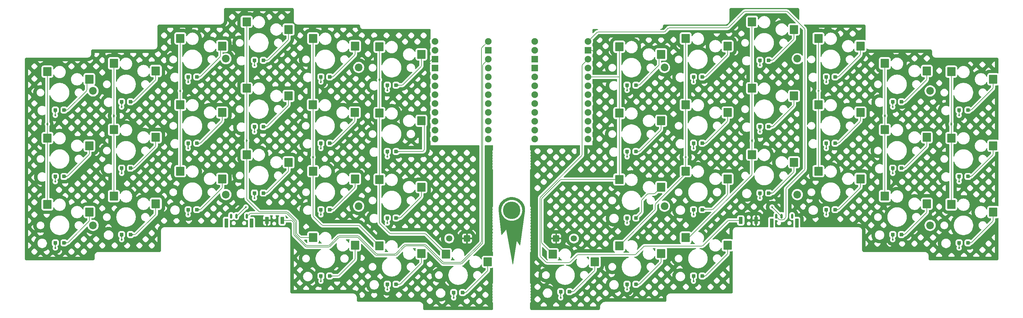
<source format=gbr>
%TF.GenerationSoftware,KiCad,Pcbnew,9.0.6*%
%TF.CreationDate,2025-12-03T13:22:52+03:00*%
%TF.ProjectId,KOMETA,4b4f4d45-5441-42e6-9b69-6361645f7063,rev?*%
%TF.SameCoordinates,Original*%
%TF.FileFunction,Copper,L2,Bot*%
%TF.FilePolarity,Positive*%
%FSLAX46Y46*%
G04 Gerber Fmt 4.6, Leading zero omitted, Abs format (unit mm)*
G04 Created by KiCad (PCBNEW 9.0.6) date 2025-12-03 13:22:52*
%MOMM*%
%LPD*%
G01*
G04 APERTURE LIST*
G04 Aperture macros list*
%AMRoundRect*
0 Rectangle with rounded corners*
0 $1 Rounding radius*
0 $2 $3 $4 $5 $6 $7 $8 $9 X,Y pos of 4 corners*
0 Add a 4 corners polygon primitive as box body*
4,1,4,$2,$3,$4,$5,$6,$7,$8,$9,$2,$3,0*
0 Add four circle primitives for the rounded corners*
1,1,$1+$1,$2,$3*
1,1,$1+$1,$4,$5*
1,1,$1+$1,$6,$7*
1,1,$1+$1,$8,$9*
0 Add four rect primitives between the rounded corners*
20,1,$1+$1,$2,$3,$4,$5,0*
20,1,$1+$1,$4,$5,$6,$7,0*
20,1,$1+$1,$6,$7,$8,$9,0*
20,1,$1+$1,$8,$9,$2,$3,0*%
G04 Aperture macros list end*
%TA.AperFunction,NonConductor*%
%ADD10C,0.000000*%
%TD*%
%TA.AperFunction,SMDPad,CuDef*%
%ADD11RoundRect,0.200000X0.300000X0.300000X-0.300000X0.300000X-0.300000X-0.300000X0.300000X-0.300000X0*%
%TD*%
%TA.AperFunction,ComponentPad*%
%ADD12C,2.200000*%
%TD*%
%TA.AperFunction,SMDPad,CuDef*%
%ADD13RoundRect,0.200000X-1.000000X-1.050000X1.000000X-1.050000X1.000000X1.050000X-1.000000X1.050000X0*%
%TD*%
%TA.AperFunction,SMDPad,CuDef*%
%ADD14RoundRect,0.183333X0.366667X0.816667X-0.366667X0.816667X-0.366667X-0.816667X0.366667X-0.816667X0*%
%TD*%
%TA.AperFunction,SMDPad,CuDef*%
%ADD15RoundRect,0.200000X0.300000X1.100000X-0.300000X1.100000X-0.300000X-1.100000X0.300000X-1.100000X0*%
%TD*%
%TA.AperFunction,SMDPad,CuDef*%
%ADD16RoundRect,0.200000X0.100000X-0.450000X0.100000X0.450000X-0.100000X0.450000X-0.100000X-0.450000X0*%
%TD*%
%TA.AperFunction,ComponentPad*%
%ADD17C,1.800000*%
%TD*%
%TA.AperFunction,ComponentPad*%
%ADD18RoundRect,0.200000X-0.700000X0.700000X-0.700000X-0.700000X0.700000X-0.700000X0.700000X0.700000X0*%
%TD*%
%TA.AperFunction,ComponentPad*%
%ADD19O,1.900000X1.900000*%
%TD*%
%TA.AperFunction,ComponentPad*%
%ADD20RoundRect,0.200000X-0.750000X-0.750000X0.750000X-0.750000X0.750000X0.750000X-0.750000X0.750000X0*%
%TD*%
%TA.AperFunction,ComponentPad*%
%ADD21C,5.000000*%
%TD*%
%TA.AperFunction,ComponentPad*%
%ADD22RoundRect,0.200000X0.700000X-0.700000X0.700000X0.700000X-0.700000X0.700000X-0.700000X-0.700000X0*%
%TD*%
%TA.AperFunction,SMDPad,CuDef*%
%ADD23RoundRect,0.183333X-0.366667X-0.816667X0.366667X-0.816667X0.366667X0.816667X-0.366667X0.816667X0*%
%TD*%
%TA.AperFunction,ViaPad*%
%ADD24C,0.500000*%
%TD*%
%TA.AperFunction,Conductor*%
%ADD25C,0.200000*%
%TD*%
%TA.AperFunction,Conductor*%
%ADD26C,1.000000*%
%TD*%
G04 APERTURE END LIST*
D10*
%TA.AperFunction,NonConductor*%
G36*
X207656164Y-161918566D02*
G01*
X207903342Y-161947067D01*
X208148593Y-161991835D01*
X208391087Y-162052855D01*
X208629994Y-162130115D01*
X208864484Y-162223600D01*
X209093726Y-162333297D01*
X209316892Y-162459193D01*
X209536850Y-162593245D01*
X209669239Y-162678252D01*
X209797005Y-162769015D01*
X209919995Y-162865331D01*
X210038055Y-162967000D01*
X210151032Y-163073821D01*
X210258773Y-163185592D01*
X210361124Y-163302111D01*
X210457931Y-163423179D01*
X210549042Y-163548593D01*
X210634304Y-163678152D01*
X210713562Y-163811655D01*
X210786664Y-163948901D01*
X210853456Y-164089689D01*
X210913784Y-164233817D01*
X210967497Y-164381083D01*
X211014439Y-164531288D01*
X211037908Y-164617375D01*
X211059054Y-164703949D01*
X211077873Y-164790962D01*
X211094363Y-164878368D01*
X211108520Y-164966120D01*
X211120341Y-165054171D01*
X211129823Y-165142474D01*
X211136963Y-165230982D01*
X211141758Y-165319649D01*
X211144205Y-165408427D01*
X211144299Y-165497269D01*
X211142039Y-165586129D01*
X211137421Y-165674960D01*
X211130443Y-165763714D01*
X211121099Y-165852346D01*
X211109389Y-165940807D01*
X209738435Y-175683458D01*
X209736928Y-175691542D01*
X209734846Y-175699240D01*
X209732219Y-175706542D01*
X209729081Y-175713445D01*
X209725463Y-175719940D01*
X209721397Y-175726022D01*
X209716915Y-175731684D01*
X209712048Y-175736920D01*
X209706831Y-175741724D01*
X209701293Y-175746089D01*
X209695467Y-175750009D01*
X209689385Y-175753478D01*
X209683080Y-175756488D01*
X209676583Y-175759034D01*
X209669925Y-175761110D01*
X209663140Y-175762709D01*
X209656260Y-175763824D01*
X209649315Y-175764450D01*
X209642339Y-175764579D01*
X209635362Y-175764206D01*
X209628418Y-175763325D01*
X209621538Y-175761928D01*
X209614755Y-175760009D01*
X209608099Y-175757563D01*
X209601604Y-175754583D01*
X209595302Y-175751061D01*
X209589223Y-175746993D01*
X209583401Y-175742371D01*
X209577867Y-175737190D01*
X209572653Y-175731443D01*
X209567792Y-175725123D01*
X209563315Y-175718224D01*
X208922915Y-174641077D01*
X208918472Y-174634229D01*
X208913649Y-174627950D01*
X208908476Y-174622234D01*
X208902986Y-174617075D01*
X208897209Y-174612468D01*
X208891178Y-174608405D01*
X208884923Y-174604882D01*
X208878476Y-174601891D01*
X208871869Y-174599428D01*
X208865133Y-174597486D01*
X208858299Y-174596059D01*
X208851399Y-174595140D01*
X208844465Y-174594725D01*
X208837528Y-174594807D01*
X208830619Y-174595380D01*
X208823770Y-174596438D01*
X208817012Y-174597975D01*
X208810376Y-174599986D01*
X208803895Y-174602463D01*
X208797600Y-174605401D01*
X208791522Y-174608794D01*
X208785692Y-174612636D01*
X208780142Y-174616921D01*
X208774904Y-174621643D01*
X208770009Y-174626796D01*
X208765488Y-174632374D01*
X208761373Y-174638371D01*
X208757695Y-174644781D01*
X208754487Y-174651598D01*
X208751778Y-174658816D01*
X208749601Y-174666429D01*
X208747988Y-174674431D01*
X207717892Y-181073292D01*
X207715918Y-181082861D01*
X207713206Y-181091819D01*
X207709807Y-181100167D01*
X207705769Y-181107904D01*
X207701140Y-181115030D01*
X207695970Y-181121545D01*
X207690307Y-181127448D01*
X207684200Y-181132738D01*
X207677697Y-181137416D01*
X207670848Y-181141480D01*
X207663701Y-181144931D01*
X207656305Y-181147768D01*
X207648708Y-181149990D01*
X207640960Y-181151597D01*
X207633109Y-181152589D01*
X207625204Y-181152966D01*
X207617294Y-181152726D01*
X207609427Y-181151870D01*
X207601652Y-181150396D01*
X207594018Y-181148306D01*
X207586574Y-181145597D01*
X207579368Y-181142270D01*
X207572450Y-181138325D01*
X207565867Y-181133760D01*
X207559669Y-181128576D01*
X207553904Y-181122772D01*
X207548622Y-181116348D01*
X207543870Y-181109303D01*
X207539699Y-181101637D01*
X207536155Y-181093349D01*
X207533289Y-181084440D01*
X207531149Y-181074907D01*
X205799717Y-171393727D01*
X205798135Y-171386435D01*
X205796070Y-171379460D01*
X205793549Y-171372809D01*
X205790596Y-171366488D01*
X205787236Y-171360504D01*
X205783493Y-171354863D01*
X205779393Y-171349572D01*
X205774961Y-171344637D01*
X205770221Y-171340065D01*
X205765198Y-171335862D01*
X205759917Y-171332035D01*
X205754403Y-171328591D01*
X205748680Y-171325536D01*
X205742774Y-171322876D01*
X205736710Y-171320618D01*
X205730512Y-171318769D01*
X205724205Y-171317335D01*
X205717814Y-171316322D01*
X205711364Y-171315738D01*
X205704880Y-171315589D01*
X205698387Y-171315880D01*
X205691908Y-171316620D01*
X205685471Y-171317814D01*
X205679098Y-171319468D01*
X205672815Y-171321590D01*
X205666647Y-171324186D01*
X205660619Y-171327262D01*
X205654756Y-171330826D01*
X205649082Y-171334882D01*
X205643622Y-171339439D01*
X205638402Y-171344503D01*
X205633445Y-171350079D01*
X204515078Y-172704839D01*
X204509962Y-172710585D01*
X204504573Y-172715783D01*
X204498938Y-172720441D01*
X204493085Y-172724567D01*
X204487038Y-172728169D01*
X204480825Y-172731254D01*
X204474472Y-172733830D01*
X204468007Y-172735906D01*
X204461455Y-172737489D01*
X204454843Y-172738587D01*
X204448198Y-172739207D01*
X204441546Y-172739357D01*
X204434914Y-172739046D01*
X204428329Y-172738281D01*
X204421817Y-172737070D01*
X204415404Y-172735420D01*
X204409117Y-172733340D01*
X204402984Y-172730838D01*
X204397030Y-172727920D01*
X204391282Y-172724595D01*
X204385766Y-172720871D01*
X204380510Y-172716756D01*
X204375539Y-172712257D01*
X204370881Y-172707382D01*
X204366562Y-172702139D01*
X204362608Y-172696536D01*
X204359047Y-172690580D01*
X204355904Y-172684280D01*
X204353207Y-172677643D01*
X204350981Y-172670677D01*
X204349254Y-172663390D01*
X204348052Y-172655790D01*
X203582393Y-165824566D01*
X203572866Y-165734894D01*
X203566163Y-165650000D01*
X204360715Y-165650000D01*
X204362081Y-165803758D01*
X204371127Y-165955624D01*
X204387669Y-166105406D01*
X204411522Y-166252915D01*
X204442502Y-166397959D01*
X204480424Y-166540349D01*
X204525103Y-166679892D01*
X204576356Y-166816399D01*
X204633997Y-166949678D01*
X204697841Y-167079539D01*
X204767705Y-167205792D01*
X204843404Y-167328244D01*
X204924753Y-167446707D01*
X205011567Y-167560988D01*
X205103662Y-167670898D01*
X205200854Y-167776245D01*
X205302957Y-167876839D01*
X205409787Y-167972489D01*
X205521160Y-168063004D01*
X205636891Y-168148194D01*
X205756796Y-168227867D01*
X205880689Y-168301834D01*
X206008387Y-168369902D01*
X206139705Y-168431883D01*
X206274457Y-168487584D01*
X206412460Y-168536816D01*
X206553529Y-168579387D01*
X206697480Y-168615106D01*
X206844127Y-168643784D01*
X206993287Y-168665229D01*
X207144774Y-168679250D01*
X207298404Y-168685657D01*
X207452162Y-168684291D01*
X207604027Y-168675245D01*
X207753810Y-168658703D01*
X207901318Y-168634850D01*
X208046363Y-168603870D01*
X208188752Y-168565948D01*
X208328295Y-168521269D01*
X208464802Y-168470016D01*
X208598081Y-168412375D01*
X208727943Y-168348531D01*
X208854195Y-168278667D01*
X208976648Y-168202968D01*
X209095110Y-168121619D01*
X209209392Y-168034805D01*
X209319301Y-167942710D01*
X209424648Y-167845518D01*
X209525242Y-167743415D01*
X209620892Y-167636585D01*
X209711407Y-167525212D01*
X209796597Y-167409480D01*
X209876271Y-167289576D01*
X209950237Y-167165683D01*
X210018306Y-167037985D01*
X210080287Y-166906667D01*
X210135988Y-166771915D01*
X210185220Y-166633912D01*
X210227791Y-166492843D01*
X210263510Y-166348892D01*
X210292188Y-166202245D01*
X210313632Y-166053085D01*
X210327654Y-165901598D01*
X210334060Y-165747968D01*
X210332695Y-165594210D01*
X210323649Y-165442345D01*
X210307107Y-165292562D01*
X210283254Y-165145053D01*
X210252274Y-165000009D01*
X210214352Y-164857620D01*
X210169672Y-164718077D01*
X210118420Y-164581570D01*
X210060779Y-164448291D01*
X209996934Y-164318429D01*
X209927070Y-164192177D01*
X209851372Y-164069724D01*
X209770023Y-163951262D01*
X209683209Y-163836980D01*
X209591113Y-163727071D01*
X209493922Y-163621724D01*
X209391819Y-163521130D01*
X209284988Y-163425480D01*
X209173615Y-163334965D01*
X209057884Y-163249775D01*
X208937979Y-163170102D01*
X208814086Y-163096135D01*
X208686388Y-163028066D01*
X208555071Y-162966086D01*
X208420318Y-162910384D01*
X208282315Y-162861153D01*
X208141246Y-162818582D01*
X207997296Y-162782862D01*
X207850649Y-162754184D01*
X207701489Y-162732740D01*
X207550002Y-162718719D01*
X207396372Y-162712312D01*
X207242614Y-162713677D01*
X207090749Y-162722723D01*
X206940966Y-162739265D01*
X206793457Y-162763118D01*
X206648413Y-162794098D01*
X206506023Y-162832020D01*
X206366480Y-162876700D01*
X206229973Y-162927952D01*
X206096694Y-162985593D01*
X205966833Y-163049438D01*
X205840580Y-163119302D01*
X205718128Y-163195001D01*
X205599665Y-163276349D01*
X205485384Y-163363164D01*
X205375474Y-163455259D01*
X205270127Y-163552450D01*
X205169533Y-163654553D01*
X205073883Y-163761384D01*
X204983368Y-163872757D01*
X204898178Y-163988488D01*
X204818505Y-164108393D01*
X204744538Y-164232286D01*
X204676469Y-164359984D01*
X204614489Y-164491301D01*
X204558788Y-164626054D01*
X204509556Y-164764057D01*
X204466985Y-164905126D01*
X204431266Y-165049076D01*
X204402588Y-165195724D01*
X204381143Y-165344883D01*
X204367122Y-165496370D01*
X204360715Y-165650000D01*
X203566163Y-165650000D01*
X203565777Y-165645112D01*
X203561120Y-165555270D01*
X203558891Y-165465416D01*
X203559086Y-165375598D01*
X203561698Y-165285867D01*
X203566724Y-165196271D01*
X203574159Y-165106858D01*
X203583999Y-165017678D01*
X203596237Y-164928779D01*
X203610870Y-164840211D01*
X203627892Y-164752023D01*
X203647299Y-164664262D01*
X203669087Y-164576978D01*
X203693250Y-164490221D01*
X203719783Y-164404038D01*
X203771293Y-164256356D01*
X203829433Y-164111814D01*
X203894044Y-163970607D01*
X203964966Y-163832930D01*
X204042041Y-163698978D01*
X204125110Y-163568945D01*
X204214015Y-163443026D01*
X204308596Y-163321416D01*
X204408695Y-163204309D01*
X204514153Y-163091901D01*
X204624811Y-162984386D01*
X204740510Y-162881958D01*
X204861092Y-162784813D01*
X204986398Y-162693146D01*
X205116268Y-162607150D01*
X205250545Y-162527021D01*
X205481784Y-162396294D01*
X205708958Y-162277784D01*
X205941675Y-162175664D01*
X206179104Y-162089918D01*
X206420416Y-162020535D01*
X206664780Y-161967499D01*
X206911367Y-161930798D01*
X207159347Y-161910418D01*
X207407889Y-161906345D01*
X207656164Y-161918566D01*
G37*
%TD.AperFunction*%
D11*
%TO.P,D3,1,K*%
%TO.N,ROW_L0*%
X114750000Y-127500000D03*
%TO.P,D3,2,A*%
%TO.N,Net-(D3-A)*%
X117250000Y-127500000D03*
%TD*%
%TO.P,D41,1,K*%
%TO.N,ROW_R3*%
X240350000Y-186875000D03*
%TO.P,D41,2,A*%
%TO.N,Net-(D41-A)*%
X242850000Y-186875000D03*
%TD*%
%TO.P,D24,1,K*%
%TO.N,ROW_R0*%
X278350000Y-122750000D03*
%TO.P,D24,2,A*%
%TO.N,Net-(D24-A)*%
X280850000Y-122750000D03*
%TD*%
D12*
%TO.P,H4,*%
%TO.N,*%
X87548000Y-170000000D03*
%TD*%
D11*
%TO.P,D19,1,K*%
%TO.N,ROW_L3*%
X152750000Y-184500000D03*
%TO.P,D19,2,A*%
%TO.N,Net-(D19-A)*%
X155250000Y-184500000D03*
%TD*%
%TO.P,D15,1,K*%
%TO.N,ROW_L2*%
X114750000Y-165500000D03*
%TO.P,D15,2,A*%
%TO.N,Net-(D15-A)*%
X117250000Y-165500000D03*
%TD*%
%TO.P,D39,1,K*%
%TO.N,ROW_R2*%
X335350000Y-175000000D03*
%TO.P,D39,2,A*%
%TO.N,Net-(D39-A)*%
X337850000Y-175000000D03*
%TD*%
D13*
%TO.P,SW8,1,1*%
%TO.N,Net-(D8-A)*%
X105500000Y-144825000D03*
%TO.P,SW8,2,2*%
%TO.N,COL_L1*%
X93500000Y-142625000D03*
%TD*%
D11*
%TO.P,D11,1,K*%
%TO.N,ROW_L1*%
X152750000Y-146500000D03*
%TO.P,D11,2,A*%
%TO.N,Net-(D11-A)*%
X155250000Y-146500000D03*
%TD*%
D13*
%TO.P,SW15,1,1*%
%TO.N,Net-(D15-A)*%
X124500000Y-156700000D03*
%TO.P,SW15,2,2*%
%TO.N,COL_L2*%
X112500000Y-154500000D03*
%TD*%
D11*
%TO.P,D33,1,K*%
%TO.N,ROW_R1*%
X335350000Y-156000000D03*
%TO.P,D33,2,A*%
%TO.N,Net-(D33-A)*%
X337850000Y-156000000D03*
%TD*%
D13*
%TO.P,SW4,1,1*%
%TO.N,Net-(D4-A)*%
X143500000Y-113950000D03*
%TO.P,SW4,2,2*%
%TO.N,COL_L3*%
X131500000Y-111750000D03*
%TD*%
D12*
%TO.P,H3,*%
%TO.N,*%
X289050000Y-122300000D03*
%TD*%
D11*
%TO.P,D17,1,K*%
%TO.N,ROW_L2*%
X152750000Y-165500000D03*
%TO.P,D17,2,A*%
%TO.N,Net-(D17-A)*%
X155250000Y-165500000D03*
%TD*%
D13*
%TO.P,SW37,1,1*%
%TO.N,Net-(D37-A)*%
X307100000Y-156700000D03*
%TO.P,SW37,2,2*%
%TO.N,COL_R3*%
X295100000Y-154500000D03*
%TD*%
D11*
%TO.P,D14,1,K*%
%TO.N,ROW_L2*%
X95750000Y-172625000D03*
%TO.P,D14,2,A*%
%TO.N,Net-(D14-A)*%
X98250000Y-172625000D03*
%TD*%
D13*
%TO.P,SW42,1,1*%
%TO.N,Net-(D42-A)*%
X269100000Y-175700000D03*
%TO.P,SW42,2,2*%
%TO.N,COL_R2*%
X257100000Y-173500000D03*
%TD*%
D11*
%TO.P,D12,1,K*%
%TO.N,ROW_L1*%
X171750000Y-148875000D03*
%TO.P,D12,2,A*%
%TO.N,Net-(D12-A)*%
X174250000Y-148875000D03*
%TD*%
D13*
%TO.P,SW39,1,1*%
%TO.N,Net-(D39-A)*%
X345100000Y-166200000D03*
%TO.P,SW39,2,2*%
%TO.N,COL_R5*%
X333100000Y-164000000D03*
%TD*%
%TO.P,SW31,1,1*%
%TO.N,Net-(D31-A)*%
X307100000Y-137700000D03*
%TO.P,SW31,2,2*%
%TO.N,COL_R3*%
X295100000Y-135500000D03*
%TD*%
%TO.P,SW26,1,1*%
%TO.N,Net-(D26-A)*%
X326100000Y-125825000D03*
%TO.P,SW26,2,2*%
%TO.N,COL_R4*%
X314100000Y-123625000D03*
%TD*%
D11*
%TO.P,D30,1,K*%
%TO.N,ROW_R1*%
X278350000Y-141750000D03*
%TO.P,D30,2,A*%
%TO.N,Net-(D30-A)*%
X280850000Y-141750000D03*
%TD*%
%TO.P,D20,1,K*%
%TO.N,ROW_L3*%
X171750000Y-186875000D03*
%TO.P,D20,2,A*%
%TO.N,Net-(D20-A)*%
X174250000Y-186875000D03*
%TD*%
D12*
%TO.P,H12,*%
%TO.N,*%
X251050000Y-164500000D03*
%TD*%
D13*
%TO.P,SW27,1,1*%
%TO.N,Net-(D27-A)*%
X345100000Y-128200000D03*
%TO.P,SW27,2,2*%
%TO.N,COL_R5*%
X333100000Y-126000000D03*
%TD*%
D11*
%TO.P,D1,1,K*%
%TO.N,ROW_L0*%
X76750000Y-137000000D03*
%TO.P,D1,2,A*%
%TO.N,Net-(D1-A)*%
X79250000Y-137000000D03*
%TD*%
D13*
%TO.P,SW2,1,1*%
%TO.N,Net-(D2-A)*%
X105500000Y-125825000D03*
%TO.P,SW2,2,2*%
%TO.N,COL_L1*%
X93500000Y-123625000D03*
%TD*%
D11*
%TO.P,D9,1,K*%
%TO.N,ROW_L1*%
X114750000Y-146500000D03*
%TO.P,D9,2,A*%
%TO.N,Net-(D9-A)*%
X117250000Y-146500000D03*
%TD*%
%TO.P,D22,1,K*%
%TO.N,ROW_R0*%
X240350000Y-129875000D03*
%TO.P,D22,2,A*%
%TO.N,Net-(D22-A)*%
X242850000Y-129875000D03*
%TD*%
D13*
%TO.P,SW23,1,1*%
%TO.N,Net-(D23-A)*%
X269100000Y-118700000D03*
%TO.P,SW23,2,2*%
%TO.N,COL_R1*%
X257100000Y-116500000D03*
%TD*%
D11*
%TO.P,D42,1,K*%
%TO.N,ROW_R3*%
X259350000Y-184500000D03*
%TO.P,D42,2,A*%
%TO.N,Net-(D42-A)*%
X261850000Y-184500000D03*
%TD*%
%TO.P,D5,1,K*%
%TO.N,ROW_L0*%
X152750000Y-127500000D03*
%TO.P,D5,2,A*%
%TO.N,Net-(D5-A)*%
X155250000Y-127500000D03*
%TD*%
D13*
%TO.P,SW38,1,1*%
%TO.N,Net-(D38-A)*%
X326100000Y-163825000D03*
%TO.P,SW38,2,2*%
%TO.N,COL_R4*%
X314100000Y-161625000D03*
%TD*%
D11*
%TO.P,D40,1,K*%
%TO.N,ROW_R3*%
X221350000Y-189000000D03*
%TO.P,D40,2,A*%
%TO.N,Net-(D40-A)*%
X223850000Y-189000000D03*
%TD*%
D13*
%TO.P,SW40,1,1*%
%TO.N,Net-(D40-A)*%
X231100000Y-180450000D03*
%TO.P,SW40,2,2*%
%TO.N,COL_R0*%
X219100000Y-178250000D03*
%TD*%
%TO.P,SW28,1,1*%
%TO.N,Net-(D28-A)*%
X250100000Y-140075000D03*
%TO.P,SW28,2,2*%
%TO.N,COL_R0*%
X238100000Y-137875000D03*
%TD*%
D11*
%TO.P,D13,1,K*%
%TO.N,ROW_L2*%
X76750000Y-175000000D03*
%TO.P,D13,2,A*%
%TO.N,Net-(D13-A)*%
X79250000Y-175000000D03*
%TD*%
%TO.P,D16,1,K*%
%TO.N,ROW_L2*%
X133750000Y-160750000D03*
%TO.P,D16,2,A*%
%TO.N,Net-(D16-A)*%
X136250000Y-160750000D03*
%TD*%
%TO.P,D27,1,K*%
%TO.N,ROW_R0*%
X335350000Y-137000000D03*
%TO.P,D27,2,A*%
%TO.N,Net-(D27-A)*%
X337850000Y-137000000D03*
%TD*%
D14*
%TO.P,R_L1,1,1*%
%TO.N,RESET_L*%
X141680000Y-168590000D03*
%TO.P,R_L1,2,2*%
%TO.N,GND_L*%
X137280000Y-168590000D03*
%TD*%
D13*
%TO.P,SW22,1,1*%
%TO.N,Net-(D22-A)*%
X250100000Y-121075000D03*
%TO.P,SW22,2,2*%
%TO.N,COL_R0*%
X238100000Y-118875000D03*
%TD*%
%TO.P,SW24,1,1*%
%TO.N,Net-(D24-A)*%
X288100000Y-113950000D03*
%TO.P,SW24,2,2*%
%TO.N,COL_R2*%
X276100000Y-111750000D03*
%TD*%
D11*
%TO.P,D2,1,K*%
%TO.N,ROW_L0*%
X95750000Y-134625000D03*
%TO.P,D2,2,A*%
%TO.N,Net-(D2-A)*%
X98250000Y-134625000D03*
%TD*%
%TO.P,D6,1,K*%
%TO.N,ROW_L0*%
X171750000Y-129875000D03*
%TO.P,D6,2,A*%
%TO.N,Net-(D6-A)*%
X174250000Y-129875000D03*
%TD*%
D13*
%TO.P,SW12,1,1*%
%TO.N,Net-(D12-A)*%
X181500000Y-140075000D03*
%TO.P,SW12,2,2*%
%TO.N,COL_L5*%
X169500000Y-137875000D03*
%TD*%
%TO.P,SW13,1,1*%
%TO.N,Net-(D13-A)*%
X86500000Y-166200000D03*
%TO.P,SW13,2,2*%
%TO.N,COL_L0*%
X74500000Y-164000000D03*
%TD*%
%TO.P,SW29,1,1*%
%TO.N,Net-(D29-A)*%
X269100000Y-137700000D03*
%TO.P,SW29,2,2*%
%TO.N,COL_R1*%
X257100000Y-135500000D03*
%TD*%
D12*
%TO.P,H11,*%
%TO.N,*%
X327050000Y-170000000D03*
%TD*%
D11*
%TO.P,D21,1,K*%
%TO.N,ROW_L3*%
X190750000Y-189250000D03*
%TO.P,D21,2,A*%
%TO.N,Net-(D21-A)*%
X193250000Y-189250000D03*
%TD*%
%TO.P,D7,1,K*%
%TO.N,ROW_L1*%
X76750000Y-156000000D03*
%TO.P,D7,2,A*%
%TO.N,Net-(D7-A)*%
X79250000Y-156000000D03*
%TD*%
D13*
%TO.P,SW6,1,1*%
%TO.N,Net-(D6-A)*%
X181500000Y-121075000D03*
%TO.P,SW6,2,2*%
%TO.N,COL_L5*%
X169500000Y-118875000D03*
%TD*%
%TO.P,SW41,1,1*%
%TO.N,Net-(D41-A)*%
X250100000Y-178075000D03*
%TO.P,SW41,2,2*%
%TO.N,COL_R1*%
X238100000Y-175875000D03*
%TD*%
%TO.P,SW1,1,1*%
%TO.N,Net-(D1-A)*%
X86500000Y-128200000D03*
%TO.P,SW1,2,2*%
%TO.N,COL_L0*%
X74500000Y-126000000D03*
%TD*%
D11*
%TO.P,D25,1,K*%
%TO.N,ROW_R0*%
X297350000Y-127500000D03*
%TO.P,D25,2,A*%
%TO.N,Net-(D25-A)*%
X299850000Y-127500000D03*
%TD*%
%TO.P,D23,1,K*%
%TO.N,ROW_R0*%
X259350000Y-127500000D03*
%TO.P,D23,2,A*%
%TO.N,Net-(D23-A)*%
X261850000Y-127500000D03*
%TD*%
D12*
%TO.P,H8,*%
%TO.N,*%
X327050000Y-131500000D03*
%TD*%
D11*
%TO.P,D36,1,K*%
%TO.N,ROW_R2*%
X278350000Y-160750000D03*
%TO.P,D36,2,A*%
%TO.N,Net-(D36-A)*%
X280850000Y-160750000D03*
%TD*%
%TO.P,D4,1,K*%
%TO.N,ROW_L0*%
X133750000Y-122750000D03*
%TO.P,D4,2,A*%
%TO.N,Net-(D4-A)*%
X136250000Y-122750000D03*
%TD*%
D12*
%TO.P,H2,*%
%TO.N,*%
X125550000Y-161200000D03*
%TD*%
D13*
%TO.P,SW14,1,1*%
%TO.N,Net-(D14-A)*%
X105500000Y-163825000D03*
%TO.P,SW14,2,2*%
%TO.N,COL_L1*%
X93500000Y-161625000D03*
%TD*%
%TO.P,SW18,1,1*%
%TO.N,Net-(D18-A)*%
X181500000Y-159075000D03*
%TO.P,SW18,2,2*%
%TO.N,COL_L5*%
X169500000Y-156875000D03*
%TD*%
%TO.P,SW32,1,1*%
%TO.N,Net-(D32-A)*%
X326100000Y-144825000D03*
%TO.P,SW32,2,2*%
%TO.N,COL_R4*%
X314100000Y-142625000D03*
%TD*%
D12*
%TO.P,H7,*%
%TO.N,*%
X163550000Y-124800000D03*
%TD*%
D13*
%TO.P,SW25,1,1*%
%TO.N,Net-(D25-A)*%
X307100000Y-118700000D03*
%TO.P,SW25,2,2*%
%TO.N,COL_R3*%
X295100000Y-116500000D03*
%TD*%
D15*
%TO.P,PS_R1,*%
%TO.N,*%
X288900000Y-169325000D03*
X281700000Y-169325000D03*
D16*
%TO.P,PS_R1,1,A*%
%TO.N,unconnected-(PS_R1-A-Pad1)*%
X287550000Y-167350000D03*
%TO.P,PS_R1,2,B*%
%TO.N,Net-(PS_R1-B)*%
X284550000Y-167350000D03*
%TO.P,PS_R1,3,C*%
%TO.N,RAW_R*%
X283050000Y-167350000D03*
%TD*%
D13*
%TO.P,SW10,1,1*%
%TO.N,Net-(D10-A)*%
X143500000Y-132950000D03*
%TO.P,SW10,2,2*%
%TO.N,COL_L3*%
X131500000Y-130750000D03*
%TD*%
D17*
%TO.P,PW_R1,1,BAT+*%
%TO.N,Net-(PS_R1-B)*%
X225140000Y-173750000D03*
D18*
%TO.P,PW_R1,2,BAT-*%
%TO.N,GND_R*%
X220060000Y-173750000D03*
%TD*%
D15*
%TO.P,PS_L1,*%
%TO.N,*%
X132900000Y-169325000D03*
X125700000Y-169325000D03*
D16*
%TO.P,PS_L1,1,A*%
%TO.N,RAW_L*%
X131550000Y-167350000D03*
%TO.P,PS_L1,2,B*%
%TO.N,Net-(PS_L1-B)*%
X128550000Y-167350000D03*
%TO.P,PS_L1,3,C*%
%TO.N,unconnected-(PS_L1-C-Pad3)*%
X127050000Y-167350000D03*
%TD*%
D19*
%TO.P,SM_L1,1,TX0/D3*%
%TO.N,unconnected-(SM_L1-TX0{slash}D3-Pad1)*%
X185367540Y-117334195D03*
%TO.P,SM_L1,2,RX1/D2*%
%TO.N,unconnected-(SM_L1-RX1{slash}D2-Pad2)*%
X185367540Y-119874195D03*
D20*
%TO.P,SM_L1,3,GND*%
%TO.N,GND_L*%
X185367540Y-122414195D03*
%TO.P,SM_L1,4,GND*%
%TO.N,unconnected-(SM_L1-GND-Pad4)*%
X185367540Y-124954195D03*
D19*
%TO.P,SM_L1,5,2/D1/SDA*%
%TO.N,COL_L5*%
X185367540Y-127494195D03*
%TO.P,SM_L1,6,3/D0/SCL*%
%TO.N,ROW_L0*%
X185367540Y-130034195D03*
%TO.P,SM_L1,7,4/D4*%
%TO.N,COL_L0*%
X185367540Y-132574195D03*
%TO.P,SM_L1,8,5/C6*%
%TO.N,COL_L1*%
X185367540Y-135114195D03*
%TO.P,SM_L1,9,6/D7*%
%TO.N,COL_L2*%
X185367540Y-137654195D03*
%TO.P,SM_L1,10,7/E6*%
%TO.N,ROW_L1*%
X185367540Y-140194195D03*
%TO.P,SM_L1,11,8/B4*%
%TO.N,COL_L3*%
X185367540Y-142734195D03*
%TO.P,SM_L1,12,9/B5*%
%TO.N,COL_L4*%
X185367540Y-145274195D03*
%TO.P,SM_L1,13,B6/10*%
%TO.N,ROW_L3*%
X200607540Y-145274195D03*
%TO.P,SM_L1,14,B2/16*%
%TO.N,ROW_L2*%
X200607540Y-142734195D03*
%TO.P,SM_L1,15,B3/14*%
%TO.N,unconnected-(SM_L1-B3{slash}14-Pad15)*%
X200607540Y-140194195D03*
%TO.P,SM_L1,16,B1/15*%
%TO.N,unconnected-(SM_L1-B1{slash}15-Pad16)*%
X200607540Y-137654195D03*
%TO.P,SM_L1,17,F7/A0*%
%TO.N,unconnected-(SM_L1-F7{slash}A0-Pad17)*%
X200607540Y-135114195D03*
%TO.P,SM_L1,18,F6/A1*%
%TO.N,unconnected-(SM_L1-F6{slash}A1-Pad18)*%
X200607540Y-132574195D03*
%TO.P,SM_L1,19,F5/A2*%
%TO.N,unconnected-(SM_L1-F5{slash}A2-Pad19)*%
X200607540Y-130034195D03*
%TO.P,SM_L1,20,F4/A3*%
%TO.N,unconnected-(SM_L1-F4{slash}A3-Pad20)*%
X200607540Y-127494195D03*
%TO.P,SM_L1,21,VCC*%
%TO.N,unconnected-(SM_L1-VCC-Pad21)*%
X200607540Y-124954195D03*
%TO.P,SM_L1,22,RST*%
%TO.N,RESET_L*%
X200607540Y-122414195D03*
D20*
%TO.P,SM_L1,23,GND*%
%TO.N,unconnected-(SM_L1-GND-Pad23)*%
X200607540Y-119874195D03*
D19*
%TO.P,SM_L1,24,RAW*%
%TO.N,RAW_L*%
X200607540Y-117334195D03*
%TD*%
D13*
%TO.P,SW36,1,1*%
%TO.N,Net-(D36-A)*%
X288100000Y-151950000D03*
%TO.P,SW36,2,2*%
%TO.N,COL_R2*%
X276100000Y-149750000D03*
%TD*%
%TO.P,SW7,1,1*%
%TO.N,Net-(D7-A)*%
X86500000Y-147200000D03*
%TO.P,SW7,2,2*%
%TO.N,COL_L0*%
X74500000Y-145000000D03*
%TD*%
D12*
%TO.P,H5,*%
%TO.N,*%
X163550000Y-164500000D03*
%TD*%
D13*
%TO.P,SW5,1,1*%
%TO.N,Net-(D5-A)*%
X162500000Y-118700000D03*
%TO.P,SW5,2,2*%
%TO.N,COL_L4*%
X150500000Y-116500000D03*
%TD*%
D11*
%TO.P,D32,1,K*%
%TO.N,ROW_R1*%
X316350000Y-153625000D03*
%TO.P,D32,2,A*%
%TO.N,Net-(D32-A)*%
X318850000Y-153625000D03*
%TD*%
%TO.P,D38,1,K*%
%TO.N,ROW_R2*%
X316350000Y-172625000D03*
%TO.P,D38,2,A*%
%TO.N,Net-(D38-A)*%
X318850000Y-172625000D03*
%TD*%
D21*
%TO.P,KeyChainHole1,*%
%TO.N,*%
X207299999Y-165700000D03*
%TD*%
D13*
%TO.P,SW30,1,1*%
%TO.N,Net-(D30-A)*%
X288100000Y-132950000D03*
%TO.P,SW30,2,2*%
%TO.N,COL_R2*%
X276100000Y-130750000D03*
%TD*%
D11*
%TO.P,D37,1,K*%
%TO.N,ROW_R2*%
X297350000Y-165500000D03*
%TO.P,D37,2,A*%
%TO.N,Net-(D37-A)*%
X299850000Y-165500000D03*
%TD*%
D12*
%TO.P,H10,*%
%TO.N,*%
X125550000Y-122300000D03*
%TD*%
D13*
%TO.P,SW20,1,1*%
%TO.N,Net-(D20-A)*%
X181500000Y-178075000D03*
%TO.P,SW20,2,2*%
%TO.N,COL_L4*%
X169500000Y-175875000D03*
%TD*%
D12*
%TO.P,H9,*%
%TO.N,*%
X251050000Y-124800000D03*
%TD*%
D13*
%TO.P,SW17,1,1*%
%TO.N,Net-(D17-A)*%
X162500000Y-156700000D03*
%TO.P,SW17,2,2*%
%TO.N,COL_L4*%
X150500000Y-154500000D03*
%TD*%
%TO.P,SW19,1,1*%
%TO.N,Net-(D19-A)*%
X162500000Y-175700000D03*
%TO.P,SW19,2,2*%
%TO.N,COL_L3*%
X150500000Y-173500000D03*
%TD*%
%TO.P,SW35,1,1*%
%TO.N,Net-(D35-A)*%
X269100000Y-156700000D03*
%TO.P,SW35,2,2*%
%TO.N,COL_R1*%
X257100000Y-154500000D03*
%TD*%
D11*
%TO.P,D34,1,K*%
%TO.N,ROW_R2*%
X240350000Y-167875000D03*
%TO.P,D34,2,A*%
%TO.N,Net-(D34-A)*%
X242850000Y-167875000D03*
%TD*%
D13*
%TO.P,SW33,1,1*%
%TO.N,Net-(D33-A)*%
X345100000Y-147200000D03*
%TO.P,SW33,2,2*%
%TO.N,COL_R5*%
X333100000Y-145000000D03*
%TD*%
%TO.P,SW11,1,1*%
%TO.N,Net-(D11-A)*%
X162420000Y-137700000D03*
%TO.P,SW11,2,2*%
%TO.N,COL_L4*%
X150420000Y-135500000D03*
%TD*%
D11*
%TO.P,D29,1,K*%
%TO.N,ROW_R1*%
X259350000Y-146500000D03*
%TO.P,D29,2,A*%
%TO.N,Net-(D29-A)*%
X261850000Y-146500000D03*
%TD*%
%TO.P,D31,1,K*%
%TO.N,ROW_R1*%
X297350000Y-146500000D03*
%TO.P,D31,2,A*%
%TO.N,Net-(D31-A)*%
X299850000Y-146500000D03*
%TD*%
%TO.P,D8,1,K*%
%TO.N,ROW_L1*%
X95750000Y-153625000D03*
%TO.P,D8,2,A*%
%TO.N,Net-(D8-A)*%
X98250000Y-153625000D03*
%TD*%
D13*
%TO.P,SW3,1,1*%
%TO.N,Net-(D3-A)*%
X124500000Y-118700000D03*
%TO.P,SW3,2,2*%
%TO.N,COL_L2*%
X112500000Y-116500000D03*
%TD*%
D12*
%TO.P,H1,*%
%TO.N,*%
X87550000Y-131500000D03*
%TD*%
D11*
%TO.P,D28,1,K*%
%TO.N,ROW_R1*%
X240350000Y-148875000D03*
%TO.P,D28,2,A*%
%TO.N,Net-(D28-A)*%
X242850000Y-148875000D03*
%TD*%
D13*
%TO.P,SW9,1,1*%
%TO.N,Net-(D9-A)*%
X124500000Y-137700000D03*
%TO.P,SW9,2,2*%
%TO.N,COL_L2*%
X112500000Y-135500000D03*
%TD*%
%TO.P,SW16,1,1*%
%TO.N,Net-(D16-A)*%
X143500000Y-151950000D03*
%TO.P,SW16,2,2*%
%TO.N,COL_L3*%
X131500000Y-149750000D03*
%TD*%
D12*
%TO.P,H6,*%
%TO.N,*%
X289050000Y-161200000D03*
%TD*%
D19*
%TO.P,SM_R1,1,TX0/D3*%
%TO.N,unconnected-(SM_R1-TX0{slash}D3-Pad1)*%
X213918540Y-117334195D03*
%TO.P,SM_R1,2,RX1/D2*%
%TO.N,unconnected-(SM_R1-RX1{slash}D2-Pad2)*%
X213918540Y-119874195D03*
D20*
%TO.P,SM_R1,3,GND*%
%TO.N,unconnected-(SM_R1-GND-Pad3)*%
X213918540Y-122414195D03*
%TO.P,SM_R1,4,GND*%
%TO.N,unconnected-(SM_R1-GND-Pad4)*%
X213918540Y-124954195D03*
D19*
%TO.P,SM_R1,5,2/D1/SDA*%
%TO.N,unconnected-(SM_R1-2{slash}D1{slash}SDA-Pad5)*%
X213918540Y-127494195D03*
%TO.P,SM_R1,6,3/D0/SCL*%
%TO.N,unconnected-(SM_R1-3{slash}D0{slash}SCL-Pad6)*%
X213918540Y-130034195D03*
%TO.P,SM_R1,7,4/D4*%
%TO.N,unconnected-(SM_R1-4{slash}D4-Pad7)*%
X213918540Y-132574195D03*
%TO.P,SM_R1,8,5/C6*%
%TO.N,unconnected-(SM_R1-5{slash}C6-Pad8)*%
X213918540Y-135114195D03*
%TO.P,SM_R1,9,6/D7*%
%TO.N,unconnected-(SM_R1-6{slash}D7-Pad9)*%
X213918540Y-137654195D03*
%TO.P,SM_R1,10,7/E6*%
%TO.N,unconnected-(SM_R1-7{slash}E6-Pad10)*%
X213918540Y-140194195D03*
%TO.P,SM_R1,11,8/B4*%
%TO.N,ROW_R2*%
X213918540Y-142734195D03*
%TO.P,SM_R1,12,9/B5*%
%TO.N,ROW_R3*%
X213918540Y-145274195D03*
%TO.P,SM_R1,13,B6/10*%
%TO.N,COL_R1*%
X229158540Y-145274195D03*
%TO.P,SM_R1,14,B2/16*%
%TO.N,COL_R2*%
X229158540Y-142734195D03*
%TO.P,SM_R1,15,B3/14*%
%TO.N,ROW_R1*%
X229158540Y-140194195D03*
%TO.P,SM_R1,16,B1/15*%
%TO.N,COL_R3*%
X229158540Y-137654195D03*
%TO.P,SM_R1,17,F7/A0*%
%TO.N,COL_R4*%
X229158540Y-135114195D03*
%TO.P,SM_R1,18,F6/A1*%
%TO.N,COL_R5*%
X229158540Y-132574195D03*
%TO.P,SM_R1,19,F5/A2*%
%TO.N,ROW_R0*%
X229158540Y-130034195D03*
%TO.P,SM_R1,20,F4/A3*%
%TO.N,COL_R0*%
X229158540Y-127494195D03*
%TO.P,SM_R1,21,VCC*%
%TO.N,unconnected-(SM_R1-VCC-Pad21)*%
X229158540Y-124954195D03*
%TO.P,SM_R1,22,RST*%
%TO.N,RESET_R*%
X229158540Y-122414195D03*
D20*
%TO.P,SM_R1,23,GND*%
%TO.N,GND_R*%
X229158540Y-119874195D03*
D19*
%TO.P,SM_R1,24,RAW*%
%TO.N,RAW_R*%
X229158540Y-117334195D03*
%TD*%
D11*
%TO.P,D10,1,K*%
%TO.N,ROW_L1*%
X133750000Y-141750000D03*
%TO.P,D10,2,A*%
%TO.N,Net-(D10-A)*%
X136250000Y-141750000D03*
%TD*%
%TO.P,D26,1,K*%
%TO.N,ROW_R0*%
X316350000Y-134625000D03*
%TO.P,D26,2,A*%
%TO.N,Net-(D26-A)*%
X318850000Y-134625000D03*
%TD*%
D13*
%TO.P,SW34,1,1*%
%TO.N,Net-(D34-A)*%
X250100000Y-159075000D03*
%TO.P,SW34,2,2*%
%TO.N,COL_R0*%
X238100000Y-156875000D03*
%TD*%
D11*
%TO.P,D35,1,K*%
%TO.N,ROW_R2*%
X259350000Y-165500000D03*
%TO.P,D35,2,A*%
%TO.N,Net-(D35-A)*%
X261850000Y-165500000D03*
%TD*%
D17*
%TO.P,PW_L1,1,BAT+*%
%TO.N,Net-(PS_L1-B)*%
X189460000Y-173750000D03*
D22*
%TO.P,PW_L1,2,BAT-*%
%TO.N,GND_L*%
X194540000Y-173750000D03*
%TD*%
D13*
%TO.P,SW21,1,1*%
%TO.N,Net-(D21-A)*%
X200500000Y-180450000D03*
%TO.P,SW21,2,2*%
%TO.N,COL_L5*%
X188500000Y-178250000D03*
%TD*%
D23*
%TO.P,R_R1,1,1*%
%TO.N,RESET_R*%
X272870000Y-168600000D03*
%TO.P,R_R1,2,2*%
%TO.N,GND_R*%
X277270000Y-168600000D03*
%TD*%
D11*
%TO.P,D18,1,K*%
%TO.N,ROW_L2*%
X171750000Y-167875000D03*
%TO.P,D18,2,A*%
%TO.N,Net-(D18-A)*%
X174250000Y-167875000D03*
%TD*%
D24*
%TO.N,ROW_L0*%
X95750000Y-136125000D03*
X114750000Y-129000000D03*
X133750000Y-124250000D03*
X76750000Y-138500000D03*
X171750000Y-131375000D03*
X152750000Y-129000000D03*
%TO.N,ROW_L1*%
X133750000Y-143250000D03*
X114750000Y-148000000D03*
X76750000Y-157500000D03*
X171750000Y-150375000D03*
X152750000Y-148000000D03*
X95750000Y-155125000D03*
%TO.N,ROW_L2*%
X114750000Y-167000000D03*
X171750000Y-169375000D03*
X133750000Y-162250000D03*
X76750000Y-176500000D03*
X95750000Y-174125000D03*
X152750000Y-167000000D03*
%TO.N,ROW_L3*%
X152750000Y-186000000D03*
X190750000Y-190751000D03*
X171750000Y-188375000D03*
%TO.N,ROW_R0*%
X316350000Y-136125000D03*
X240350000Y-131375000D03*
X335350000Y-138500000D03*
X259350000Y-129000000D03*
X297350000Y-129000000D03*
X278350000Y-124250000D03*
%TO.N,ROW_R1*%
X297350000Y-148000000D03*
X335350000Y-157500000D03*
X259350000Y-148000000D03*
X240350000Y-150375000D03*
X316350000Y-155125000D03*
X278350000Y-143250000D03*
%TO.N,ROW_R2*%
X335350000Y-176500000D03*
X278350000Y-162250000D03*
X259350000Y-167000000D03*
X240350000Y-169375000D03*
X297350000Y-167000000D03*
X316350000Y-174125000D03*
%TO.N,ROW_R3*%
X240350000Y-188375000D03*
X221350000Y-190751000D03*
X259350000Y-186000000D03*
%TO.N,COL_L5*%
X169500000Y-128300000D03*
%TO.N,COL_L3*%
X131500000Y-145750000D03*
%TO.N,COL_L0*%
X74500000Y-141000000D03*
%TO.N,COL_L4*%
X150500000Y-150500000D03*
%TO.N,COL_L2*%
X112500000Y-131500000D03*
%TO.N,COL_L1*%
X93500000Y-138650000D03*
%TO.N,COL_R1*%
X257100000Y-150500000D03*
%TO.N,COL_R3*%
X295100000Y-131500000D03*
%TO.N,COL_R4*%
X314100000Y-138600000D03*
%TO.N,COL_R2*%
X276100000Y-145750000D03*
%TO.N,COL_R5*%
X333100000Y-141000000D03*
%TO.N,Net-(PS_L1-B)*%
X131300000Y-164750000D03*
%TO.N,Net-(PS_R1-B)*%
X281800000Y-164750000D03*
%TD*%
D25*
%TO.N,ROW_L0*%
X133750000Y-122750000D02*
X133750000Y-124250000D01*
X171750000Y-129875000D02*
X171750000Y-131375000D01*
X152750000Y-127500000D02*
X152750000Y-129000000D01*
X114750000Y-127500000D02*
X114750000Y-129000000D01*
X95750000Y-134625000D02*
X95750000Y-136125000D01*
X76750000Y-137000000D02*
X76750000Y-138500000D01*
%TO.N,ROW_L1*%
X152750000Y-146500000D02*
X152750000Y-148000000D01*
X171750000Y-148875000D02*
X171750000Y-150375000D01*
X95750000Y-153625000D02*
X95750000Y-155125000D01*
X114750000Y-146500000D02*
X114750000Y-148000000D01*
X133750000Y-141750000D02*
X133750000Y-143250000D01*
X76750000Y-156000000D02*
X76750000Y-157500000D01*
%TO.N,Net-(D7-A)*%
X86500000Y-147200000D02*
X86500000Y-149492636D01*
X79992636Y-156000000D02*
X79250000Y-156000000D01*
X86353553Y-149846190D02*
X80346189Y-155853554D01*
X79992636Y-156000000D02*
G75*
G03*
X80346171Y-155853536I-36J500000D01*
G01*
X86353553Y-149846190D02*
G75*
G03*
X86500026Y-149492636I-353553J353590D01*
G01*
%TO.N,Net-(D8-A)*%
X105353553Y-147471190D02*
X99346189Y-153478554D01*
X105500000Y-144825000D02*
X105500000Y-147117636D01*
X98992636Y-153625000D02*
X98250000Y-153625000D01*
X98992636Y-153625000D02*
G75*
G03*
X99346171Y-153478536I-36J500000D01*
G01*
X105353553Y-147471190D02*
G75*
G03*
X105500026Y-147117636I-353553J353590D01*
G01*
%TO.N,Net-(D9-A)*%
X124353553Y-140346190D02*
X118346189Y-146353554D01*
X124500000Y-137700000D02*
X124500000Y-139992636D01*
X117992636Y-146500000D02*
X117250000Y-146500000D01*
X124500000Y-139992636D02*
G75*
G02*
X124353535Y-140346172I-500000J36D01*
G01*
X117992636Y-146500000D02*
G75*
G03*
X118346171Y-146353536I-36J500000D01*
G01*
%TO.N,Net-(D10-A)*%
X143500000Y-132950000D02*
X143500000Y-135382785D01*
X137132785Y-141750000D02*
X136250000Y-141750000D01*
X143353553Y-135736339D02*
X137486338Y-141603554D01*
X143353553Y-135736339D02*
G75*
G03*
X143499990Y-135382785I-353553J353539D01*
G01*
X137486338Y-141603554D02*
G75*
G02*
X137132785Y-141749990I-353538J353554D01*
G01*
%TO.N,Net-(D11-A)*%
X162420000Y-137700000D02*
X162420000Y-139992636D01*
X155912636Y-146500000D02*
X155250000Y-146500000D01*
X162273553Y-140346190D02*
X156266189Y-146353554D01*
X155912636Y-146500000D02*
G75*
G03*
X156266171Y-146353536I-36J500000D01*
G01*
X162420000Y-139992636D02*
G75*
G02*
X162273535Y-140346172I-500000J36D01*
G01*
%TO.N,Net-(D12-A)*%
X182300000Y-141082107D02*
X182300000Y-148292893D01*
X181717893Y-148875000D02*
X174250000Y-148875000D01*
X181500000Y-140075000D02*
X182153554Y-140728554D01*
X182153553Y-148646447D02*
X182071446Y-148728554D01*
X181717893Y-148875000D02*
G75*
G03*
X182071449Y-148728557I7J500000D01*
G01*
X182300000Y-148292893D02*
G75*
G02*
X182153556Y-148646450I-500000J-7D01*
G01*
X182300000Y-141082107D02*
G75*
G03*
X182153557Y-140728551I-500000J7D01*
G01*
%TO.N,Net-(D13-A)*%
X80092893Y-175000000D02*
X79250000Y-175000000D01*
X86353553Y-168946447D02*
X80446446Y-174853554D01*
X86500000Y-166200000D02*
X86500000Y-168592893D01*
X80092893Y-175000000D02*
G75*
G03*
X80446449Y-174853557I7J500000D01*
G01*
X86353553Y-168946447D02*
G75*
G03*
X86499995Y-168592893I-353553J353547D01*
G01*
%TO.N,ROW_L2*%
X152750000Y-165500000D02*
X152750000Y-167000000D01*
X95750000Y-172625000D02*
X95750000Y-174125000D01*
X171750000Y-167875000D02*
X171750000Y-169375000D01*
X114750000Y-165500000D02*
X114750000Y-167000000D01*
X133750000Y-160750000D02*
X133750000Y-162250000D01*
X76750000Y-175000000D02*
X76750000Y-176500000D01*
%TO.N,Net-(D14-A)*%
X105500000Y-163825000D02*
X105500000Y-166592893D01*
X99467893Y-172625000D02*
X98250000Y-172625000D01*
X105353553Y-166946447D02*
X99821446Y-172478554D01*
X105500000Y-166592893D02*
G75*
G02*
X105353556Y-166946450I-500000J-7D01*
G01*
X99467893Y-172625000D02*
G75*
G03*
X99821449Y-172478557I7J500000D01*
G01*
%TO.N,Net-(D15-A)*%
X124500000Y-156700000D02*
X124500000Y-159092893D01*
X124353553Y-159446447D02*
X118446446Y-165353554D01*
X118092893Y-165500000D02*
X117250000Y-165500000D01*
X124500000Y-159092893D02*
G75*
G02*
X124353556Y-159446450I-500000J-7D01*
G01*
X118446446Y-165353554D02*
G75*
G02*
X118092893Y-165499995I-353546J353554D01*
G01*
%TO.N,Net-(D16-A)*%
X136992636Y-160750000D02*
X136250000Y-160750000D01*
X143500000Y-151950000D02*
X143500000Y-154242636D01*
X143353553Y-154596190D02*
X137346189Y-160603554D01*
X143500000Y-154242636D02*
G75*
G02*
X143353535Y-154596172I-500000J36D01*
G01*
X136992636Y-160750000D02*
G75*
G03*
X137346171Y-160603536I-36J500000D01*
G01*
%TO.N,Net-(D17-A)*%
X162500000Y-156700000D02*
X162500000Y-158992636D01*
X155992636Y-165500000D02*
X155250000Y-165500000D01*
X162353553Y-159346190D02*
X156346189Y-165353554D01*
X162353553Y-159346190D02*
G75*
G03*
X162500026Y-158992636I-353553J353590D01*
G01*
X155992636Y-165500000D02*
G75*
G03*
X156346171Y-165353536I-36J500000D01*
G01*
%TO.N,Net-(D18-A)*%
X181353553Y-161946447D02*
X175571446Y-167728554D01*
X175217893Y-167875000D02*
X174250000Y-167875000D01*
X181500000Y-159075000D02*
X181500000Y-161592893D01*
X175571446Y-167728554D02*
G75*
G02*
X175217893Y-167874995I-353546J353554D01*
G01*
X181500000Y-161592893D02*
G75*
G02*
X181353556Y-161946450I-500000J-7D01*
G01*
%TO.N,ROW_L3*%
X190750000Y-189250000D02*
X190750000Y-190751000D01*
X171750000Y-186875000D02*
X171750000Y-188375000D01*
X152750000Y-184500000D02*
X152750000Y-186000000D01*
%TO.N,Net-(D19-A)*%
X157592893Y-184500000D02*
X155250000Y-184500000D01*
X162500000Y-175700000D02*
X162500000Y-179592893D01*
X162353553Y-179946447D02*
X157946446Y-184353554D01*
X157592893Y-184500000D02*
G75*
G03*
X157946449Y-184353557I7J500000D01*
G01*
X162500000Y-179592893D02*
G75*
G02*
X162353556Y-179946450I-500000J-7D01*
G01*
%TO.N,Net-(D20-A)*%
X181500000Y-178075000D02*
X181500000Y-180592893D01*
X175217893Y-186875000D02*
X174250000Y-186875000D01*
X181353553Y-180946447D02*
X175571446Y-186728554D01*
X175571446Y-186728554D02*
G75*
G02*
X175217893Y-186874995I-353546J353554D01*
G01*
X181353553Y-180946447D02*
G75*
G03*
X181499995Y-180592893I-353553J353547D01*
G01*
%TO.N,Net-(D21-A)*%
X200500000Y-180450000D02*
X200500000Y-182742636D01*
X200353553Y-183096190D02*
X194346189Y-189103554D01*
X193992636Y-189250000D02*
X193250000Y-189250000D01*
X200353553Y-183096190D02*
G75*
G03*
X200500026Y-182742636I-353553J353590D01*
G01*
X194346189Y-189103554D02*
G75*
G02*
X193992636Y-189250026I-353589J353554D01*
G01*
%TO.N,ROW_R0*%
X278350000Y-124250000D02*
X278350000Y-122750000D01*
X297350000Y-127500000D02*
X297350000Y-129000000D01*
X316350000Y-134625000D02*
X316350000Y-136125000D01*
X240350000Y-129875000D02*
X240350000Y-131375000D01*
X259350000Y-127500000D02*
X259350000Y-129000000D01*
X335350000Y-137000000D02*
X335350000Y-138500000D01*
%TO.N,ROW_R1*%
X240350000Y-148875000D02*
X240350000Y-150375000D01*
X316350000Y-153625000D02*
X316350000Y-155125000D01*
X335350000Y-156000000D02*
X335350000Y-157500000D01*
X259350000Y-146500000D02*
X259350000Y-148000000D01*
X297350000Y-146500000D02*
X297350000Y-148000000D01*
X278350000Y-141750000D02*
X278350000Y-143250000D01*
%TO.N,Net-(D28-A)*%
X250100000Y-140075000D02*
X250100000Y-142367636D01*
X249953553Y-142721190D02*
X243946189Y-148728554D01*
X243592636Y-148875000D02*
X242850000Y-148875000D01*
X243946189Y-148728554D02*
G75*
G02*
X243592636Y-148875026I-353589J353554D01*
G01*
X250100000Y-142367636D02*
G75*
G02*
X249953535Y-142721172I-500000J36D01*
G01*
%TO.N,Net-(D29-A)*%
X269100000Y-137700000D02*
X269100000Y-139992636D01*
X268953553Y-140346190D02*
X262946189Y-146353554D01*
X262592636Y-146500000D02*
X261850000Y-146500000D01*
X269100000Y-139992636D02*
G75*
G02*
X268953535Y-140346172I-500000J36D01*
G01*
X262946189Y-146353554D02*
G75*
G02*
X262592636Y-146500026I-353589J353554D01*
G01*
%TO.N,Net-(D30-A)*%
X287953553Y-135846447D02*
X282196446Y-141603554D01*
X288100000Y-132950000D02*
X288100000Y-135492893D01*
X281842893Y-141750000D02*
X280850000Y-141750000D01*
X287953553Y-135846447D02*
G75*
G03*
X288099995Y-135492893I-353553J353547D01*
G01*
X282196446Y-141603554D02*
G75*
G02*
X281842893Y-141749995I-353546J353554D01*
G01*
%TO.N,Net-(D31-A)*%
X307100000Y-137700000D02*
X307100000Y-139992636D01*
X300592636Y-146500000D02*
X299850000Y-146500000D01*
X306953553Y-140346190D02*
X300946189Y-146353554D01*
X300592636Y-146500000D02*
G75*
G03*
X300946171Y-146353536I-36J500000D01*
G01*
X307100000Y-139992636D02*
G75*
G02*
X306953535Y-140346172I-500000J36D01*
G01*
%TO.N,Net-(D32-A)*%
X325953553Y-147471190D02*
X319946189Y-153478554D01*
X319592636Y-153625000D02*
X318850000Y-153625000D01*
X326100000Y-144825000D02*
X326100000Y-147117636D01*
X325953553Y-147471190D02*
G75*
G03*
X326100026Y-147117636I-353553J353590D01*
G01*
X319946189Y-153478554D02*
G75*
G02*
X319592636Y-153625026I-353589J353554D01*
G01*
%TO.N,Net-(D33-A)*%
X344953553Y-149846190D02*
X338946189Y-155853554D01*
X345100000Y-147200000D02*
X345100000Y-149492636D01*
X338592636Y-156000000D02*
X337850000Y-156000000D01*
X338946189Y-155853554D02*
G75*
G02*
X338592636Y-156000026I-353589J353554D01*
G01*
X344953553Y-149846190D02*
G75*
G03*
X345100026Y-149492636I-353553J353590D01*
G01*
%TO.N,Net-(D34-A)*%
X246222553Y-161077447D02*
X244622446Y-162677554D01*
X244476000Y-163031107D02*
X244476000Y-166041893D01*
X248036893Y-160931000D02*
X246576107Y-160931000D01*
X250100000Y-159075000D02*
X248390446Y-160784554D01*
X244329553Y-166395447D02*
X242850000Y-167875000D01*
X244476000Y-166041893D02*
G75*
G02*
X244329556Y-166395450I-500000J-7D01*
G01*
X246222553Y-161077447D02*
G75*
G02*
X246576107Y-160931005I353547J-353553D01*
G01*
X244622446Y-162677554D02*
G75*
G03*
X244476005Y-163031107I353554J-353546D01*
G01*
X248036893Y-160931000D02*
G75*
G03*
X248390449Y-160784557I7J500000D01*
G01*
%TO.N,ROW_R2*%
X259350000Y-165500000D02*
X259350000Y-167000000D01*
X316350000Y-172625000D02*
X316350000Y-174125000D01*
X278350000Y-160750000D02*
X278350000Y-162250000D01*
X335350000Y-175000000D02*
X335350000Y-176500000D01*
X240350000Y-167875000D02*
X240350000Y-169375000D01*
X297350000Y-165500000D02*
X297350000Y-167000000D01*
%TO.N,Net-(D35-A)*%
X264592893Y-165500000D02*
X261850000Y-165500000D01*
X269100000Y-156700000D02*
X269100000Y-160992893D01*
X268953553Y-161346447D02*
X264946446Y-165353554D01*
X264592893Y-165500000D02*
G75*
G03*
X264946449Y-165353557I7J500000D01*
G01*
X269100000Y-160992893D02*
G75*
G02*
X268953556Y-161346450I-500000J-7D01*
G01*
%TO.N,Net-(D36-A)*%
X288100000Y-151950000D02*
X288100000Y-154492893D01*
X287953553Y-154846447D02*
X282196446Y-160603554D01*
X281842893Y-160750000D02*
X280850000Y-160750000D01*
X288100000Y-154492893D02*
G75*
G02*
X287953556Y-154846450I-500000J-7D01*
G01*
X282196446Y-160603554D02*
G75*
G02*
X281842893Y-160749995I-353546J353554D01*
G01*
%TO.N,Net-(D37-A)*%
X306953553Y-159346190D02*
X300946189Y-165353554D01*
X307100000Y-156700000D02*
X307100000Y-158992636D01*
X300592636Y-165500000D02*
X299850000Y-165500000D01*
X306953553Y-159346190D02*
G75*
G03*
X307100026Y-158992636I-353553J353590D01*
G01*
X300946189Y-165353554D02*
G75*
G02*
X300592636Y-165500026I-353589J353554D01*
G01*
%TO.N,Net-(D38-A)*%
X319592636Y-172625000D02*
X318850000Y-172625000D01*
X325953553Y-166471190D02*
X319946189Y-172478554D01*
X326100000Y-163825000D02*
X326100000Y-166117636D01*
X325953553Y-166471190D02*
G75*
G03*
X326100026Y-166117636I-353553J353590D01*
G01*
X319592636Y-172625000D02*
G75*
G03*
X319946171Y-172478536I-36J500000D01*
G01*
%TO.N,Net-(D39-A)*%
X345100000Y-166200000D02*
X345100000Y-168492893D01*
X338592893Y-175000000D02*
X337850000Y-175000000D01*
X344953553Y-168846447D02*
X338946446Y-174853554D01*
X338592893Y-175000000D02*
G75*
G03*
X338946449Y-174853557I7J500000D01*
G01*
X345100000Y-168492893D02*
G75*
G02*
X344953556Y-168846450I-500000J-7D01*
G01*
%TO.N,ROW_R3*%
X259350000Y-184500000D02*
X259350000Y-186000000D01*
X240350000Y-186875000D02*
X240350000Y-188375000D01*
X221350000Y-189000000D02*
X221350000Y-190751000D01*
%TO.N,Net-(D40-A)*%
X231100000Y-180450000D02*
X231100000Y-182742636D01*
X224842636Y-189000000D02*
X223850000Y-189000000D01*
X230953553Y-183096190D02*
X225196189Y-188853554D01*
X231100000Y-182742636D02*
G75*
G02*
X230953535Y-183096172I-500000J36D01*
G01*
X224842636Y-189000000D02*
G75*
G03*
X225196171Y-188853536I-36J500000D01*
G01*
%TO.N,Net-(D41-A)*%
X249953553Y-180721190D02*
X243946189Y-186728554D01*
X250100000Y-178075000D02*
X250100000Y-180367636D01*
X243592636Y-186875000D02*
X242850000Y-186875000D01*
X243946189Y-186728554D02*
G75*
G02*
X243592636Y-186875026I-353589J353554D01*
G01*
X249953553Y-180721190D02*
G75*
G03*
X250100026Y-180367636I-353553J353590D01*
G01*
%TO.N,Net-(D42-A)*%
X269100000Y-175700000D02*
X269100000Y-177992636D01*
X268953553Y-178346190D02*
X262946189Y-184353554D01*
X262592636Y-184500000D02*
X261850000Y-184500000D01*
X262946189Y-184353554D02*
G75*
G02*
X262592636Y-184500026I-353589J353554D01*
G01*
X269100000Y-177992636D02*
G75*
G02*
X268953535Y-178346172I-500000J36D01*
G01*
%TO.N,RAW_L*%
X154792893Y-175800000D02*
X148824207Y-175800000D01*
X142775793Y-166550000D02*
X132707107Y-166550000D01*
X187603553Y-180453553D02*
X182796446Y-175646446D01*
X198503553Y-174996447D02*
X193046446Y-180453554D01*
X145401000Y-172376793D02*
X145401000Y-169175207D01*
X176603553Y-175646447D02*
X174196446Y-178053554D01*
X182442893Y-175500000D02*
X176957107Y-175500000D01*
X148470653Y-175653553D02*
X145547446Y-172730346D01*
X145254553Y-168821653D02*
X143129346Y-166696446D01*
X198650000Y-119512107D02*
X198650000Y-174642893D01*
X173842893Y-178200000D02*
X168907107Y-178200000D01*
X157653553Y-173146447D02*
X155146446Y-175653554D01*
X132353553Y-166696447D02*
X131550000Y-167500000D01*
X163292893Y-173000000D02*
X158007107Y-173000000D01*
X168553553Y-178053553D02*
X163646446Y-173146446D01*
X200620000Y-117335000D02*
X198796446Y-119158554D01*
X192692893Y-180600000D02*
X187957107Y-180600000D01*
X163292893Y-173000000D02*
G75*
G02*
X163646449Y-173146443I7J-500000D01*
G01*
X145401000Y-172376793D02*
G75*
G03*
X145547443Y-172730349I500000J-7D01*
G01*
X198503553Y-174996447D02*
G75*
G03*
X198649995Y-174642893I-353553J353547D01*
G01*
X198650000Y-119512107D02*
G75*
G02*
X198796443Y-119158551I500000J7D01*
G01*
X176603553Y-175646447D02*
G75*
G02*
X176957107Y-175500005I353547J-353553D01*
G01*
X174196446Y-178053554D02*
G75*
G02*
X173842893Y-178199995I-353546J353554D01*
G01*
X142775793Y-166550000D02*
G75*
G02*
X143129349Y-166696443I7J-500000D01*
G01*
X193046446Y-180453554D02*
G75*
G02*
X192692893Y-180599995I-353546J353554D01*
G01*
X187603553Y-180453553D02*
G75*
G03*
X187957107Y-180599995I353547J353553D01*
G01*
X182796446Y-175646446D02*
G75*
G03*
X182442893Y-175500005I-353546J-353554D01*
G01*
X157653553Y-173146447D02*
G75*
G02*
X158007107Y-173000005I353547J-353553D01*
G01*
X145401000Y-169175207D02*
G75*
G03*
X145254556Y-168821650I-500000J7D01*
G01*
X132707107Y-166550000D02*
G75*
G03*
X132353550Y-166696444I-7J-500000D01*
G01*
X148824207Y-175800000D02*
G75*
G02*
X148470650Y-175653556I-7J500000D01*
G01*
X168907107Y-178200000D02*
G75*
G02*
X168553550Y-178053556I-7J500000D01*
G01*
X154792893Y-175800000D02*
G75*
G03*
X155146449Y-175653557I7J500000D01*
G01*
%TO.N,RAW_R*%
X285921447Y-159328553D02*
X291053554Y-154196446D01*
X250818893Y-114674000D02*
X232039107Y-114674000D01*
X252053553Y-113646447D02*
X251172446Y-114527554D01*
X284207107Y-168450000D02*
X284842893Y-168450000D01*
X268992893Y-113500000D02*
X252407107Y-113500000D01*
X273803553Y-108896447D02*
X269346446Y-113353554D01*
X285196447Y-168303553D02*
X285628554Y-167871446D01*
X231685553Y-114820447D02*
X229171000Y-117335000D01*
X285942893Y-108750000D02*
X274157107Y-108750000D01*
X291053553Y-113653553D02*
X286296446Y-108896446D01*
X283050000Y-167500000D02*
X283853554Y-168303554D01*
X285775000Y-167517893D02*
X285775000Y-159682107D01*
X291200000Y-153842893D02*
X291200000Y-114007107D01*
X250818893Y-114674000D02*
G75*
G03*
X251172449Y-114527557I7J500000D01*
G01*
X284842893Y-168450000D02*
G75*
G03*
X285196450Y-168303556I7J500000D01*
G01*
X285942893Y-108750000D02*
G75*
G02*
X286296449Y-108896443I7J-500000D01*
G01*
X268992893Y-113500000D02*
G75*
G03*
X269346449Y-113353557I7J500000D01*
G01*
X291053554Y-154196446D02*
G75*
G03*
X291199995Y-153842893I-353554J353546D01*
G01*
X284207107Y-168450000D02*
G75*
G02*
X283853551Y-168303557I-7J500000D01*
G01*
X273803553Y-108896447D02*
G75*
G02*
X274157107Y-108750005I353547J-353553D01*
G01*
X285628554Y-167871446D02*
G75*
G03*
X285774995Y-167517893I-353554J353546D01*
G01*
X285921447Y-159328553D02*
G75*
G03*
X285775005Y-159682107I353553J-353547D01*
G01*
X252053553Y-113646447D02*
G75*
G02*
X252407107Y-113500005I353547J-353553D01*
G01*
X291053553Y-113653553D02*
G75*
G02*
X291199995Y-114007107I-353553J-353547D01*
G01*
X232039107Y-114674000D02*
G75*
G03*
X231685550Y-114820444I-7J-500000D01*
G01*
%TO.N,GND_L*%
X185367540Y-122414195D02*
X184922912Y-122414195D01*
D26*
X185380000Y-122415000D02*
X185377000Y-122412000D01*
D25*
X184569358Y-122560642D02*
X182970000Y-124160000D01*
D26*
X185377000Y-122412000D02*
X185377000Y-122400000D01*
D25*
X184922912Y-122414195D02*
G75*
G03*
X184569351Y-122560635I-12J-500005D01*
G01*
%TO.N,GND_R*%
X229158540Y-119874195D02*
X230087088Y-119874195D01*
X230440642Y-120020642D02*
X231490000Y-121070000D01*
X230087088Y-119874195D02*
G75*
G02*
X230440649Y-120020635I12J-500005D01*
G01*
%TO.N,RESET_L*%
X144853553Y-168987753D02*
X144602246Y-168736446D01*
X200620000Y-122415000D02*
X199197446Y-123837554D01*
X144248693Y-168590000D02*
X141680000Y-168590000D01*
X187437453Y-180854553D02*
X182630346Y-176047446D01*
X199051000Y-124191107D02*
X199051000Y-174808993D01*
X154958993Y-176201000D02*
X148658107Y-176201000D01*
X168387453Y-178454553D02*
X163480346Y-173547446D01*
X198904553Y-175162547D02*
X193212546Y-180854554D01*
X182276793Y-175901000D02*
X177123207Y-175901000D01*
X148304553Y-176054553D02*
X145146446Y-172896446D01*
X145000000Y-172542893D02*
X145000000Y-169341307D01*
X163126793Y-173401000D02*
X158173207Y-173401000D01*
X176769653Y-176047447D02*
X174362546Y-178454554D01*
X157819653Y-173547447D02*
X155312546Y-176054554D01*
X192858993Y-181001000D02*
X187791007Y-181001000D01*
X174008993Y-178601000D02*
X168741007Y-178601000D01*
X177123207Y-175901000D02*
G75*
G03*
X176769650Y-176047444I-7J-500000D01*
G01*
X145000000Y-169341307D02*
G75*
G03*
X144853556Y-168987750I-500000J7D01*
G01*
X168741007Y-178601000D02*
G75*
G02*
X168387450Y-178454556I-7J500000D01*
G01*
X163480346Y-173547446D02*
G75*
G03*
X163126793Y-173401005I-353546J-353554D01*
G01*
X198904553Y-175162547D02*
G75*
G03*
X199050995Y-174808993I-353553J353547D01*
G01*
X145146446Y-172896446D02*
G75*
G02*
X145000005Y-172542893I353554J353546D01*
G01*
X174008993Y-178601000D02*
G75*
G03*
X174362549Y-178454557I7J500000D01*
G01*
X144602246Y-168736446D02*
G75*
G03*
X144248693Y-168590005I-353546J-353554D01*
G01*
X187791007Y-181001000D02*
G75*
G02*
X187437450Y-180854556I-7J500000D01*
G01*
X158173207Y-173401000D02*
G75*
G03*
X157819650Y-173547444I-7J-500000D01*
G01*
X155312546Y-176054554D02*
G75*
G02*
X154958993Y-176200995I-353546J353554D01*
G01*
X182630346Y-176047446D02*
G75*
G03*
X182276793Y-175901005I-353546J-353554D01*
G01*
X199197446Y-123837554D02*
G75*
G03*
X199051005Y-124191107I353554J-353546D01*
G01*
X148658107Y-176201000D02*
G75*
G02*
X148304550Y-176054556I-7J500000D01*
G01*
X193212546Y-180854554D02*
G75*
G02*
X192858993Y-181000995I-353546J353554D01*
G01*
%TO.N,RESET_R*%
X215596447Y-178996447D02*
X217103554Y-180503554D01*
X217457107Y-180650000D02*
X223692893Y-180650000D01*
X262056798Y-175793202D02*
X269103554Y-168746446D01*
X245417458Y-175939649D02*
X261703244Y-175939649D01*
X227450000Y-124343107D02*
X227450000Y-149792893D01*
X227303553Y-150146447D02*
X215596446Y-161853554D01*
X242896447Y-178253553D02*
X245063905Y-176086095D01*
X269457107Y-168600000D02*
X272870000Y-168600000D01*
X229171000Y-122415000D02*
X227596446Y-123989554D01*
X224046447Y-180503553D02*
X226003554Y-178546446D01*
X226357107Y-178400000D02*
X242542893Y-178400000D01*
X215450000Y-162207107D02*
X215450000Y-178642893D01*
X215596447Y-178996447D02*
G75*
G02*
X215450005Y-178642893I353553J353547D01*
G01*
X226003554Y-178546446D02*
G75*
G02*
X226357107Y-178400005I353546J-353554D01*
G01*
X227450000Y-149792893D02*
G75*
G02*
X227303556Y-150146450I-500000J-7D01*
G01*
X242896447Y-178253553D02*
G75*
G02*
X242542893Y-178399995I-353547J353553D01*
G01*
X269103554Y-168746446D02*
G75*
G02*
X269457107Y-168600005I353546J-353554D01*
G01*
X217103554Y-180503554D02*
G75*
G03*
X217457107Y-180649995I353546J353554D01*
G01*
X245417458Y-175939649D02*
G75*
G03*
X245063916Y-176086106I42J-500051D01*
G01*
X215596446Y-161853554D02*
G75*
G03*
X215450005Y-162207107I353554J-353546D01*
G01*
X223692893Y-180650000D02*
G75*
G03*
X224046450Y-180503556I7J500000D01*
G01*
X227450000Y-124343107D02*
G75*
G02*
X227596443Y-123989551I500000J7D01*
G01*
X262056798Y-175793202D02*
G75*
G02*
X261703244Y-175939695I-353598J353502D01*
G01*
%TO.N,COL_L5*%
X169500000Y-156875000D02*
X169500000Y-169142893D01*
X169500000Y-118875000D02*
X169500000Y-128300000D01*
X169646447Y-169496447D02*
X172353554Y-172203554D01*
X172707107Y-172350000D02*
X182392893Y-172350000D01*
X182746447Y-172496447D02*
X188500000Y-178250000D01*
X169500000Y-128300000D02*
X169500000Y-137875000D01*
X169500000Y-137875000D02*
X169500000Y-156875000D01*
X172353554Y-172203554D02*
G75*
G03*
X172707107Y-172349995I353546J353554D01*
G01*
X169500000Y-169142893D02*
G75*
G03*
X169646444Y-169496450I500000J-7D01*
G01*
X182392893Y-172350000D02*
G75*
G02*
X182746450Y-172496444I7J-500000D01*
G01*
%TO.N,COL_L3*%
X147091307Y-173500000D02*
X150500000Y-173500000D01*
X131500000Y-145750000D02*
X131500000Y-149750000D01*
X145802000Y-169009107D02*
X145802000Y-172210693D01*
X145948447Y-172564247D02*
X146737754Y-173353554D01*
X135356107Y-166149000D02*
X142941893Y-166149000D01*
X131500000Y-111750000D02*
X131500000Y-130750000D01*
X131500000Y-149750000D02*
X131500000Y-162292893D01*
X131646447Y-162646447D02*
X135002554Y-166002554D01*
X131500000Y-145750000D02*
X131500000Y-145800000D01*
X131500000Y-130750000D02*
X131500000Y-145750000D01*
X143295447Y-166295447D02*
X145655554Y-168655554D01*
X145802000Y-172210693D02*
G75*
G03*
X145948444Y-172564250I500000J-7D01*
G01*
X131500000Y-162292893D02*
G75*
G03*
X131646444Y-162646450I500000J-7D01*
G01*
X135356107Y-166149000D02*
G75*
G02*
X135002551Y-166002557I-7J500000D01*
G01*
X145802000Y-169009107D02*
G75*
G03*
X145655557Y-168655551I-500000J7D01*
G01*
X147091307Y-173500000D02*
G75*
G02*
X146737751Y-173353557I-7J500000D01*
G01*
X142941893Y-166149000D02*
G75*
G02*
X143295450Y-166295444I7J-500000D01*
G01*
%TO.N,COL_L0*%
X74500000Y-141000000D02*
X74500000Y-141150000D01*
X74500000Y-141000000D02*
X74500000Y-145000000D01*
X74500000Y-145000000D02*
X74500000Y-164000000D01*
X74500000Y-126000000D02*
X74500000Y-141000000D01*
%TO.N,COL_L4*%
X150500000Y-135500000D02*
X150500000Y-150500000D01*
X150500000Y-150500000D02*
X150500000Y-150300000D01*
X150500000Y-150500000D02*
X150500000Y-154500000D01*
X150500000Y-116500000D02*
X150500000Y-135500000D01*
X163417893Y-170000000D02*
X153307107Y-170000000D01*
X150500000Y-167192893D02*
X150500000Y-154500000D01*
X169500000Y-175875000D02*
X163771446Y-170146446D01*
X152953553Y-169853553D02*
X150646446Y-167546446D01*
X153307107Y-170000000D02*
G75*
G02*
X152953550Y-169853556I-7J500000D01*
G01*
X163417893Y-170000000D02*
G75*
G02*
X163771449Y-170146443I7J-500000D01*
G01*
X150500000Y-167192893D02*
G75*
G03*
X150646443Y-167546449I500000J-7D01*
G01*
%TO.N,COL_L2*%
X112500000Y-131500000D02*
X112500000Y-135500000D01*
X112500000Y-116500000D02*
X112500000Y-131500000D01*
X112500000Y-135500000D02*
X112500000Y-154500000D01*
%TO.N,COL_L1*%
X93500000Y-138650000D02*
X93500000Y-138550000D01*
X93500000Y-138650000D02*
X93500000Y-142625000D01*
X93500000Y-142625000D02*
X93500000Y-161625000D01*
X93500000Y-123625000D02*
X93500000Y-138650000D01*
%TO.N,COL_R1*%
X257100000Y-135500000D02*
X257100000Y-154500000D01*
X248253553Y-165721447D02*
X238095000Y-175880000D01*
X257100000Y-116500000D02*
X257100000Y-135500000D01*
X257051000Y-155249000D02*
X248546446Y-163753554D01*
X248400000Y-164107107D02*
X248400000Y-165367893D01*
X248546446Y-163753554D02*
G75*
G03*
X248400005Y-164107107I353554J-353546D01*
G01*
X248253553Y-165721447D02*
G75*
G03*
X248399995Y-165367893I-353553J353547D01*
G01*
%TO.N,COL_R3*%
X295100000Y-135500000D02*
X295100000Y-154500000D01*
X295100000Y-116500000D02*
X295100000Y-135500000D01*
%TO.N,COL_R0*%
X238100000Y-152900000D02*
X238100000Y-156875000D01*
X238095000Y-127495000D02*
X238100000Y-127500000D01*
X221513107Y-156875000D02*
X238100000Y-156875000D01*
X215997447Y-162183553D02*
X221159554Y-157021446D01*
X238100000Y-118875000D02*
X238100000Y-127500000D01*
X238100000Y-137875000D02*
X238100000Y-152900000D01*
X229171000Y-127495000D02*
X238095000Y-127495000D01*
X219100000Y-178250000D02*
X215997446Y-175147446D01*
X238100000Y-127500000D02*
X238100000Y-137875000D01*
X215851000Y-174793893D02*
X215851000Y-162537107D01*
X221513107Y-156875000D02*
G75*
G03*
X221159551Y-157021443I-7J-500000D01*
G01*
X215997447Y-162183553D02*
G75*
G03*
X215851005Y-162537107I353553J-353547D01*
G01*
X215997446Y-175147446D02*
G75*
G02*
X215851005Y-174793893I353554J353546D01*
G01*
%TO.N,COL_R4*%
X314100000Y-142625000D02*
X314100000Y-161625000D01*
X314100000Y-138600000D02*
X314100000Y-142625000D01*
X314100000Y-123625000D02*
X314100000Y-138600000D01*
%TO.N,COL_R2*%
X276100000Y-145750000D02*
X276100000Y-149750000D01*
X276100000Y-145750000D02*
X276100000Y-145800000D01*
X276100000Y-130750000D02*
X276100000Y-145750000D01*
X276100000Y-149750000D02*
X276100000Y-155268113D01*
X275953553Y-155621667D02*
X258221666Y-173353554D01*
X257868113Y-173500000D02*
X257100000Y-173500000D01*
X276100000Y-111750000D02*
X276100000Y-130750000D01*
X258221666Y-173353554D02*
G75*
G02*
X257868113Y-173500009I-353566J353554D01*
G01*
X276100000Y-155268113D02*
G75*
G02*
X275953546Y-155621660I-500000J13D01*
G01*
%TO.N,COL_R5*%
X333100000Y-126000000D02*
X333100000Y-141000000D01*
X333100000Y-141000000D02*
X333100000Y-145000000D01*
X333100000Y-145000000D02*
X333100000Y-164000000D01*
%TO.N,Net-(D1-A)*%
X79250000Y-137000000D02*
X79992636Y-137000000D01*
X80346190Y-136853553D02*
X85653554Y-131546189D01*
X85946447Y-128753553D02*
X86500000Y-128200000D01*
X85800000Y-131192636D02*
X85800000Y-129107107D01*
X85653554Y-131546189D02*
G75*
G03*
X85800026Y-131192636I-353554J353589D01*
G01*
X85946447Y-128753553D02*
G75*
G03*
X85800005Y-129107107I353553J-353547D01*
G01*
X79992636Y-137000000D02*
G75*
G03*
X80346172Y-136853535I-36J500000D01*
G01*
%TO.N,Net-(D2-A)*%
X98992636Y-134625000D02*
X98250000Y-134625000D01*
X105500000Y-125825000D02*
X105500000Y-128117636D01*
X105353553Y-128471190D02*
X99346189Y-134478554D01*
X98992636Y-134625000D02*
G75*
G03*
X99346171Y-134478536I-36J500000D01*
G01*
X105500000Y-128117636D02*
G75*
G02*
X105353535Y-128471172I-500000J36D01*
G01*
%TO.N,Net-(D3-A)*%
X123999000Y-119408107D02*
X123999000Y-121493636D01*
X124500000Y-118700000D02*
X124145446Y-119054554D01*
X123852553Y-121847190D02*
X118346189Y-127353554D01*
X117992636Y-127500000D02*
X117250000Y-127500000D01*
X123999000Y-119408107D02*
G75*
G02*
X124145443Y-119054551I500000J7D01*
G01*
X123999000Y-121493636D02*
G75*
G02*
X123852535Y-121847172I-500000J36D01*
G01*
X118346189Y-127353554D02*
G75*
G02*
X117992636Y-127500026I-353589J353554D01*
G01*
%TO.N,Net-(D4-A)*%
X137342893Y-122750000D02*
X136250000Y-122750000D01*
X143353553Y-116946447D02*
X137696446Y-122603554D01*
X143500000Y-113950000D02*
X143500000Y-116592893D01*
X143353553Y-116946447D02*
G75*
G03*
X143499995Y-116592893I-353553J353547D01*
G01*
X137342893Y-122750000D02*
G75*
G03*
X137696449Y-122603557I7J500000D01*
G01*
%TO.N,Net-(D5-A)*%
X162500000Y-118700000D02*
X162500000Y-120992636D01*
X162353553Y-121346190D02*
X156346189Y-127353554D01*
X155992636Y-127500000D02*
X155250000Y-127500000D01*
X156346189Y-127353554D02*
G75*
G02*
X155992636Y-127500026I-353589J353554D01*
G01*
X162500000Y-120992636D02*
G75*
G02*
X162353535Y-121346172I-500000J36D01*
G01*
%TO.N,Net-(D6-A)*%
X181353553Y-124613661D02*
X176238660Y-129728554D01*
X175885107Y-129875000D02*
X174250000Y-129875000D01*
X181500000Y-121075000D02*
X181500000Y-124260107D01*
X176238660Y-129728554D02*
G75*
G02*
X175885107Y-129875005I-353560J353554D01*
G01*
X181353553Y-124613661D02*
G75*
G03*
X181500005Y-124260107I-353553J353561D01*
G01*
%TO.N,Net-(D22-A)*%
X249499000Y-121883107D02*
X249499000Y-123968636D01*
X243592636Y-129875000D02*
X242850000Y-129875000D01*
X250100000Y-121075000D02*
X249645446Y-121529554D01*
X249352553Y-124322190D02*
X243946189Y-129728554D01*
X243592636Y-129875000D02*
G75*
G03*
X243946171Y-129728536I-36J500000D01*
G01*
X249499000Y-123968636D02*
G75*
G02*
X249352535Y-124322172I-500000J36D01*
G01*
X249499000Y-121883107D02*
G75*
G02*
X249645443Y-121529551I500000J7D01*
G01*
%TO.N,Net-(D23-A)*%
X268953553Y-121346447D02*
X262946446Y-127353554D01*
X262592893Y-127500000D02*
X261850000Y-127500000D01*
X269100000Y-118700000D02*
X269100000Y-120992893D01*
X268953553Y-121346447D02*
G75*
G03*
X269099995Y-120992893I-353553J353547D01*
G01*
X262946446Y-127353554D02*
G75*
G02*
X262592893Y-127499995I-353546J353554D01*
G01*
%TO.N,Net-(D24-A)*%
X288100000Y-113950000D02*
X288100000Y-116492893D01*
X287953553Y-116846447D02*
X282196446Y-122603554D01*
X281842893Y-122750000D02*
X280850000Y-122750000D01*
X282196446Y-122603554D02*
G75*
G02*
X281842893Y-122749995I-353546J353554D01*
G01*
X288100000Y-116492893D02*
G75*
G02*
X287953556Y-116846450I-500000J-7D01*
G01*
%TO.N,Net-(D25-A)*%
X307100000Y-118700000D02*
X307100000Y-120992636D01*
X300592636Y-127500000D02*
X299850000Y-127500000D01*
X306953553Y-121346190D02*
X300946189Y-127353554D01*
X307100000Y-120992636D02*
G75*
G02*
X306953535Y-121346172I-500000J36D01*
G01*
X300592636Y-127500000D02*
G75*
G03*
X300946171Y-127353536I-36J500000D01*
G01*
%TO.N,Net-(D26-A)*%
X319592636Y-134625000D02*
X318850000Y-134625000D01*
X326100000Y-125825000D02*
X326100000Y-128117636D01*
X325953553Y-128471190D02*
X319946189Y-134478554D01*
X326100000Y-128117636D02*
G75*
G02*
X325953535Y-128471172I-500000J36D01*
G01*
X319592636Y-134625000D02*
G75*
G03*
X319946171Y-134478536I-36J500000D01*
G01*
%TO.N,Net-(D27-A)*%
X338592893Y-137000000D02*
X337850000Y-137000000D01*
X345100000Y-128200000D02*
X345100000Y-130492893D01*
X344953553Y-130846447D02*
X338946446Y-136853554D01*
X338592893Y-137000000D02*
G75*
G03*
X338946449Y-136853557I7J500000D01*
G01*
X345100000Y-130492893D02*
G75*
G02*
X344953556Y-130846450I-500000J-7D01*
G01*
%TO.N,Net-(PS_L1-B)*%
X128550000Y-167500000D02*
X131300000Y-164750000D01*
%TO.N,Net-(PS_R1-B)*%
X284440000Y-167480000D02*
X284440000Y-167610000D01*
X281800000Y-164750000D02*
X284550000Y-167500000D01*
%TD*%
%TA.AperFunction,Conductor*%
%TO.N,GND_R*%
G36*
X285916942Y-109370185D02*
G01*
X285937584Y-109386819D01*
X288538584Y-111987819D01*
X288572069Y-112049142D01*
X288567085Y-112118834D01*
X288525213Y-112174767D01*
X288459749Y-112199184D01*
X288450903Y-112199500D01*
X287043384Y-112199500D01*
X287024145Y-112201248D01*
X286972807Y-112205913D01*
X286810393Y-112256522D01*
X286664811Y-112344530D01*
X286544530Y-112464811D01*
X286456522Y-112610393D01*
X286405913Y-112772807D01*
X286399500Y-112843386D01*
X286399500Y-113093049D01*
X286379815Y-113160088D01*
X286327011Y-113205843D01*
X286257853Y-113215787D01*
X286194297Y-113186762D01*
X286168113Y-113155050D01*
X286131562Y-113091743D01*
X286062777Y-112972604D01*
X285922687Y-112790035D01*
X285922682Y-112790029D01*
X285759970Y-112627317D01*
X285759963Y-112627311D01*
X285577404Y-112487229D01*
X285577402Y-112487228D01*
X285577396Y-112487223D01*
X285378104Y-112372161D01*
X285378100Y-112372159D01*
X285165507Y-112284100D01*
X285165500Y-112284098D01*
X285165498Y-112284097D01*
X284943216Y-112224537D01*
X284943210Y-112224536D01*
X284943205Y-112224535D01*
X284715071Y-112194501D01*
X284715068Y-112194500D01*
X284715062Y-112194500D01*
X284484938Y-112194500D01*
X284484932Y-112194500D01*
X284484928Y-112194501D01*
X284256794Y-112224535D01*
X284256787Y-112224536D01*
X284256784Y-112224537D01*
X284137414Y-112256522D01*
X284034502Y-112284097D01*
X284034492Y-112284100D01*
X283821899Y-112372159D01*
X283821895Y-112372161D01*
X283622604Y-112487223D01*
X283622595Y-112487229D01*
X283440036Y-112627311D01*
X283440029Y-112627317D01*
X283277317Y-112790029D01*
X283277311Y-112790036D01*
X283137229Y-112972595D01*
X283137223Y-112972604D01*
X283022161Y-113171895D01*
X283022159Y-113171899D01*
X282934100Y-113384492D01*
X282934097Y-113384502D01*
X282882930Y-113575463D01*
X282874538Y-113606781D01*
X282874535Y-113606794D01*
X282844501Y-113834928D01*
X282844500Y-113834944D01*
X282844500Y-114065055D01*
X282844501Y-114065071D01*
X282874535Y-114293205D01*
X282874536Y-114293210D01*
X282874537Y-114293216D01*
X282934097Y-114515497D01*
X282934100Y-114515507D01*
X283019238Y-114721047D01*
X283022161Y-114728104D01*
X283137223Y-114927396D01*
X283137224Y-114927397D01*
X283137229Y-114927404D01*
X283277311Y-115109963D01*
X283277317Y-115109970D01*
X283440029Y-115272682D01*
X283440036Y-115272688D01*
X283497769Y-115316988D01*
X283622604Y-115412777D01*
X283821896Y-115527839D01*
X284034502Y-115615903D01*
X284256784Y-115675463D01*
X284484938Y-115705500D01*
X284484945Y-115705500D01*
X284715055Y-115705500D01*
X284715062Y-115705500D01*
X284943216Y-115675463D01*
X285165498Y-115615903D01*
X285378104Y-115527839D01*
X285577396Y-115412777D01*
X285759965Y-115272687D01*
X285922687Y-115109965D01*
X286062777Y-114927396D01*
X286157719Y-114762952D01*
X286168113Y-114744950D01*
X286218680Y-114696734D01*
X286287287Y-114683512D01*
X286352152Y-114709480D01*
X286392680Y-114766394D01*
X286399500Y-114806950D01*
X286399500Y-115056613D01*
X286405913Y-115127192D01*
X286405913Y-115127194D01*
X286405914Y-115127196D01*
X286456522Y-115289606D01*
X286536054Y-115421168D01*
X286544530Y-115435188D01*
X286664811Y-115555469D01*
X286664813Y-115555470D01*
X286664815Y-115555472D01*
X286810394Y-115643478D01*
X286972804Y-115694086D01*
X287043384Y-115700500D01*
X287375500Y-115700500D01*
X287442539Y-115720185D01*
X287488294Y-115772989D01*
X287499500Y-115824500D01*
X287499500Y-116399901D01*
X287479815Y-116466940D01*
X287463181Y-116487582D01*
X286465753Y-117485009D01*
X286404430Y-117518494D01*
X286334738Y-117513510D01*
X286278805Y-117471638D01*
X286260141Y-117435647D01*
X286259087Y-117432402D01*
X286212547Y-117289168D01*
X286212545Y-117289165D01*
X286212545Y-117289163D01*
X286157664Y-117181454D01*
X286126760Y-117120801D01*
X286015690Y-116967927D01*
X285882073Y-116834310D01*
X285729199Y-116723240D01*
X285560836Y-116637454D01*
X285381118Y-116579059D01*
X285194486Y-116549500D01*
X285194481Y-116549500D01*
X285005519Y-116549500D01*
X285005514Y-116549500D01*
X284818881Y-116579059D01*
X284639163Y-116637454D01*
X284470800Y-116723240D01*
X284433135Y-116750606D01*
X284317927Y-116834310D01*
X284317925Y-116834312D01*
X284317924Y-116834312D01*
X284184312Y-116967924D01*
X284184312Y-116967925D01*
X284184310Y-116967927D01*
X284171741Y-116985227D01*
X284073240Y-117120800D01*
X283987454Y-117289163D01*
X283929059Y-117468881D01*
X283899500Y-117655513D01*
X283899500Y-117844486D01*
X283929059Y-118031118D01*
X283987454Y-118210836D01*
X284047955Y-118329574D01*
X284073240Y-118379199D01*
X284184310Y-118532073D01*
X284317927Y-118665690D01*
X284470801Y-118776760D01*
X284532300Y-118808095D01*
X284639163Y-118862545D01*
X284639165Y-118862545D01*
X284639168Y-118862547D01*
X284785647Y-118910141D01*
X284843322Y-118949579D01*
X284870520Y-119013938D01*
X284858605Y-119082784D01*
X284835009Y-119115753D01*
X281904223Y-122046540D01*
X281842900Y-122080025D01*
X281773208Y-122075041D01*
X281717275Y-122033169D01*
X281710422Y-122023004D01*
X281707977Y-122018960D01*
X281705472Y-122014815D01*
X281585185Y-121894528D01*
X281439606Y-121806522D01*
X281277196Y-121755914D01*
X281277194Y-121755913D01*
X281277192Y-121755913D01*
X281227778Y-121751423D01*
X281206616Y-121749500D01*
X280493384Y-121749500D01*
X280474145Y-121751248D01*
X280422807Y-121755913D01*
X280260393Y-121806522D01*
X280114811Y-121894530D01*
X279994530Y-122014811D01*
X279906522Y-122160393D01*
X279855913Y-122322807D01*
X279851373Y-122372774D01*
X279850454Y-122382892D01*
X279849500Y-122393386D01*
X279849500Y-123106613D01*
X279855913Y-123177192D01*
X279855913Y-123177194D01*
X279855914Y-123177196D01*
X279906522Y-123339606D01*
X279961850Y-123431130D01*
X279994530Y-123485188D01*
X280114811Y-123605469D01*
X280114813Y-123605470D01*
X280114815Y-123605472D01*
X280260394Y-123693478D01*
X280422804Y-123744086D01*
X280493384Y-123750500D01*
X280493387Y-123750500D01*
X281206613Y-123750500D01*
X281206616Y-123750500D01*
X281277196Y-123744086D01*
X281439606Y-123693478D01*
X281585185Y-123605472D01*
X281705472Y-123485185D01*
X281708164Y-123480731D01*
X281750711Y-123410351D01*
X281802238Y-123363163D01*
X281856828Y-123350500D01*
X281929443Y-123350500D01*
X281929491Y-123350496D01*
X281929491Y-123350495D01*
X281929496Y-123350496D01*
X282086265Y-123325669D01*
X282100587Y-123323401D01*
X282265325Y-123269876D01*
X282265325Y-123269875D01*
X282265331Y-123269874D01*
X282419674Y-123191235D01*
X282559815Y-123089419D01*
X282565159Y-123084074D01*
X282565162Y-123084073D01*
X282642948Y-123006287D01*
X282672617Y-122976619D01*
X282672617Y-122976617D01*
X282682820Y-122966415D01*
X282682823Y-122966410D01*
X288345446Y-117303788D01*
X288345463Y-117303779D01*
X288378177Y-117271063D01*
X288378178Y-117271064D01*
X288439421Y-117209820D01*
X288541238Y-117069678D01*
X288619878Y-116915334D01*
X288673405Y-116750588D01*
X288700501Y-116579496D01*
X288700500Y-116492885D01*
X288700500Y-116473392D01*
X288700500Y-115824500D01*
X288720185Y-115757461D01*
X288772989Y-115711706D01*
X288824500Y-115700500D01*
X289156613Y-115700500D01*
X289156616Y-115700500D01*
X289227196Y-115694086D01*
X289389606Y-115643478D01*
X289535185Y-115555472D01*
X289655472Y-115435185D01*
X289743478Y-115289606D01*
X289794086Y-115127196D01*
X289800500Y-115056616D01*
X289800500Y-113549097D01*
X289820185Y-113482058D01*
X289872989Y-113436303D01*
X289942147Y-113426359D01*
X290005703Y-113455384D01*
X290012181Y-113461416D01*
X290563181Y-114012416D01*
X290596666Y-114073739D01*
X290599500Y-114100097D01*
X290599500Y-121328137D01*
X290579815Y-121395176D01*
X290527011Y-121440931D01*
X290457853Y-121450875D01*
X290394297Y-121421850D01*
X290375182Y-121401022D01*
X290270798Y-121257350D01*
X290270794Y-121257345D01*
X290092654Y-121079205D01*
X290092649Y-121079201D01*
X289888848Y-120931132D01*
X289888847Y-120931131D01*
X289888845Y-120931130D01*
X289806113Y-120888976D01*
X289664383Y-120816760D01*
X289424785Y-120738910D01*
X289379857Y-120731794D01*
X289175962Y-120699500D01*
X288924038Y-120699500D01*
X288888688Y-120705099D01*
X288675214Y-120738910D01*
X288435616Y-120816760D01*
X288211151Y-120931132D01*
X288007350Y-121079201D01*
X288007345Y-121079205D01*
X287829205Y-121257345D01*
X287829201Y-121257350D01*
X287681132Y-121461151D01*
X287566760Y-121685616D01*
X287488910Y-121925214D01*
X287464604Y-122078676D01*
X287449500Y-122174038D01*
X287449500Y-122425962D01*
X287474493Y-122583760D01*
X287488910Y-122674785D01*
X287566760Y-122914383D01*
X287640217Y-123058549D01*
X287676215Y-123129199D01*
X287681132Y-123138848D01*
X287829201Y-123342649D01*
X287829205Y-123342654D01*
X288007345Y-123520794D01*
X288007350Y-123520798D01*
X288129391Y-123609465D01*
X288211155Y-123668870D01*
X288317411Y-123723010D01*
X288435616Y-123783239D01*
X288435618Y-123783239D01*
X288435621Y-123783241D01*
X288675215Y-123861090D01*
X288924038Y-123900500D01*
X288924039Y-123900500D01*
X289175961Y-123900500D01*
X289175962Y-123900500D01*
X289424785Y-123861090D01*
X289664379Y-123783241D01*
X289888845Y-123668870D01*
X290092656Y-123520793D01*
X290270793Y-123342656D01*
X290323672Y-123269874D01*
X290375182Y-123198977D01*
X290430511Y-123156311D01*
X290500125Y-123150332D01*
X290561920Y-123182937D01*
X290596277Y-123243776D01*
X290599500Y-123271862D01*
X290599500Y-153749902D01*
X290579815Y-153816941D01*
X290563181Y-153837583D01*
X285529555Y-158871209D01*
X285529539Y-158871217D01*
X285435581Y-158965177D01*
X285435577Y-158965181D01*
X285333764Y-159105319D01*
X285333757Y-159105329D01*
X285255122Y-159259665D01*
X285255119Y-159259672D01*
X285201595Y-159424410D01*
X285174499Y-159595503D01*
X285174500Y-159638910D01*
X285174500Y-166178663D01*
X285154815Y-166245702D01*
X285102011Y-166291457D01*
X285032853Y-166301401D01*
X284986350Y-166284780D01*
X284986204Y-166284692D01*
X284939606Y-166256522D01*
X284777196Y-166205914D01*
X284777194Y-166205913D01*
X284777192Y-166205913D01*
X284727778Y-166201423D01*
X284706616Y-166199500D01*
X284393384Y-166199500D01*
X284374145Y-166201248D01*
X284322807Y-166205913D01*
X284322804Y-166205914D01*
X284228421Y-166235324D01*
X284158565Y-166236474D01*
X284103854Y-166204619D01*
X282613334Y-164714099D01*
X282597563Y-164694782D01*
X282591305Y-164685312D01*
X282578056Y-164658863D01*
X282576003Y-164653146D01*
X282574372Y-164648286D01*
X282551117Y-164573948D01*
X282551096Y-164573886D01*
X282535453Y-164531092D01*
X282534704Y-164529042D01*
X282533847Y-164527002D01*
X282533837Y-164526980D01*
X282533830Y-164526965D01*
X282513226Y-164483776D01*
X282513220Y-164483765D01*
X282513213Y-164483750D01*
X282459348Y-164383380D01*
X282447892Y-164363164D01*
X282447337Y-164362235D01*
X282446182Y-164360602D01*
X282434823Y-164344535D01*
X282402504Y-164298822D01*
X282402502Y-164298820D01*
X282402340Y-164298591D01*
X282392306Y-164285585D01*
X282382954Y-164271588D01*
X282382953Y-164271587D01*
X282382951Y-164271584D01*
X282278416Y-164167049D01*
X282278415Y-164167048D01*
X282278414Y-164167047D01*
X282155501Y-164084919D01*
X282155488Y-164084912D01*
X282018917Y-164028343D01*
X282018907Y-164028340D01*
X281873920Y-163999500D01*
X281873918Y-163999500D01*
X281726082Y-163999500D01*
X281726080Y-163999500D01*
X281581092Y-164028340D01*
X281581082Y-164028343D01*
X281444511Y-164084912D01*
X281444498Y-164084919D01*
X281321584Y-164167048D01*
X281321580Y-164167051D01*
X281217051Y-164271580D01*
X281217048Y-164271584D01*
X281134919Y-164394498D01*
X281134912Y-164394511D01*
X281078343Y-164531082D01*
X281078340Y-164531092D01*
X281049500Y-164676079D01*
X281049500Y-164676082D01*
X281049500Y-164823918D01*
X281049500Y-164823920D01*
X281049499Y-164823920D01*
X281078340Y-164968907D01*
X281078343Y-164968917D01*
X281134912Y-165105488D01*
X281134919Y-165105501D01*
X281217048Y-165228415D01*
X281217051Y-165228419D01*
X281321581Y-165332949D01*
X281321584Y-165332951D01*
X281426041Y-165402746D01*
X281429288Y-165404992D01*
X281439868Y-165412568D01*
X281439873Y-165412570D01*
X281439875Y-165412572D01*
X281440352Y-165412865D01*
X281447406Y-165416634D01*
X281450316Y-165417988D01*
X281554568Y-165472075D01*
X281554591Y-165472085D01*
X281554600Y-165472090D01*
X281597537Y-165491873D01*
X281597551Y-165491879D01*
X281597554Y-165491880D01*
X281599583Y-165492702D01*
X281618939Y-165499503D01*
X281644416Y-165508455D01*
X281644456Y-165508468D01*
X281700361Y-165525202D01*
X281743215Y-165547934D01*
X281748452Y-165552209D01*
X281768231Y-165568355D01*
X281777497Y-165576732D01*
X282442372Y-166241607D01*
X282475857Y-166302930D01*
X282470873Y-166372622D01*
X282442373Y-166416968D01*
X282394530Y-166464811D01*
X282306522Y-166610393D01*
X282255913Y-166772807D01*
X282252392Y-166811563D01*
X282249918Y-166838790D01*
X282249500Y-166843386D01*
X282249500Y-167406249D01*
X282229815Y-167473288D01*
X282177011Y-167519043D01*
X282114278Y-167529740D01*
X282100379Y-167528477D01*
X282056616Y-167524500D01*
X281343384Y-167524500D01*
X281324145Y-167526248D01*
X281272807Y-167530913D01*
X281110393Y-167581522D01*
X280964811Y-167669530D01*
X280844530Y-167789811D01*
X280756522Y-167935393D01*
X280705913Y-168097807D01*
X280702424Y-168136205D01*
X280699955Y-168163383D01*
X280699500Y-168168386D01*
X280699500Y-170375500D01*
X280679815Y-170442539D01*
X280627011Y-170488294D01*
X280575500Y-170499500D01*
X271603716Y-170499500D01*
X271414082Y-170532937D01*
X271233134Y-170598797D01*
X271233127Y-170598800D01*
X271066369Y-170695078D01*
X271066366Y-170695080D01*
X270918855Y-170818855D01*
X270795080Y-170966366D01*
X270795078Y-170966369D01*
X270698800Y-171133127D01*
X270698797Y-171133134D01*
X270632937Y-171314082D01*
X270599500Y-171503716D01*
X270599500Y-173913550D01*
X270579815Y-173980589D01*
X270527011Y-174026344D01*
X270457853Y-174036288D01*
X270411350Y-174019667D01*
X270408842Y-174018151D01*
X270389606Y-174006522D01*
X270227196Y-173955914D01*
X270227194Y-173955913D01*
X270227192Y-173955913D01*
X270177778Y-173951423D01*
X270156616Y-173949500D01*
X268043384Y-173949500D01*
X268024145Y-173951248D01*
X267972807Y-173955913D01*
X267810393Y-174006522D01*
X267664811Y-174094530D01*
X267544530Y-174214811D01*
X267456522Y-174360393D01*
X267405913Y-174522807D01*
X267404348Y-174540035D01*
X267399564Y-174592686D01*
X267399500Y-174593386D01*
X267399500Y-174843049D01*
X267379815Y-174910088D01*
X267327011Y-174955843D01*
X267257853Y-174965787D01*
X267194297Y-174936762D01*
X267168113Y-174905050D01*
X267151052Y-174875500D01*
X267062777Y-174722604D01*
X267016554Y-174662365D01*
X266922688Y-174540036D01*
X266922682Y-174540029D01*
X266759970Y-174377317D01*
X266759963Y-174377311D01*
X266577404Y-174237229D01*
X266577402Y-174237228D01*
X266577396Y-174237223D01*
X266378104Y-174122161D01*
X266378100Y-174122159D01*
X266165507Y-174034100D01*
X266165500Y-174034098D01*
X266165498Y-174034097D01*
X265943216Y-173974537D01*
X265943210Y-173974536D01*
X265943205Y-173974535D01*
X265715071Y-173944501D01*
X265715068Y-173944500D01*
X265715062Y-173944500D01*
X265484938Y-173944500D01*
X265484932Y-173944500D01*
X265484928Y-173944501D01*
X265256794Y-173974535D01*
X265256787Y-173974536D01*
X265256784Y-173974537D01*
X265139687Y-174005913D01*
X265034502Y-174034097D01*
X265034499Y-174034098D01*
X264979894Y-174056716D01*
X264910424Y-174064184D01*
X264847945Y-174032908D01*
X264812293Y-173972819D01*
X264814788Y-173902994D01*
X264844759Y-173854474D01*
X267000316Y-171698917D01*
X268645391Y-171698917D01*
X268762743Y-171982230D01*
X269258190Y-172477677D01*
X269541503Y-172595029D01*
X269601500Y-172570177D01*
X269601500Y-171481935D01*
X269601618Y-171476526D01*
X269603046Y-171443819D01*
X269603400Y-171438416D01*
X269607198Y-171395023D01*
X269607787Y-171389649D01*
X269612058Y-171357209D01*
X269612881Y-171351863D01*
X269653880Y-171119342D01*
X269654935Y-171114038D01*
X269662015Y-171082099D01*
X269663300Y-171076847D01*
X269674572Y-171034772D01*
X269676087Y-171029573D01*
X269685934Y-170998342D01*
X269687673Y-170993218D01*
X269728749Y-170880362D01*
X269541504Y-170802803D01*
X269258190Y-170920155D01*
X268762743Y-171415603D01*
X268645391Y-171698917D01*
X267000316Y-171698917D01*
X269462415Y-169236818D01*
X269523738Y-169203334D01*
X269550096Y-169200500D01*
X271695500Y-169200500D01*
X271762539Y-169220185D01*
X271808294Y-169272989D01*
X271819500Y-169324500D01*
X271819500Y-169471940D01*
X271821032Y-169488795D01*
X271825760Y-169540833D01*
X271825760Y-169540835D01*
X271825761Y-169540837D01*
X271875165Y-169699382D01*
X271957268Y-169835197D01*
X271961079Y-169841500D01*
X272078499Y-169958920D01*
X272078501Y-169958921D01*
X272078503Y-169958923D01*
X272220618Y-170044835D01*
X272379163Y-170094239D01*
X272448060Y-170100500D01*
X272448063Y-170100500D01*
X273291937Y-170100500D01*
X273291940Y-170100500D01*
X273360837Y-170094239D01*
X273519382Y-170044835D01*
X273661497Y-169958923D01*
X273778923Y-169841497D01*
X273864835Y-169699382D01*
X273914239Y-169540837D01*
X273920500Y-169471940D01*
X273920500Y-169417525D01*
X274619500Y-169417525D01*
X274619500Y-169562475D01*
X274656185Y-169699382D01*
X274657017Y-169702488D01*
X274729488Y-169828011D01*
X274729490Y-169828013D01*
X274729491Y-169828015D01*
X274831985Y-169930509D01*
X274831986Y-169930510D01*
X274831988Y-169930511D01*
X274957511Y-170002982D01*
X274957512Y-170002982D01*
X274957515Y-170002984D01*
X275097525Y-170040500D01*
X275097528Y-170040500D01*
X275242472Y-170040500D01*
X275242475Y-170040500D01*
X275382485Y-170002984D01*
X275508015Y-169930509D01*
X275610509Y-169828015D01*
X275682984Y-169702485D01*
X275720500Y-169562475D01*
X275720500Y-169471897D01*
X276220000Y-169471897D01*
X276226255Y-169540742D01*
X276226258Y-169540753D01*
X276275622Y-169699168D01*
X276275625Y-169699176D01*
X276361469Y-169841181D01*
X276361473Y-169841186D01*
X276478813Y-169958526D01*
X276478818Y-169958530D01*
X276620823Y-170044374D01*
X276620831Y-170044377D01*
X276779246Y-170093741D01*
X276779257Y-170093744D01*
X276848103Y-170100000D01*
X277020000Y-170100000D01*
X277520000Y-170100000D01*
X277691897Y-170100000D01*
X277760742Y-170093744D01*
X277760753Y-170093741D01*
X277919168Y-170044377D01*
X277919176Y-170044374D01*
X278061181Y-169958530D01*
X278061186Y-169958526D01*
X278178526Y-169841186D01*
X278178530Y-169841181D01*
X278264374Y-169699176D01*
X278264377Y-169699168D01*
X278313741Y-169540753D01*
X278313744Y-169540742D01*
X278320000Y-169471897D01*
X278320000Y-168850000D01*
X277520000Y-168850000D01*
X277520000Y-170100000D01*
X277020000Y-170100000D01*
X277020000Y-168850000D01*
X276220000Y-168850000D01*
X276220000Y-169471897D01*
X275720500Y-169471897D01*
X275720500Y-169417525D01*
X275682984Y-169277515D01*
X275680128Y-169272569D01*
X275610511Y-169151988D01*
X275610506Y-169151982D01*
X275508017Y-169049493D01*
X275508011Y-169049488D01*
X275382488Y-168977017D01*
X275382489Y-168977017D01*
X275368393Y-168973240D01*
X275242475Y-168939500D01*
X275097525Y-168939500D01*
X274971607Y-168973240D01*
X274957511Y-168977017D01*
X274831988Y-169049488D01*
X274831982Y-169049493D01*
X274729493Y-169151982D01*
X274729488Y-169151988D01*
X274657017Y-169277511D01*
X274655527Y-169283072D01*
X274619500Y-169417525D01*
X273920500Y-169417525D01*
X273920500Y-167728060D01*
X273914239Y-167659163D01*
X273901264Y-167617525D01*
X274619500Y-167617525D01*
X274619500Y-167762475D01*
X274656110Y-167899103D01*
X274657017Y-167902488D01*
X274729488Y-168028011D01*
X274729490Y-168028013D01*
X274729491Y-168028015D01*
X274831985Y-168130509D01*
X274831986Y-168130510D01*
X274831988Y-168130511D01*
X274957511Y-168202982D01*
X274957512Y-168202982D01*
X274957515Y-168202984D01*
X275097525Y-168240500D01*
X275097528Y-168240500D01*
X275242472Y-168240500D01*
X275242475Y-168240500D01*
X275382485Y-168202984D01*
X275508015Y-168130509D01*
X275610509Y-168028015D01*
X275682984Y-167902485D01*
X275720500Y-167762475D01*
X275720500Y-167728102D01*
X276220000Y-167728102D01*
X276220000Y-168350000D01*
X277020000Y-168350000D01*
X277520000Y-168350000D01*
X278320000Y-168350000D01*
X278320000Y-167728102D01*
X278313744Y-167659257D01*
X278313741Y-167659246D01*
X278264377Y-167500831D01*
X278264374Y-167500823D01*
X278178530Y-167358818D01*
X278178526Y-167358813D01*
X278061186Y-167241473D01*
X278061181Y-167241469D01*
X277919176Y-167155625D01*
X277919168Y-167155622D01*
X277760753Y-167106258D01*
X277760742Y-167106255D01*
X277691897Y-167100000D01*
X277520000Y-167100000D01*
X277520000Y-168350000D01*
X277020000Y-168350000D01*
X277020000Y-167100000D01*
X276848103Y-167100000D01*
X276779257Y-167106255D01*
X276779246Y-167106258D01*
X276620831Y-167155622D01*
X276620823Y-167155625D01*
X276478818Y-167241469D01*
X276478813Y-167241473D01*
X276361473Y-167358813D01*
X276361469Y-167358818D01*
X276275625Y-167500823D01*
X276275622Y-167500831D01*
X276226258Y-167659246D01*
X276226255Y-167659257D01*
X276220000Y-167728102D01*
X275720500Y-167728102D01*
X275720500Y-167617525D01*
X275682984Y-167477515D01*
X275678143Y-167469131D01*
X275610511Y-167351988D01*
X275610506Y-167351982D01*
X275508017Y-167249493D01*
X275508011Y-167249488D01*
X275382488Y-167177017D01*
X275382489Y-167177017D01*
X275371006Y-167173940D01*
X275242475Y-167139500D01*
X275097525Y-167139500D01*
X274968993Y-167173940D01*
X274957511Y-167177017D01*
X274831988Y-167249488D01*
X274831982Y-167249493D01*
X274729493Y-167351982D01*
X274729488Y-167351988D01*
X274657017Y-167477511D01*
X274657016Y-167477515D01*
X274619500Y-167617525D01*
X273901264Y-167617525D01*
X273864835Y-167500618D01*
X273778923Y-167358503D01*
X273778921Y-167358501D01*
X273778920Y-167358499D01*
X273661500Y-167241079D01*
X273634677Y-167224864D01*
X273519382Y-167155165D01*
X273360837Y-167105761D01*
X273360835Y-167105760D01*
X273360833Y-167105760D01*
X273312597Y-167101377D01*
X273291940Y-167099500D01*
X272448060Y-167099500D01*
X272429280Y-167101206D01*
X272379166Y-167105760D01*
X272220617Y-167155165D01*
X272078499Y-167241079D01*
X271961079Y-167358499D01*
X271875165Y-167500617D01*
X271825760Y-167659166D01*
X271819500Y-167728062D01*
X271819500Y-167875500D01*
X271799815Y-167942539D01*
X271747011Y-167988294D01*
X271695500Y-167999500D01*
X269370550Y-167999500D01*
X269370509Y-167999503D01*
X269199412Y-168026599D01*
X269034674Y-168080123D01*
X268880324Y-168158765D01*
X268880318Y-168158769D01*
X268740185Y-168260580D01*
X268735265Y-168265500D01*
X268734840Y-168265925D01*
X268734838Y-168265927D01*
X268705074Y-168295691D01*
X268678941Y-168321824D01*
X268636053Y-168364711D01*
X268627382Y-168373382D01*
X268627381Y-168373383D01*
X262211348Y-174789415D01*
X262150025Y-174822900D01*
X262080333Y-174817916D01*
X262024400Y-174776044D01*
X261999983Y-174710580D01*
X262014835Y-174642307D01*
X262025292Y-174626247D01*
X262026574Y-174624577D01*
X262062777Y-174577396D01*
X262177839Y-174378104D01*
X262265903Y-174165498D01*
X262325463Y-173943216D01*
X262355500Y-173715062D01*
X262355500Y-173484938D01*
X262325463Y-173256784D01*
X262265903Y-173034502D01*
X262258228Y-173015974D01*
X262184361Y-172837641D01*
X262177839Y-172821896D01*
X262062777Y-172622604D01*
X261951680Y-172477819D01*
X261922688Y-172440036D01*
X261922682Y-172440029D01*
X261759970Y-172277317D01*
X261759963Y-172277311D01*
X261577404Y-172137229D01*
X261577402Y-172137228D01*
X261577396Y-172137223D01*
X261378104Y-172022161D01*
X261378100Y-172022159D01*
X261165507Y-171934100D01*
X261165500Y-171934098D01*
X261165498Y-171934097D01*
X260943216Y-171874537D01*
X260905176Y-171869528D01*
X260844967Y-171861602D01*
X260781071Y-171833335D01*
X260742600Y-171775011D01*
X260741769Y-171705146D01*
X260773470Y-171650984D01*
X260946384Y-171478070D01*
X262357766Y-171478070D01*
X262380464Y-171495487D01*
X262383644Y-171498010D01*
X262402617Y-171513581D01*
X262405708Y-171516205D01*
X262430267Y-171537742D01*
X262433275Y-171540468D01*
X262451192Y-171557249D01*
X262454108Y-171560071D01*
X262639929Y-171745892D01*
X262642751Y-171748808D01*
X262659532Y-171766725D01*
X262662258Y-171769733D01*
X262683795Y-171794292D01*
X262686419Y-171797383D01*
X262701990Y-171816356D01*
X262704513Y-171819536D01*
X262864489Y-172028022D01*
X262866905Y-172031280D01*
X262881207Y-172051238D01*
X262883518Y-172054576D01*
X262901664Y-172081734D01*
X262903864Y-172085146D01*
X262916820Y-172105982D01*
X262918904Y-172109460D01*
X262993230Y-172238196D01*
X263249197Y-171982230D01*
X263366549Y-171698917D01*
X263249197Y-171415603D01*
X262834715Y-171001121D01*
X262357766Y-171478070D01*
X260946384Y-171478070D01*
X262129026Y-170295428D01*
X263540407Y-170295428D01*
X263954889Y-170709910D01*
X264238203Y-170827263D01*
X264521517Y-170709910D01*
X265016964Y-170214463D01*
X265134316Y-169931150D01*
X265016964Y-169647836D01*
X264602482Y-169233354D01*
X263540407Y-170295428D01*
X262129026Y-170295428D01*
X263896792Y-168527662D01*
X265308174Y-168527662D01*
X265722656Y-168942144D01*
X266005970Y-169059496D01*
X266289284Y-168942144D01*
X266784731Y-168446696D01*
X266902083Y-168163383D01*
X266784731Y-167880069D01*
X266370249Y-167465587D01*
X265308174Y-168527662D01*
X263896792Y-168527662D01*
X265664559Y-166759895D01*
X267075941Y-166759895D01*
X267490423Y-167174377D01*
X267773737Y-167291729D01*
X268057051Y-167174377D01*
X268552498Y-166678929D01*
X268669850Y-166395616D01*
X270413158Y-166395616D01*
X270530510Y-166678929D01*
X270853080Y-167001500D01*
X271010706Y-167001500D01*
X271122609Y-166816391D01*
X271126675Y-166810102D01*
X271152413Y-166772813D01*
X271156850Y-166766783D01*
X271194052Y-166719294D01*
X271198850Y-166713536D01*
X271228916Y-166679598D01*
X271234051Y-166674144D01*
X271394144Y-166514051D01*
X271399598Y-166508916D01*
X271433536Y-166478850D01*
X271439294Y-166474052D01*
X271486783Y-166436850D01*
X271492813Y-166432413D01*
X271530102Y-166406675D01*
X271536391Y-166402609D01*
X271730125Y-166285492D01*
X271736649Y-166281813D01*
X271742828Y-166278570D01*
X273997173Y-166278570D01*
X274003351Y-166281813D01*
X274009875Y-166285492D01*
X274203609Y-166402609D01*
X274209898Y-166406675D01*
X274247187Y-166432413D01*
X274252486Y-166436312D01*
X274256954Y-166433111D01*
X274297786Y-166405827D01*
X274304677Y-166401541D01*
X274486819Y-166296380D01*
X274493979Y-166292553D01*
X274538034Y-166270829D01*
X274545425Y-166267481D01*
X274605811Y-166242470D01*
X274613406Y-166239611D01*
X274659891Y-166223833D01*
X274667652Y-166221479D01*
X274870785Y-166167049D01*
X274878687Y-166165207D01*
X274926843Y-166155628D01*
X274934846Y-166154306D01*
X274999647Y-166145773D01*
X275007726Y-166144977D01*
X275056732Y-166141765D01*
X275064842Y-166141500D01*
X275275158Y-166141500D01*
X275283268Y-166141765D01*
X275332274Y-166144977D01*
X275340353Y-166145773D01*
X275405154Y-166154306D01*
X275413157Y-166155628D01*
X275461313Y-166165207D01*
X275469215Y-166167049D01*
X275668344Y-166220406D01*
X275623566Y-166112302D01*
X275613264Y-166102000D01*
X277611881Y-166102000D01*
X277703223Y-166102000D01*
X277706034Y-166102032D01*
X277723055Y-166102418D01*
X277725876Y-166102514D01*
X277748463Y-166103541D01*
X277751255Y-166103699D01*
X277768174Y-166104851D01*
X277770972Y-166105074D01*
X277877340Y-166114740D01*
X277883846Y-166115505D01*
X277923091Y-166121174D01*
X277929552Y-166122282D01*
X277981319Y-166132578D01*
X277987715Y-166134027D01*
X278026152Y-166143810D01*
X278032457Y-166145594D01*
X278244887Y-166211790D01*
X278251970Y-166214234D01*
X278294362Y-166230312D01*
X278301284Y-166233179D01*
X278356294Y-166257939D01*
X278363027Y-166261217D01*
X278403146Y-166282274D01*
X278409667Y-166285953D01*
X278603309Y-166403012D01*
X278609603Y-166407081D01*
X278646922Y-166432842D01*
X278652956Y-166437283D01*
X278700443Y-166474490D01*
X278706197Y-166479285D01*
X278740107Y-166509329D01*
X278745557Y-166514460D01*
X278905540Y-166674443D01*
X278910671Y-166679893D01*
X278940715Y-166713803D01*
X278945510Y-166719557D01*
X278982717Y-166767044D01*
X278987158Y-166773078D01*
X279012919Y-166810397D01*
X279016988Y-166816690D01*
X279018627Y-166819401D01*
X279159100Y-166678929D01*
X279276452Y-166395616D01*
X279159100Y-166112302D01*
X278663652Y-165616855D01*
X278380339Y-165499503D01*
X278097025Y-165616855D01*
X277611881Y-166102000D01*
X275613264Y-166102000D01*
X275128119Y-165616855D01*
X274844805Y-165499503D01*
X274561491Y-165616855D01*
X274066044Y-166112302D01*
X273997173Y-166278570D01*
X271742828Y-166278570D01*
X271776781Y-166260750D01*
X271783515Y-166257471D01*
X271838528Y-166232711D01*
X271845450Y-166229844D01*
X271887835Y-166213770D01*
X271894915Y-166211326D01*
X272102284Y-166146708D01*
X272088032Y-166112302D01*
X271592585Y-165616855D01*
X271309271Y-165499503D01*
X271025957Y-165616855D01*
X270530510Y-166112302D01*
X270413158Y-166395616D01*
X268669850Y-166395616D01*
X268552498Y-166112302D01*
X268138016Y-165697820D01*
X267075941Y-166759895D01*
X265664559Y-166759895D01*
X267432325Y-164992129D01*
X268843709Y-164992129D01*
X269258190Y-165406610D01*
X269541504Y-165523962D01*
X269824818Y-165406610D01*
X270320265Y-164911163D01*
X270437617Y-164627849D01*
X272180925Y-164627849D01*
X272298277Y-164911163D01*
X272793724Y-165406610D01*
X273077038Y-165523962D01*
X273360352Y-165406610D01*
X273855799Y-164911163D01*
X273973151Y-164627849D01*
X275716459Y-164627849D01*
X275833811Y-164911163D01*
X276329258Y-165406610D01*
X276612572Y-165523962D01*
X276895885Y-165406610D01*
X277391333Y-164911163D01*
X277508685Y-164627849D01*
X279251992Y-164627849D01*
X279369345Y-164911163D01*
X279864792Y-165406610D01*
X280148105Y-165523962D01*
X280216319Y-165495706D01*
X280146935Y-165328195D01*
X280144745Y-165322520D01*
X280132342Y-165287858D01*
X280130433Y-165282078D01*
X280116207Y-165235184D01*
X280114584Y-165229321D01*
X280105634Y-165193596D01*
X280104300Y-165187654D01*
X280065896Y-164994587D01*
X280064855Y-164988589D01*
X280059451Y-164952156D01*
X280058706Y-164946115D01*
X280053903Y-164897343D01*
X280053455Y-164891273D01*
X280051649Y-164854501D01*
X280051500Y-164848418D01*
X280051500Y-164651582D01*
X280051649Y-164645499D01*
X280053455Y-164608727D01*
X280053903Y-164602657D01*
X280058706Y-164553885D01*
X280059451Y-164547844D01*
X280064855Y-164511411D01*
X280065896Y-164505413D01*
X280104300Y-164312346D01*
X280105634Y-164306404D01*
X280114584Y-164270679D01*
X280116207Y-164264816D01*
X280130433Y-164217922D01*
X280132342Y-164212142D01*
X280144745Y-164177480D01*
X280146935Y-164171805D01*
X280222259Y-163989955D01*
X280224724Y-163984392D01*
X280240464Y-163951111D01*
X280243201Y-163945675D01*
X280261755Y-163910961D01*
X283338453Y-163910961D01*
X283397459Y-164020911D01*
X283398811Y-164023504D01*
X283408175Y-164041986D01*
X283409478Y-164044636D01*
X283439093Y-164106712D01*
X283440339Y-164109407D01*
X283448818Y-164128333D01*
X283449979Y-164131008D01*
X283456028Y-164145409D01*
X284176500Y-164865881D01*
X284176500Y-164058635D01*
X283966953Y-163849088D01*
X283683640Y-163731736D01*
X283400327Y-163849087D01*
X283338453Y-163910961D01*
X280261755Y-163910961D01*
X280266302Y-163902454D01*
X280269302Y-163897158D01*
X280288237Y-163865566D01*
X280291494Y-163860422D01*
X280327757Y-163806150D01*
X280148106Y-163731736D01*
X279864792Y-163849088D01*
X279369345Y-164344535D01*
X279251992Y-164627849D01*
X277508685Y-164627849D01*
X277391333Y-164344535D01*
X276895885Y-163849088D01*
X276612572Y-163731736D01*
X276329258Y-163849088D01*
X275833811Y-164344535D01*
X275716459Y-164627849D01*
X273973151Y-164627849D01*
X273855799Y-164344535D01*
X273360352Y-163849088D01*
X273077038Y-163731736D01*
X272793724Y-163849088D01*
X272298277Y-164344535D01*
X272180925Y-164627849D01*
X270437617Y-164627849D01*
X270320265Y-164344535D01*
X269905784Y-163930054D01*
X268843709Y-164992129D01*
X267432325Y-164992129D01*
X269200092Y-163224362D01*
X270611476Y-163224362D01*
X271025957Y-163638843D01*
X271309271Y-163756195D01*
X271592585Y-163638843D01*
X272028851Y-163202577D01*
X274125225Y-163202577D01*
X274561491Y-163638843D01*
X274844805Y-163756195D01*
X275128119Y-163638843D01*
X275623566Y-163143396D01*
X275691370Y-162979701D01*
X275554019Y-163049686D01*
X275549636Y-163051811D01*
X275522861Y-163064154D01*
X275518392Y-163066109D01*
X275482175Y-163081107D01*
X275477647Y-163082879D01*
X275450037Y-163093064D01*
X275445440Y-163094658D01*
X275206007Y-163172455D01*
X275201347Y-163173869D01*
X275173005Y-163181862D01*
X275168300Y-163183089D01*
X275130183Y-163192242D01*
X275125423Y-163193287D01*
X275096523Y-163199036D01*
X275091728Y-163199892D01*
X274843059Y-163239277D01*
X274838236Y-163239944D01*
X274809003Y-163243404D01*
X274804165Y-163243881D01*
X274765086Y-163246959D01*
X274760221Y-163247246D01*
X274730769Y-163248404D01*
X274725897Y-163248500D01*
X274474103Y-163248500D01*
X274469231Y-163248404D01*
X274439779Y-163247246D01*
X274434914Y-163246959D01*
X274395835Y-163243881D01*
X274390997Y-163243404D01*
X274361764Y-163239944D01*
X274356941Y-163239277D01*
X274125225Y-163202577D01*
X272028851Y-163202577D01*
X272088032Y-163143396D01*
X272205384Y-162860082D01*
X272088032Y-162576768D01*
X271673551Y-162162287D01*
X270611476Y-163224362D01*
X269200092Y-163224362D01*
X271630741Y-160793713D01*
X273249500Y-160793713D01*
X273249500Y-161006287D01*
X273254097Y-161035308D01*
X273281695Y-161209561D01*
X273282754Y-161216243D01*
X273346755Y-161413218D01*
X273348444Y-161418414D01*
X273444951Y-161607820D01*
X273569890Y-161779786D01*
X273720213Y-161930109D01*
X273892179Y-162055048D01*
X273892181Y-162055049D01*
X273892184Y-162055051D01*
X274081588Y-162151557D01*
X274283757Y-162217246D01*
X274493713Y-162250500D01*
X274493714Y-162250500D01*
X274706286Y-162250500D01*
X274706287Y-162250500D01*
X274916243Y-162217246D01*
X275118412Y-162151557D01*
X275307816Y-162055051D01*
X275345142Y-162027932D01*
X275479786Y-161930109D01*
X275479788Y-161930106D01*
X275479792Y-161930104D01*
X275630104Y-161779792D01*
X275630106Y-161779788D01*
X275630109Y-161779786D01*
X275753509Y-161609938D01*
X275755051Y-161607816D01*
X275851557Y-161418412D01*
X275917246Y-161216243D01*
X275950500Y-161006287D01*
X275950500Y-160793713D01*
X275917246Y-160583757D01*
X275855390Y-160393384D01*
X277349500Y-160393384D01*
X277349500Y-161106616D01*
X277350248Y-161114848D01*
X277355913Y-161177192D01*
X277355913Y-161177194D01*
X277355914Y-161177196D01*
X277406522Y-161339606D01*
X277485195Y-161469747D01*
X277494530Y-161485188D01*
X277614811Y-161605469D01*
X277614813Y-161605470D01*
X277614815Y-161605472D01*
X277670074Y-161638877D01*
X277717260Y-161690404D01*
X277729099Y-161759263D01*
X277715786Y-161802493D01*
X277694358Y-161843434D01*
X277674273Y-161886655D01*
X277674271Y-161886658D01*
X277673443Y-161888686D01*
X277657413Y-161933950D01*
X277624532Y-162043001D01*
X277624526Y-162043021D01*
X277624525Y-162043026D01*
X277622939Y-162048776D01*
X277618152Y-162066129D01*
X277617891Y-162067169D01*
X277604900Y-162143151D01*
X277602790Y-162159535D01*
X277599500Y-162176079D01*
X277599500Y-162176080D01*
X277599500Y-162176082D01*
X277599500Y-162323918D01*
X277599500Y-162323920D01*
X277599499Y-162323920D01*
X277628340Y-162468907D01*
X277628343Y-162468917D01*
X277684912Y-162605488D01*
X277684919Y-162605501D01*
X277767048Y-162728415D01*
X277767051Y-162728419D01*
X277871580Y-162832948D01*
X277871584Y-162832951D01*
X277994498Y-162915080D01*
X277994511Y-162915087D01*
X278106829Y-162961610D01*
X278131087Y-162971658D01*
X278131091Y-162971658D01*
X278131092Y-162971659D01*
X278276079Y-163000500D01*
X278276082Y-163000500D01*
X278423920Y-163000500D01*
X278528479Y-162979701D01*
X278568913Y-162971658D01*
X278705495Y-162915084D01*
X278787811Y-162860082D01*
X281019759Y-162860082D01*
X281133087Y-163133682D01*
X281221805Y-163096935D01*
X281227480Y-163094745D01*
X281262142Y-163082342D01*
X281267922Y-163080433D01*
X281314816Y-163066207D01*
X281320679Y-163064584D01*
X281356404Y-163055634D01*
X281362346Y-163054300D01*
X281555413Y-163015896D01*
X281561411Y-163014855D01*
X281597844Y-163009451D01*
X281603885Y-163008706D01*
X281652657Y-163003903D01*
X281658727Y-163003455D01*
X281695499Y-163001649D01*
X281701582Y-163001500D01*
X281898418Y-163001500D01*
X281904501Y-163001649D01*
X281941273Y-163003455D01*
X281947343Y-163003903D01*
X281996115Y-163008706D01*
X282002156Y-163009451D01*
X282038589Y-163014855D01*
X282044587Y-163015896D01*
X282237654Y-163054300D01*
X282243596Y-163055634D01*
X282279321Y-163064584D01*
X282285184Y-163066207D01*
X282332078Y-163080433D01*
X282337858Y-163082342D01*
X282372520Y-163094745D01*
X282378195Y-163096935D01*
X282560045Y-163172259D01*
X282565608Y-163174724D01*
X282598889Y-163190464D01*
X282604325Y-163193201D01*
X282630719Y-163207308D01*
X282694634Y-163143394D01*
X282811986Y-162860082D01*
X282694633Y-162576768D01*
X282394973Y-162277108D01*
X282390342Y-162278613D01*
X282385682Y-162280027D01*
X282357344Y-162288019D01*
X282352638Y-162289247D01*
X282314519Y-162298400D01*
X282309758Y-162299444D01*
X282300820Y-162301221D01*
X282269547Y-162332496D01*
X282264089Y-162337633D01*
X282230150Y-162367699D01*
X282224395Y-162372495D01*
X282176906Y-162409698D01*
X282170873Y-162414137D01*
X282133583Y-162439875D01*
X282127296Y-162443940D01*
X281930099Y-162563151D01*
X281923575Y-162566830D01*
X281883443Y-162587893D01*
X281876709Y-162591172D01*
X281821696Y-162615932D01*
X281814773Y-162618800D01*
X281772387Y-162634874D01*
X281765308Y-162637317D01*
X281548905Y-162704750D01*
X281542598Y-162706533D01*
X281504169Y-162716313D01*
X281497777Y-162717762D01*
X281446014Y-162728058D01*
X281439556Y-162729166D01*
X281400308Y-162734837D01*
X281393797Y-162735602D01*
X281285691Y-162745426D01*
X281282897Y-162745648D01*
X281265973Y-162746801D01*
X281263171Y-162746960D01*
X281240581Y-162747986D01*
X281237767Y-162748082D01*
X281220749Y-162748468D01*
X281217937Y-162748500D01*
X281065978Y-162748500D01*
X281019759Y-162860082D01*
X278787811Y-162860082D01*
X278828416Y-162832951D01*
X278932951Y-162728416D01*
X279015084Y-162605495D01*
X279071658Y-162468913D01*
X279086454Y-162394530D01*
X279100500Y-162323920D01*
X279100500Y-162176080D01*
X279090438Y-162125500D01*
X279075985Y-162052844D01*
X279075281Y-162048982D01*
X279073157Y-162036142D01*
X279073152Y-162036128D01*
X279073028Y-162035608D01*
X279071659Y-162031092D01*
X279071658Y-162031087D01*
X279071655Y-162031082D01*
X279070701Y-162027932D01*
X279069598Y-162024911D01*
X279040778Y-161933943D01*
X279034129Y-161912956D01*
X279017635Y-161868314D01*
X279016779Y-161866295D01*
X278996311Y-161823681D01*
X278996301Y-161823662D01*
X278985449Y-161803538D01*
X278977422Y-161765684D01*
X283294934Y-161765684D01*
X283400326Y-161871076D01*
X283683640Y-161988428D01*
X283966953Y-161871076D01*
X284176500Y-161661530D01*
X284176500Y-160884116D01*
X283431284Y-161629331D01*
X283431268Y-161629352D01*
X283294934Y-161765684D01*
X278977422Y-161765684D01*
X278970955Y-161735188D01*
X278995714Y-161669853D01*
X279030441Y-161638565D01*
X279085185Y-161605472D01*
X279205472Y-161485185D01*
X279293478Y-161339606D01*
X279344086Y-161177196D01*
X279350500Y-161106616D01*
X279350500Y-160393384D01*
X279849500Y-160393384D01*
X279849500Y-161106616D01*
X279850248Y-161114848D01*
X279855913Y-161177192D01*
X279855913Y-161177194D01*
X279855914Y-161177196D01*
X279906522Y-161339606D01*
X279985195Y-161469747D01*
X279994530Y-161485188D01*
X280114811Y-161605469D01*
X280114813Y-161605470D01*
X280114815Y-161605472D01*
X280260394Y-161693478D01*
X280422804Y-161744086D01*
X280493384Y-161750500D01*
X280493387Y-161750500D01*
X281206613Y-161750500D01*
X281206616Y-161750500D01*
X281277196Y-161744086D01*
X281439606Y-161693478D01*
X281585185Y-161605472D01*
X281705472Y-161485185D01*
X281717602Y-161465119D01*
X281750711Y-161410351D01*
X281802238Y-161363163D01*
X281856828Y-161350500D01*
X281929443Y-161350500D01*
X281929491Y-161350496D01*
X281929491Y-161350495D01*
X281929496Y-161350496D01*
X282084421Y-161325961D01*
X282100587Y-161323401D01*
X282265325Y-161269876D01*
X282265325Y-161269875D01*
X282265331Y-161269874D01*
X282419674Y-161191235D01*
X282559815Y-161089419D01*
X282565159Y-161084074D01*
X282565162Y-161084073D01*
X282642948Y-161006287D01*
X282672617Y-160976619D01*
X282672617Y-160976617D01*
X282682820Y-160966415D01*
X282682823Y-160966410D01*
X288345446Y-155303788D01*
X288345463Y-155303779D01*
X288378177Y-155271063D01*
X288378178Y-155271064D01*
X288439421Y-155209820D01*
X288541238Y-155069678D01*
X288619878Y-154915334D01*
X288673405Y-154750588D01*
X288700501Y-154579496D01*
X288700500Y-154492885D01*
X288700500Y-154459916D01*
X288700500Y-153824500D01*
X288720185Y-153757461D01*
X288772989Y-153711706D01*
X288824500Y-153700500D01*
X289156613Y-153700500D01*
X289156616Y-153700500D01*
X289227196Y-153694086D01*
X289389606Y-153643478D01*
X289535185Y-153555472D01*
X289655472Y-153435185D01*
X289743478Y-153289606D01*
X289794086Y-153127196D01*
X289800500Y-153056616D01*
X289800500Y-150843384D01*
X289794086Y-150772804D01*
X289743478Y-150610394D01*
X289655472Y-150464815D01*
X289655470Y-150464813D01*
X289655469Y-150464811D01*
X289535188Y-150344530D01*
X289467953Y-150303885D01*
X289389606Y-150256522D01*
X289227196Y-150205914D01*
X289227194Y-150205913D01*
X289227192Y-150205913D01*
X289177778Y-150201423D01*
X289156616Y-150199500D01*
X287043384Y-150199500D01*
X287024145Y-150201248D01*
X286972807Y-150205913D01*
X286810393Y-150256522D01*
X286664811Y-150344530D01*
X286544530Y-150464811D01*
X286456522Y-150610393D01*
X286405913Y-150772807D01*
X286399500Y-150843386D01*
X286399500Y-151093049D01*
X286379815Y-151160088D01*
X286327011Y-151205843D01*
X286257853Y-151215787D01*
X286194297Y-151186762D01*
X286168113Y-151155050D01*
X286145394Y-151115700D01*
X286062777Y-150972604D01*
X286017340Y-150913389D01*
X285922688Y-150790036D01*
X285922682Y-150790029D01*
X285759970Y-150627317D01*
X285759963Y-150627311D01*
X285577404Y-150487229D01*
X285577402Y-150487228D01*
X285577396Y-150487223D01*
X285378104Y-150372161D01*
X285378100Y-150372159D01*
X285165507Y-150284100D01*
X285165500Y-150284098D01*
X285165498Y-150284097D01*
X284943216Y-150224537D01*
X284943210Y-150224536D01*
X284943205Y-150224535D01*
X284715071Y-150194501D01*
X284715068Y-150194500D01*
X284715062Y-150194500D01*
X284484938Y-150194500D01*
X284484932Y-150194500D01*
X284484928Y-150194501D01*
X284256794Y-150224535D01*
X284256787Y-150224536D01*
X284256784Y-150224537D01*
X284208219Y-150237550D01*
X284034502Y-150284097D01*
X284034492Y-150284100D01*
X283821899Y-150372159D01*
X283821895Y-150372161D01*
X283622604Y-150487223D01*
X283622595Y-150487229D01*
X283440036Y-150627311D01*
X283440029Y-150627317D01*
X283277317Y-150790029D01*
X283277311Y-150790036D01*
X283137229Y-150972595D01*
X283137223Y-150972604D01*
X283022161Y-151171895D01*
X283022159Y-151171899D01*
X282934100Y-151384492D01*
X282934097Y-151384502D01*
X282882575Y-151576788D01*
X282874538Y-151606781D01*
X282874535Y-151606794D01*
X282844501Y-151834928D01*
X282844500Y-151834944D01*
X282844500Y-152065055D01*
X282844501Y-152065071D01*
X282874535Y-152293205D01*
X282874536Y-152293210D01*
X282874537Y-152293216D01*
X282934097Y-152515497D01*
X282934100Y-152515507D01*
X283022159Y-152728100D01*
X283022161Y-152728104D01*
X283137223Y-152927396D01*
X283137228Y-152927402D01*
X283137229Y-152927404D01*
X283277311Y-153109963D01*
X283277317Y-153109970D01*
X283440029Y-153272682D01*
X283440036Y-153272688D01*
X283497769Y-153316988D01*
X283622604Y-153412777D01*
X283821896Y-153527839D01*
X284034502Y-153615903D01*
X284256784Y-153675463D01*
X284484938Y-153705500D01*
X284484945Y-153705500D01*
X284715055Y-153705500D01*
X284715062Y-153705500D01*
X284943216Y-153675463D01*
X285165498Y-153615903D01*
X285378104Y-153527839D01*
X285577396Y-153412777D01*
X285759965Y-153272687D01*
X285922687Y-153109965D01*
X286062777Y-152927396D01*
X286168113Y-152744950D01*
X286218680Y-152696734D01*
X286287287Y-152683512D01*
X286352152Y-152709480D01*
X286392680Y-152766394D01*
X286399500Y-152806950D01*
X286399500Y-153056616D01*
X286400970Y-153072791D01*
X286405913Y-153127192D01*
X286405913Y-153127194D01*
X286405914Y-153127196D01*
X286456522Y-153289606D01*
X286541884Y-153430812D01*
X286544530Y-153435188D01*
X286664811Y-153555469D01*
X286664813Y-153555470D01*
X286664815Y-153555472D01*
X286810394Y-153643478D01*
X286972804Y-153694086D01*
X287043384Y-153700500D01*
X287375500Y-153700500D01*
X287442539Y-153720185D01*
X287488294Y-153772989D01*
X287499500Y-153824500D01*
X287499500Y-154399901D01*
X287479815Y-154466940D01*
X287463181Y-154487582D01*
X286465753Y-155485009D01*
X286404430Y-155518494D01*
X286334738Y-155513510D01*
X286278805Y-155471638D01*
X286260141Y-155435647D01*
X286251936Y-155410394D01*
X286212547Y-155289168D01*
X286212545Y-155289165D01*
X286212545Y-155289163D01*
X286163581Y-155193066D01*
X286126760Y-155120801D01*
X286015690Y-154967927D01*
X285882073Y-154834310D01*
X285729199Y-154723240D01*
X285719737Y-154718419D01*
X285560836Y-154637454D01*
X285381118Y-154579059D01*
X285194486Y-154549500D01*
X285194481Y-154549500D01*
X285005519Y-154549500D01*
X285005514Y-154549500D01*
X284818881Y-154579059D01*
X284639163Y-154637454D01*
X284470800Y-154723240D01*
X284414656Y-154764032D01*
X284317927Y-154834310D01*
X284317925Y-154834312D01*
X284317924Y-154834312D01*
X284184312Y-154967924D01*
X284184312Y-154967925D01*
X284184310Y-154967927D01*
X284156711Y-155005914D01*
X284073240Y-155120800D01*
X283987454Y-155289163D01*
X283929059Y-155468881D01*
X283899500Y-155655513D01*
X283899500Y-155844486D01*
X283929059Y-156031118D01*
X283987454Y-156210836D01*
X284064583Y-156362208D01*
X284073240Y-156379199D01*
X284184310Y-156532073D01*
X284317927Y-156665690D01*
X284470801Y-156776760D01*
X284490251Y-156786670D01*
X284639163Y-156862545D01*
X284639165Y-156862545D01*
X284639168Y-156862547D01*
X284785647Y-156910141D01*
X284843322Y-156949579D01*
X284870520Y-157013938D01*
X284858605Y-157082784D01*
X284835009Y-157115753D01*
X281904223Y-160046540D01*
X281842900Y-160080025D01*
X281773208Y-160075041D01*
X281717275Y-160033169D01*
X281710422Y-160023004D01*
X281705473Y-160014817D01*
X281705472Y-160014815D01*
X281585185Y-159894528D01*
X281439606Y-159806522D01*
X281277196Y-159755914D01*
X281277194Y-159755913D01*
X281277192Y-159755913D01*
X281227778Y-159751423D01*
X281206616Y-159749500D01*
X280493384Y-159749500D01*
X280474145Y-159751248D01*
X280422807Y-159755913D01*
X280260393Y-159806522D01*
X280114811Y-159894530D01*
X279994530Y-160014811D01*
X279906522Y-160160393D01*
X279855913Y-160322807D01*
X279852429Y-160361151D01*
X279849500Y-160393384D01*
X279350500Y-160393384D01*
X279344086Y-160322804D01*
X279293478Y-160160394D01*
X279205472Y-160014815D01*
X279205470Y-160014813D01*
X279205469Y-160014811D01*
X279085188Y-159894530D01*
X278939606Y-159806522D01*
X278925129Y-159802011D01*
X278777196Y-159755914D01*
X278777194Y-159755913D01*
X278777192Y-159755913D01*
X278727778Y-159751423D01*
X278706616Y-159749500D01*
X277993384Y-159749500D01*
X277974145Y-159751248D01*
X277922807Y-159755913D01*
X277760393Y-159806522D01*
X277614811Y-159894530D01*
X277494530Y-160014811D01*
X277406522Y-160160393D01*
X277355913Y-160322807D01*
X277352429Y-160361151D01*
X277349500Y-160393384D01*
X275855390Y-160393384D01*
X275851557Y-160381588D01*
X275755051Y-160192184D01*
X275755049Y-160192181D01*
X275755048Y-160192179D01*
X275630109Y-160020213D01*
X275479786Y-159869890D01*
X275307820Y-159744951D01*
X275118414Y-159648444D01*
X275118413Y-159648443D01*
X275118412Y-159648443D01*
X274916243Y-159582754D01*
X274916241Y-159582753D01*
X274916240Y-159582753D01*
X274754957Y-159557208D01*
X274706287Y-159549500D01*
X274493713Y-159549500D01*
X274445042Y-159557208D01*
X274283760Y-159582753D01*
X274081585Y-159648444D01*
X273892179Y-159744951D01*
X273720213Y-159869890D01*
X273569890Y-160020213D01*
X273444951Y-160192179D01*
X273348444Y-160381585D01*
X273282753Y-160583760D01*
X273255204Y-160757697D01*
X273249500Y-160793713D01*
X271630741Y-160793713D01*
X276434072Y-155990383D01*
X276434072Y-155990382D01*
X276439331Y-155985124D01*
X276439389Y-155985055D01*
X276439400Y-155985045D01*
X276541220Y-155844908D01*
X276590017Y-155749141D01*
X276637991Y-155698349D01*
X276705812Y-155681555D01*
X276771947Y-155704093D01*
X276815398Y-155758809D01*
X276824500Y-155805441D01*
X276824500Y-155905873D01*
X276859402Y-156215633D01*
X276859404Y-156215649D01*
X276928771Y-156519567D01*
X276928775Y-156519579D01*
X277031733Y-156813814D01*
X277166988Y-157094674D01*
X277166990Y-157094677D01*
X277332844Y-157358633D01*
X277445979Y-157500500D01*
X277490996Y-157556950D01*
X277527209Y-157602359D01*
X277747641Y-157822791D01*
X277991367Y-158017156D01*
X278255323Y-158183010D01*
X278536189Y-158318268D01*
X278751124Y-158393477D01*
X278830420Y-158421224D01*
X278830432Y-158421228D01*
X279134354Y-158490596D01*
X279444126Y-158525499D01*
X279444127Y-158525500D01*
X279444131Y-158525500D01*
X279755873Y-158525500D01*
X279755873Y-158525499D01*
X280065646Y-158490596D01*
X280369568Y-158421228D01*
X280663811Y-158318268D01*
X280944677Y-158183010D01*
X281208633Y-158017156D01*
X281452359Y-157822791D01*
X281672791Y-157602359D01*
X281867156Y-157358633D01*
X282033010Y-157094677D01*
X282168268Y-156813811D01*
X282271228Y-156519568D01*
X282340596Y-156215646D01*
X282375500Y-155905869D01*
X282375500Y-155594131D01*
X282340596Y-155284354D01*
X282271228Y-154980432D01*
X282262648Y-154955913D01*
X282243058Y-154899927D01*
X282168268Y-154686189D01*
X282033010Y-154405323D01*
X281867156Y-154141367D01*
X281672791Y-153897641D01*
X281452359Y-153677209D01*
X281441705Y-153668713D01*
X281315751Y-153568268D01*
X281208633Y-153482844D01*
X280944677Y-153316990D01*
X280944674Y-153316988D01*
X280663814Y-153181733D01*
X280369579Y-153078775D01*
X280369567Y-153078771D01*
X280065649Y-153009404D01*
X280065633Y-153009402D01*
X279755873Y-152974500D01*
X279755869Y-152974500D01*
X279444131Y-152974500D01*
X279444127Y-152974500D01*
X279134366Y-153009402D01*
X279134350Y-153009404D01*
X278830432Y-153078771D01*
X278830420Y-153078775D01*
X278536185Y-153181733D01*
X278255325Y-153316988D01*
X277991368Y-153482843D01*
X277747641Y-153677208D01*
X277527208Y-153897641D01*
X277332843Y-154141368D01*
X277166988Y-154405325D01*
X277031733Y-154686185D01*
X276941541Y-154943938D01*
X276900820Y-155000714D01*
X276835867Y-155026461D01*
X276767305Y-155013005D01*
X276716902Y-154964617D01*
X276700500Y-154902983D01*
X276700500Y-152249883D01*
X281021248Y-152249883D01*
X281029490Y-152253029D01*
X281032715Y-152254312D01*
X281058582Y-152265023D01*
X281061782Y-152266401D01*
X281081031Y-152275013D01*
X281084192Y-152276481D01*
X281390308Y-152423898D01*
X281393425Y-152425453D01*
X281412124Y-152435114D01*
X281415189Y-152436753D01*
X281439692Y-152450296D01*
X281442710Y-152452019D01*
X281460824Y-152462704D01*
X281463795Y-152464513D01*
X281751460Y-152645264D01*
X281754384Y-152647159D01*
X281771891Y-152658858D01*
X281774754Y-152660830D01*
X281797587Y-152677032D01*
X281800395Y-152679084D01*
X281817192Y-152691726D01*
X281819938Y-152693854D01*
X281985538Y-152825915D01*
X281983793Y-152820772D01*
X281982554Y-152816914D01*
X281975439Y-152793455D01*
X281974326Y-152789559D01*
X281906317Y-152535746D01*
X281905331Y-152531810D01*
X281899760Y-152507918D01*
X281898904Y-152503954D01*
X281892531Y-152471918D01*
X281891805Y-152467927D01*
X281887804Y-152443698D01*
X281887208Y-152439681D01*
X281852906Y-152179136D01*
X281852442Y-152175103D01*
X281850036Y-152150673D01*
X281849704Y-152146628D01*
X281847568Y-152114032D01*
X281847369Y-152109981D01*
X281846566Y-152085450D01*
X281846500Y-152081393D01*
X281846500Y-151818607D01*
X281846566Y-151814550D01*
X281847369Y-151790019D01*
X281847568Y-151785968D01*
X281849704Y-151753372D01*
X281850036Y-151749327D01*
X281852442Y-151724897D01*
X281852906Y-151720864D01*
X281887208Y-151460319D01*
X281887804Y-151456302D01*
X281891805Y-151432073D01*
X281892531Y-151428082D01*
X281898904Y-151396046D01*
X281899760Y-151392082D01*
X281905331Y-151368190D01*
X281906317Y-151364256D01*
X281907200Y-151360959D01*
X281905968Y-151361469D01*
X281903864Y-151364854D01*
X281901664Y-151368266D01*
X281883518Y-151395424D01*
X281881207Y-151398762D01*
X281866905Y-151418720D01*
X281864489Y-151421978D01*
X281704513Y-151630464D01*
X281701990Y-151633644D01*
X281686419Y-151652617D01*
X281683795Y-151655708D01*
X281662258Y-151680267D01*
X281659532Y-151683275D01*
X281642751Y-151701192D01*
X281639929Y-151704108D01*
X281454108Y-151889929D01*
X281451192Y-151892751D01*
X281433275Y-151909532D01*
X281430267Y-151912258D01*
X281405708Y-151933795D01*
X281402617Y-151936419D01*
X281383644Y-151951990D01*
X281380464Y-151954513D01*
X281171978Y-152114489D01*
X281168720Y-152116905D01*
X281148762Y-152131207D01*
X281145424Y-152133518D01*
X281118266Y-152151664D01*
X281114854Y-152153864D01*
X281094018Y-152166820D01*
X281090540Y-152168904D01*
X281043554Y-152196030D01*
X281021248Y-152249883D01*
X276700500Y-152249883D01*
X276700500Y-151624500D01*
X276720185Y-151557461D01*
X276772989Y-151511706D01*
X276824500Y-151500500D01*
X277156613Y-151500500D01*
X277156616Y-151500500D01*
X277227196Y-151494086D01*
X277389606Y-151443478D01*
X277535185Y-151355472D01*
X277655472Y-151235185D01*
X277743478Y-151089606D01*
X277794086Y-150927196D01*
X277800500Y-150856616D01*
X277800500Y-150706950D01*
X277820185Y-150639911D01*
X277872989Y-150594156D01*
X277942147Y-150584212D01*
X278005703Y-150613237D01*
X278031887Y-150644950D01*
X278135269Y-150824013D01*
X278137222Y-150827395D01*
X278137229Y-150827404D01*
X278277311Y-151009963D01*
X278277317Y-151009970D01*
X278440029Y-151172682D01*
X278440036Y-151172688D01*
X278483245Y-151205843D01*
X278622604Y-151312777D01*
X278821896Y-151427839D01*
X278913178Y-151465649D01*
X279024369Y-151511706D01*
X279034502Y-151515903D01*
X279256784Y-151575463D01*
X279484938Y-151605500D01*
X279484945Y-151605500D01*
X279715055Y-151605500D01*
X279715062Y-151605500D01*
X279943216Y-151575463D01*
X280165498Y-151515903D01*
X280378104Y-151427839D01*
X280577396Y-151312777D01*
X280759965Y-151172687D01*
X280922687Y-151009965D01*
X281062777Y-150827396D01*
X281177839Y-150628104D01*
X281265903Y-150415498D01*
X281325463Y-150193216D01*
X281355500Y-149965062D01*
X281355500Y-149734938D01*
X281325463Y-149506784D01*
X281265903Y-149284502D01*
X281254228Y-149256317D01*
X281217566Y-149167805D01*
X281177839Y-149071896D01*
X281062777Y-148872604D01*
X280974921Y-148758108D01*
X280922688Y-148690036D01*
X280922682Y-148690029D01*
X280759970Y-148527317D01*
X280759963Y-148527311D01*
X280577404Y-148387229D01*
X280577402Y-148387228D01*
X280577396Y-148387223D01*
X280378104Y-148272161D01*
X280378100Y-148272159D01*
X280165507Y-148184100D01*
X280165500Y-148184098D01*
X280165498Y-148184097D01*
X279943216Y-148124537D01*
X279943210Y-148124536D01*
X279943205Y-148124535D01*
X279715071Y-148094501D01*
X279715068Y-148094500D01*
X279715062Y-148094500D01*
X279484938Y-148094500D01*
X279484932Y-148094500D01*
X279484928Y-148094501D01*
X279256794Y-148124535D01*
X279256787Y-148124536D01*
X279256784Y-148124537D01*
X279059514Y-148177395D01*
X279034502Y-148184097D01*
X279034492Y-148184100D01*
X278821899Y-148272159D01*
X278821895Y-148272161D01*
X278622604Y-148387223D01*
X278622595Y-148387229D01*
X278440036Y-148527311D01*
X278440029Y-148527317D01*
X278277317Y-148690029D01*
X278277311Y-148690036D01*
X278137229Y-148872595D01*
X278137223Y-148872604D01*
X278031887Y-149055050D01*
X277981319Y-149103265D01*
X277912712Y-149116487D01*
X277847848Y-149090519D01*
X277807320Y-149033605D01*
X277800500Y-148993049D01*
X277800500Y-148643386D01*
X277800500Y-148643384D01*
X277794086Y-148572804D01*
X277743478Y-148410394D01*
X277655472Y-148264815D01*
X277655470Y-148264813D01*
X277655469Y-148264811D01*
X277535188Y-148144530D01*
X277533962Y-148143789D01*
X277389606Y-148056522D01*
X277227196Y-148005914D01*
X277227194Y-148005913D01*
X277227192Y-148005913D01*
X277177778Y-148001423D01*
X277156616Y-147999500D01*
X277156613Y-147999500D01*
X276824500Y-147999500D01*
X276757461Y-147979815D01*
X276743631Y-147963854D01*
X281607891Y-147963854D01*
X281639929Y-147995892D01*
X281642751Y-147998808D01*
X281659532Y-148016725D01*
X281662258Y-148019733D01*
X281683795Y-148044292D01*
X281686419Y-148047383D01*
X281701990Y-148066356D01*
X281704513Y-148069536D01*
X281864489Y-148278022D01*
X281866905Y-148281280D01*
X281881207Y-148301238D01*
X281883518Y-148304576D01*
X281901664Y-148331734D01*
X281903864Y-148335146D01*
X281916820Y-148355982D01*
X281918904Y-148359460D01*
X282050298Y-148587039D01*
X282052270Y-148590587D01*
X282063843Y-148612239D01*
X282065696Y-148615848D01*
X282080144Y-148645146D01*
X282081879Y-148648813D01*
X282092008Y-148671168D01*
X282093622Y-148674891D01*
X282194192Y-148917688D01*
X282195686Y-148921470D01*
X282204342Y-148944473D01*
X282205710Y-148948296D01*
X282216207Y-148979228D01*
X282217446Y-148983086D01*
X282224561Y-149006545D01*
X282225674Y-149010441D01*
X282293683Y-149264254D01*
X282294669Y-149268190D01*
X282300240Y-149292082D01*
X282301096Y-149296046D01*
X282307469Y-149328082D01*
X282308195Y-149332073D01*
X282312196Y-149356302D01*
X282312792Y-149360319D01*
X282315442Y-149380451D01*
X282694633Y-149001260D01*
X282811986Y-148717946D01*
X284555293Y-148717946D01*
X284672645Y-149001260D01*
X284881137Y-149209752D01*
X285089681Y-149237208D01*
X285093698Y-149237804D01*
X285117927Y-149241805D01*
X285121918Y-149242531D01*
X285153954Y-149248904D01*
X285157918Y-149249760D01*
X285181810Y-149255331D01*
X285185746Y-149256317D01*
X285439559Y-149324326D01*
X285443455Y-149325439D01*
X285466914Y-149332554D01*
X285470772Y-149333793D01*
X285501704Y-149344290D01*
X285505527Y-149345658D01*
X285528530Y-149354314D01*
X285532312Y-149355808D01*
X285775067Y-149456360D01*
X286230167Y-149001260D01*
X286347519Y-148717946D01*
X288090827Y-148717946D01*
X288208179Y-149001260D01*
X288408419Y-149201500D01*
X289167937Y-149201500D01*
X289170749Y-149201532D01*
X289187767Y-149201918D01*
X289190581Y-149202014D01*
X289213171Y-149203040D01*
X289215973Y-149203199D01*
X289232897Y-149204352D01*
X289235691Y-149204574D01*
X289343797Y-149214398D01*
X289350308Y-149215163D01*
X289389556Y-149220834D01*
X289396014Y-149221942D01*
X289447777Y-149232238D01*
X289454169Y-149233687D01*
X289492598Y-149243467D01*
X289498904Y-149245250D01*
X289516292Y-149250668D01*
X289601500Y-149165461D01*
X289601500Y-148270431D01*
X289270254Y-147939185D01*
X288986940Y-147821833D01*
X288703626Y-147939185D01*
X288208179Y-148434632D01*
X288090827Y-148717946D01*
X286347519Y-148717946D01*
X286230167Y-148434632D01*
X285734720Y-147939185D01*
X285451406Y-147821833D01*
X285168092Y-147939185D01*
X284672645Y-148434632D01*
X284555293Y-148717946D01*
X282811986Y-148717946D01*
X282694633Y-148434632D01*
X282199186Y-147939185D01*
X281915873Y-147821833D01*
X281632560Y-147939185D01*
X281607891Y-147963854D01*
X276743631Y-147963854D01*
X276711706Y-147927011D01*
X276700500Y-147875500D01*
X276700500Y-146950180D01*
X279251992Y-146950180D01*
X279318129Y-147109848D01*
X279370865Y-147102906D01*
X279374897Y-147102442D01*
X279399327Y-147100036D01*
X279403372Y-147099704D01*
X279435968Y-147097568D01*
X279440019Y-147097369D01*
X279464550Y-147096566D01*
X279468607Y-147096500D01*
X279731393Y-147096500D01*
X279735450Y-147096566D01*
X279759981Y-147097369D01*
X279764032Y-147097568D01*
X279796628Y-147099704D01*
X279800673Y-147100036D01*
X279825103Y-147102442D01*
X279829136Y-147102906D01*
X280089681Y-147137208D01*
X280093698Y-147137804D01*
X280117927Y-147141805D01*
X280121918Y-147142531D01*
X280153954Y-147148904D01*
X280157918Y-147149760D01*
X280181810Y-147155331D01*
X280185746Y-147156317D01*
X280439559Y-147224326D01*
X280443455Y-147225439D01*
X280466914Y-147232554D01*
X280470772Y-147233793D01*
X280501704Y-147244290D01*
X280505527Y-147245658D01*
X280528530Y-147254314D01*
X280532312Y-147255808D01*
X280775109Y-147356378D01*
X280778832Y-147357992D01*
X280795028Y-147365330D01*
X280926866Y-147233493D01*
X281044219Y-146950179D01*
X282787526Y-146950179D01*
X282904878Y-147233493D01*
X283400326Y-147728940D01*
X283683640Y-147846292D01*
X283966953Y-147728940D01*
X284462400Y-147233493D01*
X284579752Y-146950179D01*
X286323060Y-146950179D01*
X286440412Y-147233493D01*
X286935859Y-147728940D01*
X287219173Y-147846292D01*
X287502487Y-147728940D01*
X287997934Y-147233493D01*
X288115286Y-146950179D01*
X287997934Y-146666865D01*
X287502487Y-146171418D01*
X287219173Y-146054066D01*
X286935859Y-146171418D01*
X286440412Y-146666865D01*
X286323060Y-146950179D01*
X284579752Y-146950179D01*
X284462400Y-146666865D01*
X283966953Y-146171418D01*
X283683640Y-146054066D01*
X283400326Y-146171418D01*
X282904878Y-146666865D01*
X282787526Y-146950179D01*
X281044219Y-146950179D01*
X280926866Y-146666865D01*
X280431419Y-146171418D01*
X280148106Y-146054066D01*
X279864792Y-146171418D01*
X279369345Y-146666865D01*
X279251992Y-146950180D01*
X276700500Y-146950180D01*
X276700500Y-146299728D01*
X276703007Y-146274918D01*
X276703181Y-146274069D01*
X276705278Y-146263798D01*
X276705278Y-146263796D01*
X276705279Y-146263792D01*
X276714613Y-146235722D01*
X276717183Y-146230271D01*
X276719481Y-146225648D01*
X276755632Y-146156581D01*
X276775745Y-146113293D01*
X276776581Y-146111246D01*
X276792580Y-146066061D01*
X276825466Y-145957001D01*
X276825470Y-145956985D01*
X276825481Y-145956950D01*
X276829560Y-145942184D01*
X276831732Y-145934324D01*
X276831996Y-145933274D01*
X276845058Y-145857078D01*
X276845057Y-145857073D01*
X276845096Y-145856851D01*
X276847210Y-145840453D01*
X276850500Y-145823917D01*
X276850500Y-145676080D01*
X276839334Y-145619950D01*
X276825985Y-145552844D01*
X276825281Y-145548982D01*
X276823157Y-145536142D01*
X276823152Y-145536128D01*
X276823028Y-145535608D01*
X276821659Y-145531092D01*
X276821658Y-145531087D01*
X276821655Y-145531082D01*
X276820701Y-145527932D01*
X276819598Y-145524911D01*
X276784134Y-145412972D01*
X276784129Y-145412956D01*
X276767635Y-145368314D01*
X276766779Y-145366295D01*
X276746311Y-145323681D01*
X276718606Y-145272304D01*
X276704379Y-145225934D01*
X276702325Y-145205631D01*
X276701340Y-145195896D01*
X276701339Y-145195894D01*
X276701130Y-145193823D01*
X276700500Y-145181340D01*
X276700500Y-144872701D01*
X277698500Y-144872701D01*
X277698500Y-145008360D01*
X277699174Y-145010061D01*
X277700217Y-145012784D01*
X277723851Y-145076750D01*
X277724834Y-145079512D01*
X277731510Y-145098985D01*
X277732422Y-145101749D01*
X277765332Y-145205631D01*
X277767623Y-145212025D01*
X277769549Y-145217851D01*
X277777192Y-145243057D01*
X277779901Y-145251602D01*
X277781166Y-145255855D01*
X277782184Y-145259517D01*
X277783878Y-145265102D01*
X277785514Y-145271020D01*
X277786675Y-145275666D01*
X277788343Y-145281663D01*
X277789454Y-145285955D01*
X277794376Y-145306472D01*
X277794501Y-145306971D01*
X277794827Y-145308430D01*
X277794845Y-145308426D01*
X277797776Y-145320642D01*
X277798733Y-145324971D01*
X277804054Y-145351258D01*
X277804856Y-145355619D01*
X277807574Y-145372048D01*
X277834103Y-145505408D01*
X277835144Y-145511405D01*
X277840549Y-145547840D01*
X277841294Y-145553884D01*
X277846097Y-145602658D01*
X277846545Y-145608727D01*
X277848351Y-145645499D01*
X277848500Y-145651582D01*
X277848500Y-145712648D01*
X278097025Y-145961173D01*
X278380339Y-146078525D01*
X278663652Y-145961173D01*
X279159100Y-145465726D01*
X279276452Y-145182412D01*
X281019759Y-145182412D01*
X281137111Y-145465726D01*
X281632559Y-145961173D01*
X281915873Y-146078525D01*
X282199186Y-145961173D01*
X282694633Y-145465726D01*
X282811986Y-145182412D01*
X284555293Y-145182412D01*
X284672645Y-145465726D01*
X285168092Y-145961173D01*
X285451406Y-146078525D01*
X285734720Y-145961173D01*
X286230167Y-145465726D01*
X286347519Y-145182412D01*
X288090827Y-145182412D01*
X288208179Y-145465726D01*
X288703626Y-145961173D01*
X288986940Y-146078525D01*
X289270254Y-145961173D01*
X289601500Y-145629928D01*
X289601500Y-144734897D01*
X289270254Y-144403651D01*
X288986940Y-144286299D01*
X288703626Y-144403651D01*
X288208179Y-144899098D01*
X288090827Y-145182412D01*
X286347519Y-145182412D01*
X286230167Y-144899098D01*
X285734720Y-144403651D01*
X285451406Y-144286299D01*
X285168092Y-144403651D01*
X284672645Y-144899098D01*
X284555293Y-145182412D01*
X282811986Y-145182412D01*
X282694633Y-144899098D01*
X282199186Y-144403651D01*
X281915873Y-144286299D01*
X281632559Y-144403651D01*
X281137111Y-144899098D01*
X281019759Y-145182412D01*
X279276452Y-145182412D01*
X279159100Y-144899098D01*
X279094275Y-144834273D01*
X278928195Y-144903065D01*
X278922520Y-144905255D01*
X278887858Y-144917658D01*
X278882078Y-144919567D01*
X278835184Y-144933793D01*
X278829321Y-144935416D01*
X278793596Y-144944366D01*
X278787654Y-144945700D01*
X278594587Y-144984104D01*
X278588589Y-144985145D01*
X278552156Y-144990549D01*
X278546115Y-144991294D01*
X278497343Y-144996097D01*
X278491273Y-144996545D01*
X278454501Y-144998351D01*
X278448418Y-144998500D01*
X278251582Y-144998500D01*
X278245499Y-144998351D01*
X278208727Y-144996545D01*
X278202657Y-144996097D01*
X278153885Y-144991294D01*
X278147844Y-144990549D01*
X278111411Y-144985145D01*
X278105413Y-144984104D01*
X277912346Y-144945700D01*
X277906404Y-144944366D01*
X277870679Y-144935416D01*
X277864816Y-144933793D01*
X277817922Y-144919567D01*
X277812142Y-144917658D01*
X277777480Y-144905255D01*
X277771805Y-144903065D01*
X277698500Y-144872701D01*
X276700500Y-144872701D01*
X276700500Y-141393386D01*
X277349500Y-141393386D01*
X277349500Y-142106613D01*
X277355913Y-142177192D01*
X277355913Y-142177194D01*
X277355914Y-142177196D01*
X277406522Y-142339606D01*
X277489498Y-142476865D01*
X277494530Y-142485188D01*
X277614811Y-142605469D01*
X277614813Y-142605470D01*
X277614815Y-142605472D01*
X277670074Y-142638877D01*
X277717260Y-142690404D01*
X277729099Y-142759263D01*
X277715786Y-142802493D01*
X277694358Y-142843434D01*
X277674273Y-142886655D01*
X277674271Y-142886658D01*
X277673443Y-142888686D01*
X277657413Y-142933950D01*
X277624531Y-143043003D01*
X277618152Y-143066129D01*
X277617891Y-143067169D01*
X277604900Y-143143151D01*
X277602790Y-143159535D01*
X277599500Y-143176079D01*
X277599500Y-143176080D01*
X277599500Y-143176082D01*
X277599500Y-143323918D01*
X277599500Y-143323920D01*
X277599499Y-143323920D01*
X277628340Y-143468907D01*
X277628343Y-143468917D01*
X277684912Y-143605488D01*
X277684919Y-143605501D01*
X277767048Y-143728415D01*
X277767051Y-143728419D01*
X277871580Y-143832948D01*
X277871584Y-143832951D01*
X277994498Y-143915080D01*
X277994511Y-143915087D01*
X278106829Y-143961610D01*
X278131087Y-143971658D01*
X278131091Y-143971658D01*
X278131092Y-143971659D01*
X278276079Y-144000500D01*
X278276082Y-144000500D01*
X278423920Y-144000500D01*
X278521462Y-143981096D01*
X278568913Y-143971658D01*
X278705495Y-143915084D01*
X278828416Y-143832951D01*
X278932951Y-143728416D01*
X279015084Y-143605495D01*
X279071658Y-143468913D01*
X279082453Y-143414645D01*
X282787526Y-143414645D01*
X282904878Y-143697959D01*
X283400326Y-144193406D01*
X283683640Y-144310758D01*
X283966953Y-144193406D01*
X284462400Y-143697959D01*
X284579752Y-143414645D01*
X286323060Y-143414645D01*
X286440412Y-143697959D01*
X286935859Y-144193406D01*
X287219173Y-144310758D01*
X287502487Y-144193406D01*
X287997934Y-143697959D01*
X288115286Y-143414645D01*
X287997934Y-143131331D01*
X287502487Y-142635884D01*
X287219173Y-142518532D01*
X286935859Y-142635884D01*
X286440412Y-143131331D01*
X286323060Y-143414645D01*
X284579752Y-143414645D01*
X284462400Y-143131331D01*
X283966953Y-142635884D01*
X283683639Y-142518532D01*
X283441990Y-142618625D01*
X283431280Y-142629336D01*
X283431268Y-142629352D01*
X283128969Y-142931651D01*
X283075197Y-142961012D01*
X282904878Y-143131331D01*
X282787526Y-143414645D01*
X279082453Y-143414645D01*
X279086454Y-143394530D01*
X279100500Y-143323920D01*
X279100500Y-143176080D01*
X279083959Y-143092927D01*
X279075985Y-143052839D01*
X279075281Y-143048982D01*
X279073157Y-143036142D01*
X279073152Y-143036128D01*
X279073028Y-143035608D01*
X279071659Y-143031092D01*
X279071658Y-143031087D01*
X279071655Y-143031082D01*
X279070701Y-143027932D01*
X279069598Y-143024911D01*
X279044105Y-142944446D01*
X279034129Y-142912956D01*
X279017635Y-142868314D01*
X279016779Y-142866295D01*
X278996311Y-142823681D01*
X278996301Y-142823662D01*
X278985449Y-142803538D01*
X278970955Y-142735188D01*
X278995714Y-142669853D01*
X279030441Y-142638565D01*
X279085185Y-142605472D01*
X279205472Y-142485185D01*
X279293478Y-142339606D01*
X279344086Y-142177196D01*
X279350500Y-142106616D01*
X279350500Y-141393386D01*
X279849500Y-141393386D01*
X279849500Y-142106613D01*
X279855913Y-142177192D01*
X279855913Y-142177194D01*
X279855914Y-142177196D01*
X279906522Y-142339606D01*
X279989498Y-142476865D01*
X279994530Y-142485188D01*
X280114811Y-142605469D01*
X280114813Y-142605470D01*
X280114815Y-142605472D01*
X280260394Y-142693478D01*
X280422804Y-142744086D01*
X280493384Y-142750500D01*
X280493387Y-142750500D01*
X281206613Y-142750500D01*
X281206616Y-142750500D01*
X281277196Y-142744086D01*
X281439606Y-142693478D01*
X281585185Y-142605472D01*
X281705472Y-142485185D01*
X281728741Y-142446693D01*
X281750711Y-142410351D01*
X281802238Y-142363163D01*
X281856828Y-142350500D01*
X281929443Y-142350500D01*
X281929491Y-142350496D01*
X281929491Y-142350495D01*
X281929496Y-142350496D01*
X282072071Y-142327916D01*
X282100587Y-142323401D01*
X282265325Y-142269876D01*
X282265325Y-142269875D01*
X282265331Y-142269874D01*
X282419674Y-142191235D01*
X282559815Y-142089419D01*
X282565159Y-142084074D01*
X282565162Y-142084073D01*
X282642948Y-142006287D01*
X282672617Y-141976619D01*
X282672617Y-141976617D01*
X282682820Y-141966415D01*
X282682823Y-141966410D01*
X283002355Y-141646878D01*
X284555293Y-141646878D01*
X284672645Y-141930192D01*
X285168092Y-142425639D01*
X285451406Y-142542991D01*
X285734720Y-142425639D01*
X286230167Y-141930192D01*
X286347519Y-141646878D01*
X288090827Y-141646878D01*
X288208179Y-141930192D01*
X288703626Y-142425639D01*
X288986940Y-142542991D01*
X289270254Y-142425639D01*
X289601500Y-142094394D01*
X289601500Y-141199363D01*
X289270254Y-140868117D01*
X288986940Y-140750765D01*
X288703626Y-140868117D01*
X288208179Y-141363564D01*
X288090827Y-141646878D01*
X286347519Y-141646878D01*
X286230167Y-141363564D01*
X285734720Y-140868117D01*
X285451406Y-140750765D01*
X285209756Y-140850858D01*
X284655386Y-141405228D01*
X284555293Y-141646878D01*
X283002355Y-141646878D01*
X284770122Y-139879111D01*
X286323060Y-139879111D01*
X286440412Y-140162425D01*
X286935859Y-140657872D01*
X287219173Y-140775224D01*
X287502487Y-140657872D01*
X287997934Y-140162425D01*
X288115286Y-139879111D01*
X287997934Y-139595797D01*
X287502487Y-139100350D01*
X287219173Y-138982998D01*
X286977524Y-139083091D01*
X286423153Y-139637462D01*
X286323060Y-139879111D01*
X284770122Y-139879111D01*
X286537889Y-138111344D01*
X288090827Y-138111344D01*
X288208179Y-138394658D01*
X288703626Y-138890105D01*
X288986940Y-139007457D01*
X289270254Y-138890105D01*
X289601500Y-138558860D01*
X289601500Y-137663829D01*
X289270254Y-137332583D01*
X288986940Y-137215231D01*
X288745291Y-137315324D01*
X288190920Y-137869694D01*
X288090827Y-138111344D01*
X286537889Y-138111344D01*
X288345446Y-136303788D01*
X288345463Y-136303779D01*
X288378177Y-136271063D01*
X288378178Y-136271064D01*
X288439421Y-136209820D01*
X288541238Y-136069678D01*
X288619878Y-135915334D01*
X288673405Y-135750588D01*
X288700501Y-135579496D01*
X288700500Y-135492885D01*
X288700500Y-135459916D01*
X288700500Y-134824500D01*
X288720185Y-134757461D01*
X288772989Y-134711706D01*
X288824500Y-134700500D01*
X289156613Y-134700500D01*
X289156616Y-134700500D01*
X289227196Y-134694086D01*
X289389606Y-134643478D01*
X289535185Y-134555472D01*
X289655472Y-134435185D01*
X289743478Y-134289606D01*
X289794086Y-134127196D01*
X289800500Y-134056616D01*
X289800500Y-131843384D01*
X289794086Y-131772804D01*
X289743478Y-131610394D01*
X289655472Y-131464815D01*
X289655470Y-131464813D01*
X289655469Y-131464811D01*
X289535188Y-131344530D01*
X289463313Y-131301080D01*
X289389606Y-131256522D01*
X289227196Y-131205914D01*
X289227194Y-131205913D01*
X289227192Y-131205913D01*
X289177778Y-131201423D01*
X289156616Y-131199500D01*
X287043384Y-131199500D01*
X287024145Y-131201248D01*
X286972807Y-131205913D01*
X286810393Y-131256522D01*
X286664811Y-131344530D01*
X286544530Y-131464811D01*
X286456522Y-131610393D01*
X286405913Y-131772807D01*
X286399500Y-131843386D01*
X286399500Y-132093049D01*
X286379815Y-132160088D01*
X286327011Y-132205843D01*
X286257853Y-132215787D01*
X286194297Y-132186762D01*
X286168113Y-132155050D01*
X286144631Y-132114379D01*
X286062777Y-131972604D01*
X285964193Y-131844127D01*
X285922688Y-131790036D01*
X285922682Y-131790029D01*
X285759970Y-131627317D01*
X285759963Y-131627311D01*
X285577404Y-131487229D01*
X285577402Y-131487228D01*
X285577396Y-131487223D01*
X285378104Y-131372161D01*
X285378100Y-131372159D01*
X285165507Y-131284100D01*
X285165500Y-131284098D01*
X285165498Y-131284097D01*
X284943216Y-131224537D01*
X284943210Y-131224536D01*
X284943205Y-131224535D01*
X284715071Y-131194501D01*
X284715068Y-131194500D01*
X284715062Y-131194500D01*
X284484938Y-131194500D01*
X284484932Y-131194500D01*
X284484928Y-131194501D01*
X284256794Y-131224535D01*
X284256787Y-131224536D01*
X284256784Y-131224537D01*
X284123355Y-131260289D01*
X284034502Y-131284097D01*
X284034492Y-131284100D01*
X283821899Y-131372159D01*
X283821895Y-131372161D01*
X283622604Y-131487223D01*
X283622595Y-131487229D01*
X283440036Y-131627311D01*
X283440029Y-131627317D01*
X283277317Y-131790029D01*
X283277311Y-131790036D01*
X283137229Y-131972595D01*
X283137223Y-131972604D01*
X283022161Y-132171895D01*
X283022159Y-132171899D01*
X282934100Y-132384492D01*
X282934097Y-132384502D01*
X282882575Y-132576788D01*
X282874538Y-132606781D01*
X282874535Y-132606794D01*
X282844501Y-132834928D01*
X282844500Y-132834944D01*
X282844500Y-133065055D01*
X282844501Y-133065071D01*
X282874535Y-133293205D01*
X282874536Y-133293210D01*
X282874537Y-133293216D01*
X282934097Y-133515497D01*
X282934100Y-133515507D01*
X283022159Y-133728100D01*
X283022161Y-133728104D01*
X283137223Y-133927396D01*
X283137228Y-133927402D01*
X283137229Y-133927404D01*
X283277311Y-134109963D01*
X283277317Y-134109970D01*
X283440029Y-134272682D01*
X283440036Y-134272688D01*
X283553066Y-134359419D01*
X283622604Y-134412777D01*
X283821896Y-134527839D01*
X284034502Y-134615903D01*
X284256784Y-134675463D01*
X284484938Y-134705500D01*
X284484945Y-134705500D01*
X284715055Y-134705500D01*
X284715062Y-134705500D01*
X284943216Y-134675463D01*
X285165498Y-134615903D01*
X285378104Y-134527839D01*
X285577396Y-134412777D01*
X285759965Y-134272687D01*
X285922687Y-134109965D01*
X286062777Y-133927396D01*
X286168113Y-133744950D01*
X286218680Y-133696734D01*
X286287287Y-133683512D01*
X286352152Y-133709480D01*
X286392680Y-133766394D01*
X286399500Y-133806950D01*
X286399500Y-134056616D01*
X286400970Y-134072791D01*
X286405913Y-134127192D01*
X286405913Y-134127194D01*
X286405914Y-134127196D01*
X286456522Y-134289606D01*
X286512414Y-134382063D01*
X286544530Y-134435188D01*
X286664811Y-134555469D01*
X286664813Y-134555470D01*
X286664815Y-134555472D01*
X286810394Y-134643478D01*
X286972804Y-134694086D01*
X287043384Y-134700500D01*
X287375500Y-134700500D01*
X287442539Y-134720185D01*
X287488294Y-134772989D01*
X287499500Y-134824500D01*
X287499500Y-135399901D01*
X287479815Y-135466940D01*
X287463181Y-135487582D01*
X286465753Y-136485009D01*
X286404430Y-136518494D01*
X286334738Y-136513510D01*
X286278805Y-136471638D01*
X286260141Y-136435647D01*
X286251936Y-136410394D01*
X286212547Y-136289168D01*
X286212545Y-136289165D01*
X286212545Y-136289163D01*
X286157699Y-136181522D01*
X286126760Y-136120801D01*
X286015690Y-135967927D01*
X285882073Y-135834310D01*
X285729199Y-135723240D01*
X285719737Y-135718419D01*
X285560836Y-135637454D01*
X285381118Y-135579059D01*
X285194486Y-135549500D01*
X285194481Y-135549500D01*
X285005519Y-135549500D01*
X285005514Y-135549500D01*
X284818881Y-135579059D01*
X284639163Y-135637454D01*
X284470800Y-135723240D01*
X284385251Y-135785396D01*
X284317927Y-135834310D01*
X284317925Y-135834312D01*
X284317924Y-135834312D01*
X284184312Y-135967924D01*
X284184312Y-135967925D01*
X284184310Y-135967927D01*
X284156711Y-136005914D01*
X284073240Y-136120800D01*
X283987454Y-136289163D01*
X283929059Y-136468881D01*
X283899500Y-136655513D01*
X283899500Y-136844486D01*
X283929059Y-137031118D01*
X283987454Y-137210836D01*
X284061164Y-137355498D01*
X284073240Y-137379199D01*
X284184310Y-137532073D01*
X284317927Y-137665690D01*
X284470801Y-137776760D01*
X284533670Y-137808793D01*
X284639163Y-137862545D01*
X284639165Y-137862545D01*
X284639168Y-137862547D01*
X284785647Y-137910141D01*
X284843322Y-137949579D01*
X284870520Y-138013938D01*
X284858605Y-138082784D01*
X284835009Y-138115753D01*
X281904223Y-141046540D01*
X281842900Y-141080025D01*
X281773208Y-141075041D01*
X281717275Y-141033169D01*
X281710422Y-141023004D01*
X281705473Y-141014817D01*
X281705472Y-141014815D01*
X281585185Y-140894528D01*
X281439606Y-140806522D01*
X281277196Y-140755914D01*
X281277194Y-140755913D01*
X281277192Y-140755913D01*
X281227778Y-140751423D01*
X281206616Y-140749500D01*
X280493384Y-140749500D01*
X280476944Y-140750994D01*
X280422807Y-140755913D01*
X280260393Y-140806522D01*
X280114811Y-140894530D01*
X279994530Y-141014811D01*
X279906522Y-141160393D01*
X279855913Y-141322807D01*
X279849500Y-141393386D01*
X279350500Y-141393386D01*
X279350500Y-141393384D01*
X279344086Y-141322804D01*
X279293478Y-141160394D01*
X279205472Y-141014815D01*
X279205470Y-141014813D01*
X279205469Y-141014811D01*
X279085188Y-140894530D01*
X279082526Y-140892921D01*
X278939606Y-140806522D01*
X278777196Y-140755914D01*
X278777194Y-140755913D01*
X278777192Y-140755913D01*
X278727778Y-140751423D01*
X278706616Y-140749500D01*
X277993384Y-140749500D01*
X277976944Y-140750994D01*
X277922807Y-140755913D01*
X277760393Y-140806522D01*
X277614811Y-140894530D01*
X277494530Y-141014811D01*
X277406522Y-141160393D01*
X277355913Y-141322807D01*
X277349500Y-141393386D01*
X276700500Y-141393386D01*
X276700500Y-137597016D01*
X276720185Y-137529977D01*
X276772989Y-137484222D01*
X276842147Y-137474278D01*
X276905703Y-137503303D01*
X276941541Y-137556061D01*
X277031733Y-137813814D01*
X277166988Y-138094674D01*
X277179298Y-138114265D01*
X277332844Y-138358633D01*
X277443642Y-138497569D01*
X277490996Y-138556950D01*
X277527209Y-138602359D01*
X277747641Y-138822791D01*
X277991367Y-139017156D01*
X278255323Y-139183010D01*
X278536189Y-139318268D01*
X278751124Y-139393477D01*
X278830420Y-139421224D01*
X278830432Y-139421228D01*
X279134354Y-139490596D01*
X279444126Y-139525499D01*
X279444127Y-139525500D01*
X279444131Y-139525500D01*
X279755873Y-139525500D01*
X279755873Y-139525499D01*
X280065646Y-139490596D01*
X280369568Y-139421228D01*
X280663811Y-139318268D01*
X280944677Y-139183010D01*
X281208633Y-139017156D01*
X281452359Y-138822791D01*
X281672791Y-138602359D01*
X281867156Y-138358633D01*
X282033010Y-138094677D01*
X282168268Y-137813811D01*
X282271228Y-137519568D01*
X282340596Y-137215646D01*
X282375500Y-136905869D01*
X282375500Y-136594131D01*
X282340596Y-136284354D01*
X282271228Y-135980432D01*
X282262648Y-135955913D01*
X282243058Y-135899927D01*
X282168268Y-135686189D01*
X282033010Y-135405323D01*
X281867156Y-135141367D01*
X281672791Y-134897641D01*
X281452359Y-134677209D01*
X281441705Y-134668713D01*
X281315751Y-134568268D01*
X281208633Y-134482844D01*
X280944677Y-134316990D01*
X280944674Y-134316988D01*
X280663814Y-134181733D01*
X280369579Y-134078775D01*
X280369567Y-134078771D01*
X280065649Y-134009404D01*
X280065633Y-134009402D01*
X279755873Y-133974500D01*
X279755869Y-133974500D01*
X279444131Y-133974500D01*
X279444127Y-133974500D01*
X279134366Y-134009402D01*
X279134350Y-134009404D01*
X278830432Y-134078771D01*
X278830420Y-134078775D01*
X278536185Y-134181733D01*
X278255325Y-134316988D01*
X277991368Y-134482843D01*
X277747641Y-134677208D01*
X277527208Y-134897641D01*
X277332843Y-135141368D01*
X277166988Y-135405325D01*
X277031733Y-135686185D01*
X276941541Y-135943938D01*
X276900820Y-136000714D01*
X276835867Y-136026461D01*
X276767305Y-136013005D01*
X276716902Y-135964617D01*
X276700500Y-135902983D01*
X276700500Y-132624500D01*
X276720185Y-132557461D01*
X276772989Y-132511706D01*
X276824500Y-132500500D01*
X277156613Y-132500500D01*
X277156616Y-132500500D01*
X277227196Y-132494086D01*
X277389606Y-132443478D01*
X277535185Y-132355472D01*
X277655472Y-132235185D01*
X277743478Y-132089606D01*
X277794086Y-131927196D01*
X277800500Y-131856616D01*
X277800500Y-131706950D01*
X277820185Y-131639911D01*
X277872989Y-131594156D01*
X277942147Y-131584212D01*
X278005703Y-131613237D01*
X278031887Y-131644950D01*
X278135269Y-131824013D01*
X278137222Y-131827395D01*
X278137229Y-131827404D01*
X278277311Y-132009963D01*
X278277317Y-132009970D01*
X278440029Y-132172682D01*
X278440036Y-132172688D01*
X278474203Y-132198905D01*
X278622604Y-132312777D01*
X278821896Y-132427839D01*
X278913178Y-132465649D01*
X279024369Y-132511706D01*
X279034502Y-132515903D01*
X279256784Y-132575463D01*
X279484938Y-132605500D01*
X279484945Y-132605500D01*
X279715055Y-132605500D01*
X279715062Y-132605500D01*
X279943216Y-132575463D01*
X280165498Y-132515903D01*
X280378104Y-132427839D01*
X280577396Y-132312777D01*
X280759965Y-132172687D01*
X280922687Y-132009965D01*
X281062777Y-131827396D01*
X281177839Y-131628104D01*
X281265903Y-131415498D01*
X281325463Y-131193216D01*
X281355500Y-130965062D01*
X281355500Y-130734938D01*
X281325463Y-130506784D01*
X281265903Y-130284502D01*
X281255131Y-130258497D01*
X281226536Y-130189462D01*
X281177839Y-130071896D01*
X281062777Y-129872604D01*
X280990061Y-129777838D01*
X280922688Y-129690036D01*
X280922682Y-129690029D01*
X280759970Y-129527317D01*
X280759963Y-129527311D01*
X280577404Y-129387229D01*
X280577402Y-129387228D01*
X280577396Y-129387223D01*
X280378708Y-129272510D01*
X282787526Y-129272510D01*
X282904878Y-129555823D01*
X283400326Y-130051271D01*
X283683640Y-130168623D01*
X283966953Y-130051271D01*
X284462400Y-129555823D01*
X284579752Y-129272510D01*
X286323060Y-129272510D01*
X286440412Y-129555823D01*
X286935859Y-130051271D01*
X287219173Y-130168623D01*
X287502487Y-130051271D01*
X287997934Y-129555823D01*
X288115286Y-129272510D01*
X287997934Y-128989196D01*
X287502487Y-128493749D01*
X287219173Y-128376397D01*
X286935859Y-128493749D01*
X286440412Y-128989196D01*
X286323060Y-129272510D01*
X284579752Y-129272510D01*
X284462400Y-128989196D01*
X283966953Y-128493749D01*
X283683640Y-128376397D01*
X283400326Y-128493749D01*
X282904878Y-128989196D01*
X282787526Y-129272510D01*
X280378708Y-129272510D01*
X280378104Y-129272161D01*
X280378100Y-129272159D01*
X280165507Y-129184100D01*
X280165500Y-129184098D01*
X280165498Y-129184097D01*
X279943216Y-129124537D01*
X279943210Y-129124536D01*
X279943205Y-129124535D01*
X279715071Y-129094501D01*
X279715068Y-129094500D01*
X279715062Y-129094500D01*
X279484938Y-129094500D01*
X279484932Y-129094500D01*
X279484928Y-129094501D01*
X279256794Y-129124535D01*
X279256787Y-129124536D01*
X279256784Y-129124537D01*
X279059514Y-129177395D01*
X279034502Y-129184097D01*
X279034492Y-129184100D01*
X278821899Y-129272159D01*
X278821895Y-129272161D01*
X278622604Y-129387223D01*
X278622595Y-129387229D01*
X278440036Y-129527311D01*
X278440029Y-129527317D01*
X278277317Y-129690029D01*
X278277311Y-129690036D01*
X278137229Y-129872595D01*
X278137223Y-129872604D01*
X278031887Y-130055050D01*
X277981319Y-130103265D01*
X277912712Y-130116487D01*
X277847848Y-130090519D01*
X277807320Y-130033605D01*
X277800500Y-129993049D01*
X277800500Y-129643386D01*
X277799471Y-129632063D01*
X277794086Y-129572804D01*
X277743478Y-129410394D01*
X277655472Y-129264815D01*
X277655470Y-129264813D01*
X277655469Y-129264811D01*
X277535188Y-129144530D01*
X277533962Y-129143789D01*
X277389606Y-129056522D01*
X277227196Y-129005914D01*
X277227194Y-129005913D01*
X277227192Y-129005913D01*
X277177778Y-129001423D01*
X277156616Y-128999500D01*
X277156613Y-128999500D01*
X276824500Y-128999500D01*
X276757461Y-128979815D01*
X276711706Y-128927011D01*
X276700500Y-128875500D01*
X276700500Y-127124508D01*
X277698500Y-127124508D01*
X277698500Y-127884979D01*
X278097025Y-128283504D01*
X278354647Y-128390214D01*
X278362239Y-128386157D01*
X278365848Y-128384304D01*
X278395146Y-128369856D01*
X278398813Y-128368121D01*
X278421168Y-128357992D01*
X278424891Y-128356378D01*
X278667688Y-128255808D01*
X278671470Y-128254314D01*
X278694473Y-128245658D01*
X278698296Y-128244290D01*
X278705213Y-128241942D01*
X279159100Y-127788057D01*
X279276452Y-127504743D01*
X281019759Y-127504743D01*
X281137111Y-127788057D01*
X281632559Y-128283504D01*
X281915873Y-128400856D01*
X282199186Y-128283504D01*
X282694633Y-127788057D01*
X282811986Y-127504743D01*
X284555293Y-127504743D01*
X284672645Y-127788057D01*
X285168092Y-128283504D01*
X285451406Y-128400856D01*
X285734720Y-128283504D01*
X286230167Y-127788057D01*
X286347519Y-127504743D01*
X288090827Y-127504743D01*
X288208179Y-127788057D01*
X288703626Y-128283504D01*
X288986940Y-128400856D01*
X289270254Y-128283504D01*
X289601500Y-127952259D01*
X289601500Y-127057228D01*
X289270254Y-126725982D01*
X288986940Y-126608630D01*
X288703626Y-126725982D01*
X288208179Y-127221429D01*
X288090827Y-127504743D01*
X286347519Y-127504743D01*
X286230167Y-127221429D01*
X285734720Y-126725982D01*
X285451406Y-126608630D01*
X285168092Y-126725982D01*
X284672645Y-127221429D01*
X284555293Y-127504743D01*
X282811986Y-127504743D01*
X282694633Y-127221429D01*
X282199186Y-126725982D01*
X281915873Y-126608630D01*
X281632559Y-126725982D01*
X281137111Y-127221429D01*
X281019759Y-127504743D01*
X279276452Y-127504743D01*
X279159100Y-127221429D01*
X278663652Y-126725982D01*
X278380339Y-126608630D01*
X278097025Y-126725982D01*
X277698500Y-127124508D01*
X276700500Y-127124508D01*
X276700500Y-125747341D01*
X279256286Y-125747341D01*
X279369345Y-126020290D01*
X279864792Y-126515737D01*
X280148106Y-126633089D01*
X280431419Y-126515737D01*
X280926866Y-126020290D01*
X281044219Y-125736976D01*
X282787526Y-125736976D01*
X282904878Y-126020290D01*
X283400326Y-126515737D01*
X283683640Y-126633089D01*
X283966953Y-126515737D01*
X284462400Y-126020290D01*
X284579752Y-125736976D01*
X286323060Y-125736976D01*
X286440412Y-126020290D01*
X286935859Y-126515737D01*
X287219173Y-126633089D01*
X287502487Y-126515737D01*
X287997934Y-126020290D01*
X288115286Y-125736976D01*
X287997934Y-125453662D01*
X287502487Y-124958215D01*
X287219173Y-124840863D01*
X286935859Y-124958215D01*
X286440412Y-125453662D01*
X286323060Y-125736976D01*
X284579752Y-125736976D01*
X284462400Y-125453662D01*
X283966953Y-124958215D01*
X283683640Y-124840863D01*
X283400326Y-124958215D01*
X282904878Y-125453662D01*
X282787526Y-125736976D01*
X281044219Y-125736976D01*
X280926866Y-125453662D01*
X280431419Y-124958215D01*
X280148105Y-124840863D01*
X279966692Y-124916006D01*
X279927741Y-125010045D01*
X279925276Y-125015608D01*
X279909536Y-125048889D01*
X279906799Y-125054325D01*
X279883698Y-125097546D01*
X279880698Y-125102842D01*
X279861763Y-125134434D01*
X279858506Y-125139578D01*
X279749145Y-125303248D01*
X279745642Y-125308222D01*
X279723709Y-125337796D01*
X279719963Y-125342596D01*
X279688874Y-125380478D01*
X279684900Y-125385085D01*
X279660169Y-125412372D01*
X279655971Y-125416781D01*
X279516781Y-125555971D01*
X279512372Y-125560169D01*
X279485085Y-125584900D01*
X279480478Y-125588874D01*
X279442596Y-125619963D01*
X279437796Y-125623709D01*
X279408222Y-125645642D01*
X279403248Y-125649145D01*
X279256286Y-125747341D01*
X276700500Y-125747341D01*
X276700500Y-122393386D01*
X277349500Y-122393386D01*
X277349500Y-123106613D01*
X277355913Y-123177192D01*
X277355913Y-123177194D01*
X277355914Y-123177196D01*
X277406522Y-123339606D01*
X277461850Y-123431130D01*
X277494530Y-123485188D01*
X277614811Y-123605469D01*
X277614813Y-123605470D01*
X277614815Y-123605472D01*
X277670074Y-123638877D01*
X277717260Y-123690404D01*
X277729099Y-123759263D01*
X277715786Y-123802493D01*
X277694358Y-123843434D01*
X277674273Y-123886655D01*
X277674271Y-123886658D01*
X277673443Y-123888686D01*
X277657413Y-123933950D01*
X277624531Y-124043003D01*
X277618152Y-124066129D01*
X277617891Y-124067169D01*
X277604900Y-124143151D01*
X277602790Y-124159535D01*
X277599500Y-124176079D01*
X277599500Y-124176080D01*
X277599500Y-124176082D01*
X277599500Y-124323918D01*
X277599500Y-124323920D01*
X277599499Y-124323920D01*
X277628340Y-124468907D01*
X277628343Y-124468917D01*
X277684912Y-124605488D01*
X277684919Y-124605501D01*
X277767048Y-124728415D01*
X277767051Y-124728419D01*
X277871580Y-124832948D01*
X277871584Y-124832951D01*
X277994498Y-124915080D01*
X277994511Y-124915087D01*
X278106829Y-124961610D01*
X278131087Y-124971658D01*
X278131091Y-124971658D01*
X278131092Y-124971659D01*
X278276079Y-125000500D01*
X278276082Y-125000500D01*
X278423920Y-125000500D01*
X278521462Y-124981096D01*
X278568913Y-124971658D01*
X278705495Y-124915084D01*
X278828416Y-124832951D01*
X278932951Y-124728416D01*
X279015084Y-124605495D01*
X279071658Y-124468913D01*
X279086454Y-124394530D01*
X279100500Y-124323920D01*
X279100500Y-124176080D01*
X279083959Y-124092927D01*
X279075985Y-124052839D01*
X279075281Y-124048982D01*
X279073157Y-124036142D01*
X279073152Y-124036128D01*
X279073028Y-124035608D01*
X279071659Y-124031092D01*
X279071658Y-124031087D01*
X279071655Y-124031082D01*
X279070701Y-124027932D01*
X279069598Y-124024911D01*
X279051951Y-123969209D01*
X284555293Y-123969209D01*
X284672645Y-124252523D01*
X285168092Y-124747970D01*
X285451406Y-124865322D01*
X285734720Y-124747970D01*
X286230167Y-124252523D01*
X286347519Y-123969209D01*
X286230167Y-123685895D01*
X285734720Y-123190448D01*
X285451406Y-123073096D01*
X285168092Y-123190448D01*
X284672645Y-123685895D01*
X284555293Y-123969209D01*
X279051951Y-123969209D01*
X279040778Y-123933943D01*
X279034129Y-123912956D01*
X279017635Y-123868314D01*
X279016779Y-123866295D01*
X278996311Y-123823681D01*
X278989575Y-123811189D01*
X278985449Y-123803538D01*
X278970955Y-123735188D01*
X278995714Y-123669853D01*
X279030441Y-123638565D01*
X279085185Y-123605472D01*
X279205472Y-123485185D01*
X279293478Y-123339606D01*
X279344086Y-123177196D01*
X279350500Y-123106616D01*
X279350500Y-122393384D01*
X279344086Y-122322804D01*
X279293478Y-122160394D01*
X279205472Y-122014815D01*
X279205470Y-122014813D01*
X279205469Y-122014811D01*
X279085188Y-121894530D01*
X279080000Y-121891394D01*
X278939606Y-121806522D01*
X278777196Y-121755914D01*
X278777194Y-121755913D01*
X278777192Y-121755913D01*
X278727778Y-121751423D01*
X278706616Y-121749500D01*
X277993384Y-121749500D01*
X277974145Y-121751248D01*
X277922807Y-121755913D01*
X277760393Y-121806522D01*
X277614811Y-121894530D01*
X277494530Y-122014811D01*
X277406522Y-122160393D01*
X277355913Y-122322807D01*
X277351373Y-122372774D01*
X277350454Y-122382892D01*
X277349500Y-122393386D01*
X276700500Y-122393386D01*
X276700500Y-118597016D01*
X276720185Y-118529977D01*
X276772989Y-118484222D01*
X276842147Y-118474278D01*
X276905703Y-118503303D01*
X276941541Y-118556061D01*
X277031733Y-118813814D01*
X277166988Y-119094674D01*
X277166990Y-119094677D01*
X277332844Y-119358633D01*
X277458654Y-119516394D01*
X277495040Y-119562021D01*
X277527209Y-119602359D01*
X277747641Y-119822791D01*
X277991367Y-120017156D01*
X278255323Y-120183010D01*
X278536189Y-120318268D01*
X278751124Y-120393477D01*
X278830420Y-120421224D01*
X278830432Y-120421228D01*
X279134354Y-120490596D01*
X279444126Y-120525499D01*
X279444127Y-120525500D01*
X279444131Y-120525500D01*
X279755873Y-120525500D01*
X279755873Y-120525499D01*
X280065646Y-120490596D01*
X280369568Y-120421228D01*
X280663811Y-120318268D01*
X280944677Y-120183010D01*
X281208633Y-120017156D01*
X281452359Y-119822791D01*
X281672791Y-119602359D01*
X281867156Y-119358633D01*
X282033010Y-119094677D01*
X282168268Y-118813811D01*
X282271228Y-118519568D01*
X282340596Y-118215646D01*
X282375500Y-117905869D01*
X282375500Y-117594131D01*
X282340596Y-117284354D01*
X282271228Y-116980432D01*
X282270483Y-116978304D01*
X282232757Y-116870487D01*
X282168268Y-116686189D01*
X282033010Y-116405323D01*
X281867156Y-116141367D01*
X281672791Y-115897641D01*
X281452359Y-115677209D01*
X281208633Y-115482844D01*
X280944677Y-115316990D01*
X280944674Y-115316988D01*
X280663814Y-115181733D01*
X280369579Y-115078775D01*
X280369567Y-115078771D01*
X280065649Y-115009404D01*
X280065633Y-115009402D01*
X279755873Y-114974500D01*
X279755869Y-114974500D01*
X279444131Y-114974500D01*
X279444127Y-114974500D01*
X279134366Y-115009402D01*
X279134350Y-115009404D01*
X278830432Y-115078771D01*
X278830420Y-115078775D01*
X278536185Y-115181733D01*
X278255325Y-115316988D01*
X277991368Y-115482843D01*
X277747641Y-115677208D01*
X277527208Y-115897641D01*
X277332843Y-116141368D01*
X277166988Y-116405325D01*
X277031733Y-116686185D01*
X276941541Y-116943938D01*
X276900820Y-117000714D01*
X276835867Y-117026461D01*
X276767305Y-117013005D01*
X276716902Y-116964617D01*
X276700500Y-116902983D01*
X276700500Y-113624500D01*
X276720185Y-113557461D01*
X276772989Y-113511706D01*
X276824500Y-113500500D01*
X277156613Y-113500500D01*
X277156616Y-113500500D01*
X277227196Y-113494086D01*
X277389606Y-113443478D01*
X277535185Y-113355472D01*
X277655472Y-113235185D01*
X277743478Y-113089606D01*
X277794086Y-112927196D01*
X277800500Y-112856616D01*
X277800500Y-112706950D01*
X277820185Y-112639911D01*
X277872989Y-112594156D01*
X277942147Y-112584212D01*
X278005703Y-112613237D01*
X278031887Y-112644950D01*
X278111749Y-112783275D01*
X278137222Y-112827395D01*
X278137229Y-112827404D01*
X278277311Y-113009963D01*
X278277317Y-113009970D01*
X278440029Y-113172682D01*
X278440036Y-113172688D01*
X278520452Y-113234393D01*
X278622604Y-113312777D01*
X278821896Y-113427839D01*
X278952793Y-113482058D01*
X279024369Y-113511706D01*
X279034502Y-113515903D01*
X279256784Y-113575463D01*
X279484938Y-113605500D01*
X279484945Y-113605500D01*
X279715055Y-113605500D01*
X279715062Y-113605500D01*
X279943216Y-113575463D01*
X280165498Y-113515903D01*
X280378104Y-113427839D01*
X280577396Y-113312777D01*
X280759965Y-113172687D01*
X280922687Y-113009965D01*
X281062777Y-112827396D01*
X281177839Y-112628104D01*
X281265903Y-112415498D01*
X281325463Y-112193216D01*
X281355500Y-111965062D01*
X281355500Y-111734938D01*
X281337056Y-111594840D01*
X282787526Y-111594840D01*
X282874027Y-111803674D01*
X283028022Y-111685511D01*
X283031280Y-111683095D01*
X283051238Y-111668793D01*
X283054576Y-111666482D01*
X283081734Y-111648336D01*
X283085146Y-111646136D01*
X283105982Y-111633180D01*
X283109460Y-111631096D01*
X283337039Y-111499702D01*
X283340587Y-111497730D01*
X283362239Y-111486157D01*
X283365848Y-111484304D01*
X283395146Y-111469856D01*
X283398813Y-111468121D01*
X283421168Y-111457992D01*
X283424891Y-111456378D01*
X283667688Y-111355808D01*
X283671470Y-111354314D01*
X283694473Y-111345658D01*
X283698296Y-111344290D01*
X283729228Y-111333793D01*
X283733086Y-111332554D01*
X283756545Y-111325439D01*
X283760441Y-111324326D01*
X284014254Y-111256317D01*
X284018190Y-111255331D01*
X284042082Y-111249760D01*
X284046046Y-111248904D01*
X284078082Y-111242531D01*
X284082073Y-111241805D01*
X284106302Y-111237804D01*
X284110319Y-111237208D01*
X284355767Y-111204893D01*
X283966953Y-110816079D01*
X283683640Y-110698727D01*
X283400326Y-110816079D01*
X282904878Y-111311526D01*
X282787526Y-111594840D01*
X281337056Y-111594840D01*
X281325463Y-111506784D01*
X281265903Y-111284502D01*
X281254228Y-111256317D01*
X281215864Y-111163697D01*
X281177839Y-111071896D01*
X281062777Y-110872604D01*
X280922687Y-110690035D01*
X280922682Y-110690029D01*
X280759970Y-110527317D01*
X280759963Y-110527311D01*
X280577404Y-110387229D01*
X280577402Y-110387228D01*
X280577396Y-110387223D01*
X280378104Y-110272161D01*
X280378100Y-110272159D01*
X280165507Y-110184100D01*
X280165500Y-110184098D01*
X280165498Y-110184097D01*
X279943216Y-110124537D01*
X279943210Y-110124536D01*
X279943205Y-110124535D01*
X279715071Y-110094501D01*
X279715068Y-110094500D01*
X279715062Y-110094500D01*
X279484938Y-110094500D01*
X279484932Y-110094500D01*
X279484928Y-110094501D01*
X279256794Y-110124535D01*
X279256787Y-110124536D01*
X279256784Y-110124537D01*
X279182169Y-110144530D01*
X279034502Y-110184097D01*
X279034492Y-110184100D01*
X278821899Y-110272159D01*
X278821895Y-110272161D01*
X278622604Y-110387223D01*
X278622595Y-110387229D01*
X278440036Y-110527311D01*
X278440029Y-110527317D01*
X278277317Y-110690029D01*
X278277311Y-110690036D01*
X278137229Y-110872595D01*
X278137223Y-110872604D01*
X278031887Y-111055050D01*
X277981319Y-111103265D01*
X277912712Y-111116487D01*
X277847848Y-111090519D01*
X277807320Y-111033605D01*
X277800500Y-110993049D01*
X277800500Y-110643386D01*
X277794086Y-110572807D01*
X277794086Y-110572804D01*
X277743478Y-110410394D01*
X277655472Y-110264815D01*
X277655470Y-110264813D01*
X277655469Y-110264811D01*
X277535188Y-110144530D01*
X277502117Y-110124538D01*
X277389606Y-110056522D01*
X277227196Y-110005914D01*
X277227194Y-110005913D01*
X277227192Y-110005913D01*
X277177778Y-110001423D01*
X277156616Y-109999500D01*
X275043384Y-109999500D01*
X275024145Y-110001248D01*
X274972807Y-110005913D01*
X274810393Y-110056522D01*
X274664811Y-110144530D01*
X274544530Y-110264811D01*
X274456522Y-110410393D01*
X274405913Y-110572807D01*
X274399500Y-110643386D01*
X274399500Y-112856613D01*
X274405913Y-112927192D01*
X274405913Y-112927194D01*
X274405914Y-112927196D01*
X274456522Y-113089606D01*
X274544111Y-113234496D01*
X274544530Y-113235188D01*
X274664811Y-113355469D01*
X274664813Y-113355470D01*
X274664815Y-113355472D01*
X274810394Y-113443478D01*
X274972804Y-113494086D01*
X275043384Y-113500500D01*
X275375500Y-113500500D01*
X275442539Y-113520185D01*
X275488294Y-113572989D01*
X275499500Y-113624500D01*
X275499500Y-121640994D01*
X275479815Y-121708033D01*
X275427011Y-121753788D01*
X275357853Y-121763732D01*
X275310721Y-121746728D01*
X275307824Y-121744953D01*
X275118414Y-121648444D01*
X275118413Y-121648443D01*
X275118412Y-121648443D01*
X274916243Y-121582754D01*
X274916241Y-121582753D01*
X274916240Y-121582753D01*
X274754957Y-121557208D01*
X274706287Y-121549500D01*
X274493713Y-121549500D01*
X274445042Y-121557208D01*
X274283760Y-121582753D01*
X274081585Y-121648444D01*
X273892179Y-121744951D01*
X273720213Y-121869890D01*
X273569890Y-122020213D01*
X273444951Y-122192179D01*
X273348444Y-122381585D01*
X273282753Y-122583760D01*
X273249500Y-122793713D01*
X273249500Y-123006286D01*
X273276569Y-123177196D01*
X273282754Y-123216243D01*
X273342929Y-123401443D01*
X273348444Y-123418414D01*
X273444951Y-123607820D01*
X273569890Y-123779786D01*
X273720213Y-123930109D01*
X273892179Y-124055048D01*
X273892181Y-124055049D01*
X273892184Y-124055051D01*
X274081588Y-124151557D01*
X274283757Y-124217246D01*
X274493713Y-124250500D01*
X274493714Y-124250500D01*
X274706286Y-124250500D01*
X274706287Y-124250500D01*
X274916243Y-124217246D01*
X275118412Y-124151557D01*
X275307816Y-124055051D01*
X275307834Y-124055037D01*
X275310710Y-124053277D01*
X275311962Y-124052938D01*
X275312157Y-124052839D01*
X275312177Y-124052879D01*
X275378156Y-124035033D01*
X275444759Y-124056150D01*
X275489372Y-124109921D01*
X275499500Y-124159005D01*
X275499500Y-128875500D01*
X275479815Y-128942539D01*
X275427011Y-128988294D01*
X275375500Y-128999500D01*
X275043384Y-128999500D01*
X275024145Y-129001248D01*
X274972807Y-129005913D01*
X274810393Y-129056522D01*
X274664811Y-129144530D01*
X274544530Y-129264811D01*
X274456522Y-129410393D01*
X274405913Y-129572807D01*
X274399500Y-129643386D01*
X274399500Y-131856613D01*
X274405913Y-131927192D01*
X274405913Y-131927194D01*
X274405914Y-131927196D01*
X274456522Y-132089606D01*
X274544134Y-132234534D01*
X274544530Y-132235188D01*
X274664811Y-132355469D01*
X274664813Y-132355470D01*
X274664815Y-132355472D01*
X274810394Y-132443478D01*
X274972804Y-132494086D01*
X275043384Y-132500500D01*
X275375500Y-132500500D01*
X275442539Y-132520185D01*
X275488294Y-132572989D01*
X275499500Y-132624500D01*
X275499500Y-140640994D01*
X275479815Y-140708033D01*
X275427011Y-140753788D01*
X275357853Y-140763732D01*
X275310721Y-140746728D01*
X275307824Y-140744953D01*
X275118414Y-140648444D01*
X275118413Y-140648443D01*
X275118412Y-140648443D01*
X274916243Y-140582754D01*
X274916241Y-140582753D01*
X274916240Y-140582753D01*
X274754957Y-140557208D01*
X274706287Y-140549500D01*
X274493713Y-140549500D01*
X274445042Y-140557208D01*
X274283760Y-140582753D01*
X274081585Y-140648444D01*
X273892179Y-140744951D01*
X273720213Y-140869890D01*
X273569890Y-141020213D01*
X273444951Y-141192179D01*
X273348444Y-141381585D01*
X273282753Y-141583760D01*
X273249500Y-141793713D01*
X273249500Y-142006286D01*
X273281617Y-142209068D01*
X273282754Y-142216243D01*
X273347432Y-142415301D01*
X273348444Y-142418414D01*
X273444951Y-142607820D01*
X273569890Y-142779786D01*
X273720213Y-142930109D01*
X273892179Y-143055048D01*
X273892181Y-143055049D01*
X273892184Y-143055051D01*
X274081588Y-143151557D01*
X274283757Y-143217246D01*
X274493713Y-143250500D01*
X274493714Y-143250500D01*
X274706286Y-143250500D01*
X274706287Y-143250500D01*
X274916243Y-143217246D01*
X275118412Y-143151557D01*
X275307816Y-143055051D01*
X275307834Y-143055037D01*
X275310710Y-143053277D01*
X275311962Y-143052938D01*
X275312157Y-143052839D01*
X275312177Y-143052879D01*
X275378156Y-143035033D01*
X275444759Y-143056150D01*
X275489372Y-143109921D01*
X275499500Y-143159005D01*
X275499500Y-145200271D01*
X275496992Y-145225082D01*
X275495538Y-145232202D01*
X275494723Y-145236195D01*
X275485388Y-145264265D01*
X275482796Y-145269762D01*
X275480501Y-145274378D01*
X275444361Y-145343426D01*
X275424273Y-145386655D01*
X275424271Y-145386658D01*
X275423443Y-145388686D01*
X275407413Y-145433950D01*
X275374531Y-145543003D01*
X275368152Y-145566129D01*
X275367891Y-145567169D01*
X275354900Y-145643151D01*
X275352790Y-145659535D01*
X275349500Y-145676079D01*
X275349500Y-145823922D01*
X275373999Y-145947086D01*
X275374717Y-145951022D01*
X275376841Y-145963850D01*
X275376975Y-145964411D01*
X275379292Y-145972045D01*
X275380389Y-145975051D01*
X275412816Y-146077404D01*
X275415868Y-146087037D01*
X275432350Y-146131655D01*
X275433205Y-146133672D01*
X275453687Y-146176318D01*
X275481393Y-146227698D01*
X275495621Y-146274069D01*
X275498870Y-146306181D01*
X275499500Y-146318663D01*
X275499500Y-147875500D01*
X275479815Y-147942539D01*
X275427011Y-147988294D01*
X275375500Y-147999500D01*
X275043384Y-147999500D01*
X275024145Y-148001248D01*
X274972807Y-148005913D01*
X274810393Y-148056522D01*
X274664811Y-148144530D01*
X274544530Y-148264811D01*
X274456522Y-148410393D01*
X274405913Y-148572807D01*
X274402330Y-148612239D01*
X274399524Y-148643126D01*
X274399500Y-148643386D01*
X274399500Y-150856613D01*
X274405913Y-150927192D01*
X274405913Y-150927194D01*
X274405914Y-150927196D01*
X274456522Y-151089606D01*
X274532801Y-151215787D01*
X274544530Y-151235188D01*
X274664811Y-151355469D01*
X274664813Y-151355470D01*
X274664815Y-151355472D01*
X274810394Y-151443478D01*
X274972804Y-151494086D01*
X275043384Y-151500500D01*
X275375500Y-151500500D01*
X275442539Y-151520185D01*
X275488294Y-151572989D01*
X275499500Y-151624500D01*
X275499500Y-155175122D01*
X275479815Y-155242161D01*
X275463185Y-155262798D01*
X275391772Y-155334212D01*
X275331267Y-155394717D01*
X275269944Y-155428201D01*
X275200252Y-155423217D01*
X275144319Y-155381345D01*
X275125656Y-155345355D01*
X275119873Y-155327555D01*
X275041232Y-155173212D01*
X274939414Y-155033072D01*
X274816928Y-154910586D01*
X274676788Y-154808768D01*
X274522445Y-154730127D01*
X274357701Y-154676598D01*
X274357699Y-154676597D01*
X274357698Y-154676597D01*
X274213640Y-154653781D01*
X274186611Y-154649500D01*
X274013389Y-154649500D01*
X273986360Y-154653781D01*
X273842302Y-154676597D01*
X273842299Y-154676598D01*
X273723942Y-154715055D01*
X273677552Y-154730128D01*
X273523211Y-154808768D01*
X273443256Y-154866859D01*
X273383072Y-154910586D01*
X273383070Y-154910588D01*
X273383069Y-154910588D01*
X273260588Y-155033069D01*
X273260588Y-155033070D01*
X273260586Y-155033072D01*
X273247501Y-155051082D01*
X273158768Y-155173211D01*
X273080128Y-155327552D01*
X273026597Y-155492302D01*
X273004537Y-155631585D01*
X272999500Y-155663389D01*
X272999500Y-155836611D01*
X273002071Y-155852841D01*
X273026118Y-156004674D01*
X273026598Y-156007701D01*
X273080127Y-156172445D01*
X273158768Y-156326788D01*
X273260586Y-156466928D01*
X273383072Y-156589414D01*
X273523212Y-156691232D01*
X273677555Y-156769873D01*
X273695352Y-156775655D01*
X273753027Y-156815090D01*
X273780226Y-156879448D01*
X273768314Y-156948295D01*
X273744716Y-156981267D01*
X269912181Y-160813803D01*
X269850858Y-160847288D01*
X269781166Y-160842304D01*
X269725233Y-160800432D01*
X269700816Y-160734968D01*
X269700500Y-160726122D01*
X269700500Y-158574500D01*
X269720185Y-158507461D01*
X269772989Y-158461706D01*
X269824500Y-158450500D01*
X270156613Y-158450500D01*
X270156616Y-158450500D01*
X270227196Y-158444086D01*
X270389606Y-158393478D01*
X270535185Y-158305472D01*
X270655472Y-158185185D01*
X270743478Y-158039606D01*
X270794086Y-157877196D01*
X270800500Y-157806616D01*
X270800500Y-155593384D01*
X270794086Y-155522804D01*
X270743478Y-155360394D01*
X270655472Y-155214815D01*
X270655470Y-155214813D01*
X270655469Y-155214811D01*
X270535188Y-155094530D01*
X270494081Y-155069680D01*
X270389606Y-155006522D01*
X270227196Y-154955914D01*
X270227194Y-154955913D01*
X270227192Y-154955913D01*
X270177778Y-154951423D01*
X270156616Y-154949500D01*
X268043384Y-154949500D01*
X268024145Y-154951248D01*
X267972807Y-154955913D01*
X267810393Y-155006522D01*
X267664811Y-155094530D01*
X267544530Y-155214811D01*
X267456522Y-155360393D01*
X267405913Y-155522807D01*
X267399500Y-155593386D01*
X267399500Y-155843049D01*
X267379815Y-155910088D01*
X267327011Y-155955843D01*
X267257853Y-155965787D01*
X267194297Y-155936762D01*
X267168113Y-155905050D01*
X267137970Y-155852841D01*
X267062777Y-155722604D01*
X267017340Y-155663389D01*
X266922688Y-155540036D01*
X266922682Y-155540029D01*
X266759970Y-155377317D01*
X266759963Y-155377311D01*
X266577404Y-155237229D01*
X266577402Y-155237228D01*
X266577396Y-155237223D01*
X266378104Y-155122161D01*
X266378100Y-155122159D01*
X266165507Y-155034100D01*
X266165500Y-155034098D01*
X266165498Y-155034097D01*
X265943216Y-154974537D01*
X265943210Y-154974536D01*
X265943205Y-154974535D01*
X265715071Y-154944501D01*
X265715068Y-154944500D01*
X265715062Y-154944500D01*
X265484938Y-154944500D01*
X265484932Y-154944500D01*
X265484928Y-154944501D01*
X265256794Y-154974535D01*
X265256787Y-154974536D01*
X265256784Y-154974537D01*
X265113219Y-155013005D01*
X265034502Y-155034097D01*
X265034492Y-155034100D01*
X264821899Y-155122159D01*
X264821895Y-155122161D01*
X264622604Y-155237223D01*
X264622595Y-155237229D01*
X264440036Y-155377311D01*
X264440029Y-155377317D01*
X264277317Y-155540029D01*
X264277311Y-155540036D01*
X264137229Y-155722595D01*
X264137223Y-155722604D01*
X264022161Y-155921895D01*
X264022159Y-155921899D01*
X263934100Y-156134492D01*
X263934097Y-156134502D01*
X263879197Y-156339395D01*
X263874538Y-156356781D01*
X263874535Y-156356794D01*
X263844501Y-156584928D01*
X263844500Y-156584944D01*
X263844500Y-156815055D01*
X263844501Y-156815071D01*
X263874535Y-157043205D01*
X263874536Y-157043210D01*
X263874537Y-157043216D01*
X263934097Y-157265497D01*
X263934100Y-157265507D01*
X264022159Y-157478100D01*
X264022161Y-157478104D01*
X264137223Y-157677396D01*
X264137228Y-157677402D01*
X264137229Y-157677404D01*
X264277311Y-157859963D01*
X264277317Y-157859970D01*
X264440029Y-158022682D01*
X264440036Y-158022688D01*
X264478492Y-158052196D01*
X264622604Y-158162777D01*
X264821896Y-158277839D01*
X264869816Y-158297688D01*
X265020704Y-158360188D01*
X265034502Y-158365903D01*
X265256784Y-158425463D01*
X265484938Y-158455500D01*
X265484945Y-158455500D01*
X265715055Y-158455500D01*
X265715062Y-158455500D01*
X265943216Y-158425463D01*
X266165498Y-158365903D01*
X266378104Y-158277839D01*
X266577396Y-158162777D01*
X266759965Y-158022687D01*
X266922687Y-157859965D01*
X267062777Y-157677396D01*
X267168113Y-157494950D01*
X267218680Y-157446734D01*
X267287287Y-157433512D01*
X267352152Y-157459480D01*
X267392680Y-157516394D01*
X267399500Y-157556950D01*
X267399500Y-157806613D01*
X267405913Y-157877192D01*
X267405913Y-157877194D01*
X267405914Y-157877196D01*
X267456522Y-158039606D01*
X267532376Y-158165084D01*
X267544530Y-158185188D01*
X267664811Y-158305469D01*
X267664813Y-158305470D01*
X267664815Y-158305472D01*
X267810394Y-158393478D01*
X267972804Y-158444086D01*
X268043384Y-158450500D01*
X268375500Y-158450500D01*
X268442539Y-158470185D01*
X268488294Y-158522989D01*
X268499500Y-158574500D01*
X268499500Y-160899902D01*
X268479815Y-160966941D01*
X268463181Y-160987583D01*
X264587583Y-164863181D01*
X264526260Y-164896666D01*
X264499902Y-164899500D01*
X262856828Y-164899500D01*
X262789789Y-164879815D01*
X262750711Y-164839649D01*
X262705475Y-164764819D01*
X262705473Y-164764817D01*
X262705472Y-164764815D01*
X262585185Y-164644528D01*
X262439606Y-164556522D01*
X262277196Y-164505914D01*
X262277194Y-164505913D01*
X262277192Y-164505913D01*
X262227778Y-164501423D01*
X262206616Y-164499500D01*
X261493384Y-164499500D01*
X261474145Y-164501248D01*
X261422807Y-164505913D01*
X261260393Y-164556522D01*
X261114811Y-164644530D01*
X260994530Y-164764811D01*
X260906522Y-164910393D01*
X260855913Y-165072807D01*
X260852841Y-165106616D01*
X260849500Y-165143384D01*
X260849500Y-165856616D01*
X260849995Y-165862062D01*
X260855913Y-165927192D01*
X260855913Y-165927194D01*
X260855914Y-165927196D01*
X260906522Y-166089606D01*
X260993315Y-166233179D01*
X260994530Y-166235188D01*
X261114811Y-166355469D01*
X261114813Y-166355470D01*
X261114815Y-166355472D01*
X261260394Y-166443478D01*
X261422804Y-166494086D01*
X261493384Y-166500500D01*
X261493387Y-166500500D01*
X262206613Y-166500500D01*
X262206616Y-166500500D01*
X262277196Y-166494086D01*
X262439606Y-166443478D01*
X262585185Y-166355472D01*
X262705472Y-166235185D01*
X262728741Y-166196693D01*
X262750711Y-166160351D01*
X262802238Y-166113163D01*
X262856828Y-166100500D01*
X264326123Y-166100500D01*
X264393162Y-166120185D01*
X264438917Y-166172989D01*
X264448861Y-166242147D01*
X264419836Y-166305703D01*
X264413804Y-166312181D01*
X258771001Y-171954982D01*
X258709678Y-171988467D01*
X258639986Y-171983483D01*
X258595640Y-171954983D01*
X258535185Y-171894528D01*
X258389606Y-171806522D01*
X258227196Y-171755914D01*
X258227194Y-171755913D01*
X258227192Y-171755913D01*
X258177778Y-171751423D01*
X258156616Y-171749500D01*
X256043384Y-171749500D01*
X256024145Y-171751248D01*
X255972807Y-171755913D01*
X255810393Y-171806522D01*
X255664811Y-171894530D01*
X255544530Y-172014811D01*
X255456522Y-172160393D01*
X255405913Y-172322807D01*
X255399500Y-172393386D01*
X255399500Y-174606613D01*
X255405913Y-174677192D01*
X255405913Y-174677194D01*
X255405914Y-174677196D01*
X255456522Y-174839606D01*
X255536887Y-174972546D01*
X255544530Y-174985188D01*
X255664811Y-175105469D01*
X255664813Y-175105470D01*
X255664815Y-175105472D01*
X255670706Y-175109033D01*
X255717892Y-175160560D01*
X255729731Y-175229419D01*
X255702463Y-175293748D01*
X255644744Y-175333122D01*
X255606555Y-175339149D01*
X245497974Y-175339149D01*
X245497859Y-175339142D01*
X245468785Y-175339144D01*
X245468740Y-175339131D01*
X245330806Y-175339141D01*
X245159731Y-175366247D01*
X245159718Y-175366250D01*
X244994999Y-175419778D01*
X244840665Y-175498420D01*
X244700532Y-175600233D01*
X244698303Y-175602463D01*
X244698236Y-175602527D01*
X244639292Y-175661471D01*
X244587736Y-175713028D01*
X244587733Y-175713031D01*
X243338658Y-176962105D01*
X243277335Y-176995590D01*
X243207643Y-176990606D01*
X243151710Y-176948734D01*
X243127293Y-176883270D01*
X243142145Y-176814997D01*
X243143572Y-176812455D01*
X243177839Y-176753104D01*
X243265903Y-176540498D01*
X243325463Y-176318216D01*
X243355500Y-176090062D01*
X243355500Y-175859938D01*
X243325463Y-175631784D01*
X243265903Y-175409502D01*
X243256864Y-175387681D01*
X243217150Y-175291801D01*
X243177839Y-175196896D01*
X243062777Y-174997604D01*
X242976279Y-174884877D01*
X242922688Y-174815036D01*
X242922682Y-174815029D01*
X242759970Y-174652317D01*
X242759963Y-174652311D01*
X242577404Y-174512229D01*
X242577402Y-174512228D01*
X242577396Y-174512223D01*
X242378104Y-174397161D01*
X242378100Y-174397159D01*
X242165507Y-174309100D01*
X242165500Y-174309098D01*
X242165498Y-174309097D01*
X241943216Y-174249537D01*
X241943210Y-174249536D01*
X241943205Y-174249535D01*
X241715071Y-174219501D01*
X241715068Y-174219500D01*
X241715062Y-174219500D01*
X241484938Y-174219500D01*
X241484932Y-174219500D01*
X241484928Y-174219501D01*
X241256794Y-174249535D01*
X241256787Y-174249536D01*
X241256784Y-174249537D01*
X241170693Y-174272605D01*
X241034502Y-174309097D01*
X241034492Y-174309100D01*
X240821899Y-174397159D01*
X240821888Y-174397164D01*
X240703421Y-174465562D01*
X240635521Y-174482035D01*
X240569494Y-174459182D01*
X240526303Y-174404261D01*
X240519662Y-174334708D01*
X240551678Y-174272605D01*
X240553697Y-174270537D01*
X241348969Y-173475265D01*
X242760351Y-173475265D01*
X242775109Y-173481378D01*
X242778832Y-173482992D01*
X242801187Y-173493121D01*
X242804854Y-173494856D01*
X242834152Y-173509304D01*
X242837761Y-173511157D01*
X242859413Y-173522730D01*
X242862961Y-173524702D01*
X243090540Y-173656096D01*
X243094018Y-173658180D01*
X243114854Y-173671136D01*
X243118266Y-173673336D01*
X243145424Y-173691482D01*
X243148762Y-173693793D01*
X243168720Y-173708095D01*
X243171978Y-173710511D01*
X243380464Y-173870487D01*
X243383644Y-173873010D01*
X243402617Y-173888581D01*
X243405708Y-173891205D01*
X243430267Y-173912742D01*
X243433275Y-173915468D01*
X243451192Y-173932249D01*
X243454108Y-173935071D01*
X243536397Y-174017360D01*
X243803760Y-173749997D01*
X243921113Y-173466684D01*
X245664420Y-173466684D01*
X245781772Y-173749997D01*
X246277220Y-174245444D01*
X246508272Y-174341149D01*
X246612796Y-174341149D01*
X246843847Y-174245444D01*
X247339294Y-173749997D01*
X247456646Y-173466684D01*
X249199954Y-173466684D01*
X249317306Y-173749997D01*
X249812753Y-174245444D01*
X250043806Y-174341149D01*
X250148330Y-174341149D01*
X250379381Y-174245444D01*
X250874828Y-173749997D01*
X250992180Y-173466684D01*
X252735488Y-173466684D01*
X252852840Y-173749997D01*
X253348287Y-174245444D01*
X253579340Y-174341149D01*
X253683864Y-174341149D01*
X253914915Y-174245444D01*
X254401500Y-173758860D01*
X254401500Y-173174507D01*
X253914915Y-172687922D01*
X253631601Y-172570570D01*
X253348287Y-172687922D01*
X252852840Y-173183370D01*
X252735488Y-173466684D01*
X250992180Y-173466684D01*
X250874828Y-173183370D01*
X250379381Y-172687922D01*
X250096067Y-172570570D01*
X249812753Y-172687922D01*
X249317306Y-173183370D01*
X249199954Y-173466684D01*
X247456646Y-173466684D01*
X247339294Y-173183370D01*
X246843847Y-172687922D01*
X246560534Y-172570570D01*
X246277220Y-172687922D01*
X245781772Y-173183370D01*
X245664420Y-173466684D01*
X243921113Y-173466684D01*
X243803760Y-173183370D01*
X243428003Y-172807613D01*
X242760351Y-173475265D01*
X241348969Y-173475265D01*
X242722314Y-172101920D01*
X244133696Y-172101920D01*
X244509453Y-172477677D01*
X244792767Y-172595029D01*
X245076080Y-172477677D01*
X245571527Y-171982230D01*
X245688879Y-171698917D01*
X247432187Y-171698917D01*
X247549539Y-171982230D01*
X248044986Y-172477677D01*
X248328300Y-172595029D01*
X248611614Y-172477677D01*
X249107061Y-171982230D01*
X249224413Y-171698917D01*
X250967721Y-171698917D01*
X251085073Y-171982230D01*
X251580520Y-172477677D01*
X251863834Y-172595029D01*
X252147148Y-172477677D01*
X252642595Y-171982230D01*
X252759947Y-171698917D01*
X252642595Y-171415603D01*
X252147148Y-170920155D01*
X251863834Y-170802803D01*
X251580520Y-170920155D01*
X251085073Y-171415603D01*
X250967721Y-171698917D01*
X249224413Y-171698917D01*
X249107061Y-171415603D01*
X248611614Y-170920155D01*
X248328300Y-170802803D01*
X248044986Y-170920155D01*
X247549539Y-171415603D01*
X247432187Y-171698917D01*
X245688879Y-171698917D01*
X245571527Y-171415603D01*
X245195770Y-171039846D01*
X244133696Y-172101920D01*
X242722314Y-172101920D01*
X244490081Y-170334153D01*
X245901463Y-170334153D01*
X246277220Y-170709910D01*
X246560534Y-170827263D01*
X246843847Y-170709910D01*
X247339294Y-170214463D01*
X247456646Y-169931150D01*
X249199954Y-169931150D01*
X249317306Y-170214463D01*
X249812753Y-170709910D01*
X250096067Y-170827263D01*
X250379381Y-170709910D01*
X250874828Y-170214463D01*
X250992180Y-169931150D01*
X252735488Y-169931150D01*
X252852840Y-170214463D01*
X253348287Y-170709910D01*
X253631601Y-170827263D01*
X253914915Y-170709910D01*
X254410362Y-170214463D01*
X254527714Y-169931150D01*
X256271022Y-169931150D01*
X256388374Y-170214463D01*
X256883821Y-170709910D01*
X256984227Y-170751500D01*
X257350044Y-170751500D01*
X257450449Y-170709910D01*
X257945896Y-170214463D01*
X258063248Y-169931150D01*
X257945896Y-169647836D01*
X257450449Y-169152389D01*
X257167135Y-169035036D01*
X256883821Y-169152389D01*
X256388374Y-169647836D01*
X256271022Y-169931150D01*
X254527714Y-169931150D01*
X254410362Y-169647836D01*
X253914915Y-169152389D01*
X253631601Y-169035036D01*
X253348287Y-169152389D01*
X252852840Y-169647836D01*
X252735488Y-169931150D01*
X250992180Y-169931150D01*
X250874828Y-169647836D01*
X250379381Y-169152389D01*
X250096067Y-169035036D01*
X249812753Y-169152389D01*
X249317306Y-169647836D01*
X249199954Y-169931150D01*
X247456646Y-169931150D01*
X247339294Y-169647836D01*
X246963537Y-169272079D01*
X245901463Y-170334153D01*
X244490081Y-170334153D01*
X246257847Y-168566387D01*
X247669229Y-168566387D01*
X248044986Y-168942144D01*
X248328300Y-169059496D01*
X248611614Y-168942144D01*
X249107061Y-168446696D01*
X249224413Y-168163383D01*
X250967721Y-168163383D01*
X251085073Y-168446696D01*
X251580520Y-168942144D01*
X251863834Y-169059496D01*
X252147148Y-168942144D01*
X252642595Y-168446696D01*
X252759947Y-168163383D01*
X254503255Y-168163383D01*
X254620607Y-168446696D01*
X255116054Y-168942144D01*
X255399368Y-169059496D01*
X255682682Y-168942144D01*
X256178129Y-168446696D01*
X256295481Y-168163383D01*
X256196802Y-167925150D01*
X256173005Y-167931862D01*
X256168300Y-167933089D01*
X256130183Y-167942242D01*
X256125423Y-167943287D01*
X256096523Y-167949036D01*
X256091728Y-167949892D01*
X255843059Y-167989277D01*
X255838236Y-167989944D01*
X255809003Y-167993404D01*
X255804165Y-167993881D01*
X255765086Y-167996959D01*
X255760221Y-167997246D01*
X255730769Y-167998404D01*
X255725897Y-167998500D01*
X255474103Y-167998500D01*
X255469231Y-167998404D01*
X255439779Y-167997246D01*
X255434914Y-167996959D01*
X255395835Y-167993881D01*
X255390997Y-167993404D01*
X255361764Y-167989944D01*
X255356941Y-167989277D01*
X255108272Y-167949892D01*
X255103477Y-167949036D01*
X255074577Y-167943287D01*
X255069817Y-167942242D01*
X255031700Y-167933089D01*
X255026995Y-167931862D01*
X254998653Y-167923869D01*
X254993993Y-167922455D01*
X254754560Y-167844658D01*
X254749963Y-167843064D01*
X254722353Y-167832879D01*
X254717825Y-167831107D01*
X254683701Y-167816975D01*
X254620606Y-167880070D01*
X254503255Y-168163383D01*
X252759947Y-168163383D01*
X252642595Y-167880069D01*
X252147148Y-167384622D01*
X251863834Y-167267270D01*
X251580520Y-167384622D01*
X251085073Y-167880069D01*
X250967721Y-168163383D01*
X249224413Y-168163383D01*
X249107061Y-167880069D01*
X248731304Y-167504312D01*
X247669229Y-168566387D01*
X246257847Y-168566387D01*
X248363425Y-166460809D01*
X252762492Y-166460809D01*
X252852840Y-166678929D01*
X253348287Y-167174377D01*
X253631601Y-167291729D01*
X253836545Y-167206839D01*
X253827012Y-167196527D01*
X253823778Y-167192888D01*
X253798317Y-167163081D01*
X253795227Y-167159316D01*
X253776968Y-167136157D01*
X253774025Y-167132269D01*
X253626026Y-166928565D01*
X253623240Y-166924568D01*
X253606874Y-166900073D01*
X253604250Y-166895973D01*
X253583769Y-166862550D01*
X253581307Y-166858350D01*
X253566917Y-166832654D01*
X253564622Y-166828361D01*
X253450314Y-166604019D01*
X253448189Y-166599636D01*
X253435846Y-166572861D01*
X253433891Y-166568392D01*
X253418893Y-166532175D01*
X253417121Y-166527647D01*
X253406936Y-166500037D01*
X253405342Y-166495440D01*
X253327545Y-166256007D01*
X253326131Y-166251347D01*
X253318138Y-166223005D01*
X253316911Y-166218300D01*
X253307758Y-166180183D01*
X253306713Y-166175423D01*
X253300964Y-166146523D01*
X253300108Y-166141728D01*
X253260723Y-165893059D01*
X253260056Y-165888236D01*
X253258857Y-165878113D01*
X253256945Y-165881103D01*
X253240578Y-165905599D01*
X253237792Y-165909595D01*
X253066663Y-166145134D01*
X253063721Y-166149021D01*
X253045463Y-166172179D01*
X253042372Y-166175945D01*
X253016911Y-166205752D01*
X253013677Y-166209391D01*
X252993703Y-166230996D01*
X252990333Y-166234500D01*
X252784500Y-166440333D01*
X252780996Y-166443703D01*
X252762492Y-166460809D01*
X248363425Y-166460809D01*
X248645446Y-166178788D01*
X248645463Y-166178779D01*
X248678177Y-166146063D01*
X248678178Y-166146064D01*
X248739421Y-166084820D01*
X248841238Y-165944678D01*
X248919878Y-165790334D01*
X248973405Y-165625588D01*
X249000501Y-165454496D01*
X249000500Y-165367885D01*
X249000500Y-165332951D01*
X249000500Y-164200096D01*
X249020185Y-164133057D01*
X249036819Y-164112415D01*
X249191736Y-163957498D01*
X249347448Y-163801785D01*
X249408769Y-163768302D01*
X249478460Y-163773286D01*
X249534394Y-163815157D01*
X249558811Y-163880622D01*
X249553058Y-163927786D01*
X249488910Y-164125210D01*
X249488910Y-164125213D01*
X249457220Y-164325296D01*
X249449500Y-164374038D01*
X249449500Y-164625962D01*
X249477445Y-164802396D01*
X249488910Y-164874785D01*
X249566760Y-165114383D01*
X249624865Y-165228419D01*
X249678539Y-165333760D01*
X249681132Y-165338848D01*
X249829201Y-165542649D01*
X249829205Y-165542654D01*
X250007345Y-165720794D01*
X250007350Y-165720798D01*
X250151607Y-165825606D01*
X250211155Y-165868870D01*
X250331654Y-165930267D01*
X250435616Y-165983239D01*
X250435618Y-165983239D01*
X250435621Y-165983241D01*
X250675215Y-166061090D01*
X250924038Y-166100500D01*
X250924039Y-166100500D01*
X251175961Y-166100500D01*
X251175962Y-166100500D01*
X251424785Y-166061090D01*
X251664379Y-165983241D01*
X251888845Y-165868870D01*
X252092656Y-165720793D01*
X252269736Y-165543713D01*
X254249500Y-165543713D01*
X254249500Y-165756287D01*
X254254893Y-165790334D01*
X254281424Y-165957850D01*
X254282754Y-165966243D01*
X254347840Y-166166557D01*
X254348444Y-166168414D01*
X254444951Y-166357820D01*
X254569890Y-166529786D01*
X254720213Y-166680109D01*
X254892179Y-166805048D01*
X254892181Y-166805049D01*
X254892184Y-166805051D01*
X255081588Y-166901557D01*
X255283757Y-166967246D01*
X255493713Y-167000500D01*
X255493714Y-167000500D01*
X255706286Y-167000500D01*
X255706287Y-167000500D01*
X255916243Y-166967246D01*
X256118412Y-166901557D01*
X256307816Y-166805051D01*
X256345142Y-166777932D01*
X256479786Y-166680109D01*
X256479788Y-166680106D01*
X256479792Y-166680104D01*
X256630104Y-166529792D01*
X256630106Y-166529788D01*
X256630109Y-166529786D01*
X256747871Y-166367699D01*
X256755051Y-166357816D01*
X256851557Y-166168412D01*
X256917246Y-165966243D01*
X256950500Y-165756287D01*
X256950500Y-165543713D01*
X256917246Y-165333757D01*
X256855390Y-165143384D01*
X258349500Y-165143384D01*
X258349500Y-165856616D01*
X258349995Y-165862062D01*
X258355913Y-165927192D01*
X258355913Y-165927194D01*
X258355914Y-165927196D01*
X258406522Y-166089606D01*
X258493315Y-166233179D01*
X258494530Y-166235188D01*
X258614811Y-166355469D01*
X258614813Y-166355470D01*
X258614815Y-166355472D01*
X258670074Y-166388877D01*
X258717260Y-166440404D01*
X258729099Y-166509263D01*
X258715786Y-166552493D01*
X258694358Y-166593434D01*
X258674273Y-166636655D01*
X258674271Y-166636658D01*
X258673443Y-166638686D01*
X258657413Y-166683950D01*
X258624531Y-166793003D01*
X258618152Y-166816129D01*
X258617891Y-166817169D01*
X258604900Y-166893151D01*
X258602790Y-166909535D01*
X258599500Y-166926079D01*
X258599500Y-166926080D01*
X258599500Y-166926082D01*
X258599500Y-167073918D01*
X258599500Y-167073920D01*
X258599499Y-167073920D01*
X258628340Y-167218907D01*
X258628343Y-167218917D01*
X258684912Y-167355488D01*
X258684919Y-167355501D01*
X258767048Y-167478415D01*
X258767051Y-167478419D01*
X258871580Y-167582948D01*
X258871584Y-167582951D01*
X258994498Y-167665080D01*
X258994511Y-167665087D01*
X259125831Y-167719481D01*
X259131087Y-167721658D01*
X259131091Y-167721658D01*
X259131092Y-167721659D01*
X259276079Y-167750500D01*
X259276082Y-167750500D01*
X259423920Y-167750500D01*
X259521462Y-167731096D01*
X259568913Y-167721658D01*
X259674547Y-167677902D01*
X259705488Y-167665087D01*
X259705488Y-167665086D01*
X259705495Y-167665084D01*
X259828416Y-167582951D01*
X259932951Y-167478416D01*
X260015084Y-167355495D01*
X260071658Y-167218913D01*
X260086319Y-167145208D01*
X260100500Y-167073920D01*
X260100500Y-166926080D01*
X260089529Y-166870931D01*
X260075985Y-166802844D01*
X260075281Y-166798982D01*
X260073157Y-166786142D01*
X260073152Y-166786128D01*
X260073028Y-166785608D01*
X260071659Y-166781092D01*
X260071658Y-166781087D01*
X260071655Y-166781082D01*
X260070701Y-166777932D01*
X260069598Y-166774911D01*
X260044105Y-166694446D01*
X260034129Y-166662956D01*
X260017635Y-166618314D01*
X260016779Y-166616295D01*
X259996311Y-166573681D01*
X259996301Y-166573662D01*
X259985449Y-166553538D01*
X259970955Y-166485188D01*
X259995714Y-166419853D01*
X260030441Y-166388565D01*
X260085185Y-166355472D01*
X260205472Y-166235185D01*
X260293478Y-166089606D01*
X260344086Y-165927196D01*
X260350500Y-165856616D01*
X260350500Y-165143384D01*
X260344086Y-165072804D01*
X260293478Y-164910394D01*
X260205472Y-164764815D01*
X260205470Y-164764813D01*
X260205469Y-164764811D01*
X260085188Y-164644530D01*
X260080000Y-164641394D01*
X259939606Y-164556522D01*
X259777196Y-164505914D01*
X259777194Y-164505913D01*
X259777192Y-164505913D01*
X259727778Y-164501423D01*
X259706616Y-164499500D01*
X258993384Y-164499500D01*
X258974145Y-164501248D01*
X258922807Y-164505913D01*
X258760393Y-164556522D01*
X258614811Y-164644530D01*
X258494530Y-164764811D01*
X258406522Y-164910393D01*
X258355913Y-165072807D01*
X258352841Y-165106616D01*
X258349500Y-165143384D01*
X256855390Y-165143384D01*
X256851557Y-165131588D01*
X256755051Y-164942184D01*
X256755049Y-164942181D01*
X256755048Y-164942179D01*
X256630109Y-164770213D01*
X256479786Y-164619890D01*
X256307820Y-164494951D01*
X256118414Y-164398444D01*
X256118413Y-164398443D01*
X256118412Y-164398443D01*
X255916243Y-164332754D01*
X255916241Y-164332753D01*
X255916240Y-164332753D01*
X255737792Y-164304490D01*
X255706287Y-164299500D01*
X255493713Y-164299500D01*
X255462208Y-164304490D01*
X255283760Y-164332753D01*
X255081585Y-164398444D01*
X254892179Y-164494951D01*
X254720213Y-164619890D01*
X254569890Y-164770213D01*
X254444951Y-164942179D01*
X254348444Y-165131585D01*
X254282753Y-165333760D01*
X254256502Y-165499503D01*
X254249500Y-165543713D01*
X252269736Y-165543713D01*
X252270793Y-165542656D01*
X252418870Y-165338845D01*
X252533241Y-165114379D01*
X252611090Y-164874785D01*
X252650500Y-164625962D01*
X252650500Y-164374038D01*
X252611090Y-164125215D01*
X252533241Y-163885621D01*
X252533239Y-163885618D01*
X252533239Y-163885616D01*
X252479410Y-163779972D01*
X252418870Y-163661155D01*
X252368575Y-163591930D01*
X252270798Y-163457350D01*
X252270794Y-163457345D01*
X252092654Y-163279205D01*
X252092649Y-163279201D01*
X251888848Y-163131132D01*
X251888847Y-163131131D01*
X251888845Y-163131130D01*
X251793093Y-163082342D01*
X251664383Y-163016760D01*
X251424785Y-162938910D01*
X251338300Y-162925212D01*
X251175962Y-162899500D01*
X250924038Y-162899500D01*
X250881282Y-162906272D01*
X250675213Y-162938910D01*
X250675210Y-162938910D01*
X250477786Y-163003058D01*
X250407945Y-163005053D01*
X250348112Y-162968973D01*
X250317284Y-162906272D01*
X250325249Y-162836858D01*
X250351784Y-162797450D01*
X250536235Y-162612999D01*
X252837832Y-162612999D01*
X252990333Y-162765500D01*
X252993703Y-162769004D01*
X253013677Y-162790609D01*
X253016911Y-162794248D01*
X253042372Y-162824055D01*
X253045463Y-162827821D01*
X253063721Y-162850979D01*
X253066663Y-162854866D01*
X253237792Y-163090405D01*
X253240578Y-163094401D01*
X253256945Y-163118897D01*
X253259569Y-163122998D01*
X253280050Y-163156421D01*
X253282512Y-163160621D01*
X253296902Y-163186317D01*
X253299197Y-163190610D01*
X253431370Y-163450014D01*
X253433495Y-163454397D01*
X253445838Y-163481172D01*
X253447793Y-163485640D01*
X253462791Y-163521856D01*
X253464564Y-163526387D01*
X253474748Y-163553996D01*
X253476341Y-163558590D01*
X253526387Y-163712613D01*
X253631602Y-163756195D01*
X253914915Y-163638843D01*
X254410362Y-163143396D01*
X254527714Y-162860082D01*
X256271022Y-162860082D01*
X256388374Y-163143396D01*
X256883821Y-163638843D01*
X257167135Y-163756195D01*
X257450449Y-163638843D01*
X257926379Y-163162913D01*
X257811629Y-163048163D01*
X257809208Y-163045674D01*
X257794773Y-163030407D01*
X257792422Y-163027849D01*
X257773765Y-163006975D01*
X257771481Y-163004346D01*
X257757888Y-162988250D01*
X257755678Y-162985558D01*
X257543854Y-162719938D01*
X257541726Y-162717192D01*
X257529084Y-162700395D01*
X257527032Y-162697587D01*
X257510830Y-162674754D01*
X257508858Y-162671891D01*
X257497159Y-162654384D01*
X257495264Y-162651460D01*
X257314513Y-162363795D01*
X257312704Y-162360824D01*
X257302019Y-162342710D01*
X257300296Y-162339692D01*
X257286753Y-162315189D01*
X257285114Y-162312124D01*
X257275453Y-162293425D01*
X257273898Y-162290308D01*
X257126481Y-161984192D01*
X257125163Y-161981355D01*
X256883821Y-162081321D01*
X256388374Y-162576768D01*
X256271022Y-162860082D01*
X254527714Y-162860082D01*
X254410362Y-162576768D01*
X254260041Y-162426447D01*
X254246334Y-162420129D01*
X254241949Y-162418003D01*
X254052668Y-162321560D01*
X254048372Y-162319264D01*
X254022676Y-162304873D01*
X254018479Y-162302413D01*
X253985054Y-162281931D01*
X253980954Y-162279306D01*
X253956456Y-162262938D01*
X253952458Y-162260152D01*
X253780601Y-162135289D01*
X253776718Y-162132349D01*
X253753585Y-162114112D01*
X253749822Y-162111024D01*
X253720015Y-162085566D01*
X253716375Y-162082331D01*
X253694747Y-162062338D01*
X253691238Y-162058964D01*
X253606599Y-161974325D01*
X253348287Y-162081321D01*
X252852840Y-162576768D01*
X252837832Y-162612999D01*
X250536235Y-162612999D01*
X252735846Y-160413389D01*
X253999500Y-160413389D01*
X253999500Y-160586611D01*
X254000747Y-160594486D01*
X254024998Y-160747604D01*
X254026598Y-160757701D01*
X254080127Y-160922445D01*
X254158768Y-161076788D01*
X254260586Y-161216928D01*
X254383072Y-161339414D01*
X254523212Y-161441232D01*
X254677555Y-161519873D01*
X254842299Y-161573402D01*
X255013389Y-161600500D01*
X255013390Y-161600500D01*
X255186610Y-161600500D01*
X255186611Y-161600500D01*
X255357701Y-161573402D01*
X255522445Y-161519873D01*
X255676788Y-161441232D01*
X255816928Y-161339414D01*
X255939414Y-161216928D01*
X256041232Y-161076788D01*
X256119873Y-160922445D01*
X256173402Y-160757701D01*
X256200500Y-160586611D01*
X256200500Y-160413389D01*
X256189530Y-160344126D01*
X257824500Y-160344126D01*
X257824500Y-160655873D01*
X257859402Y-160965633D01*
X257859404Y-160965649D01*
X257928771Y-161269567D01*
X257928775Y-161269579D01*
X258031733Y-161563814D01*
X258166988Y-161844674D01*
X258193366Y-161886655D01*
X258332844Y-162108633D01*
X258445182Y-162249500D01*
X258520941Y-162344500D01*
X258527209Y-162352359D01*
X258747641Y-162572791D01*
X258991367Y-162767156D01*
X259226794Y-162915084D01*
X259255325Y-162933011D01*
X259269913Y-162940036D01*
X259536189Y-163068268D01*
X259715844Y-163131132D01*
X259830420Y-163171224D01*
X259830432Y-163171228D01*
X260134354Y-163240596D01*
X260444126Y-163275499D01*
X260444127Y-163275500D01*
X260444131Y-163275500D01*
X260755873Y-163275500D01*
X260755873Y-163275499D01*
X261065646Y-163240596D01*
X261369568Y-163171228D01*
X261663811Y-163068268D01*
X261754098Y-163024788D01*
X263410313Y-163024788D01*
X263459442Y-163143396D01*
X263954889Y-163638843D01*
X264238202Y-163756195D01*
X264314990Y-163724388D01*
X265102510Y-162936868D01*
X265134316Y-162860081D01*
X265016964Y-162576768D01*
X264521517Y-162081321D01*
X264238202Y-161963969D01*
X264044648Y-162044141D01*
X263926102Y-162290308D01*
X263924547Y-162293425D01*
X263914886Y-162312124D01*
X263913247Y-162315189D01*
X263899704Y-162339692D01*
X263897981Y-162342710D01*
X263887296Y-162360824D01*
X263885487Y-162363795D01*
X263704736Y-162651460D01*
X263702841Y-162654384D01*
X263691142Y-162671891D01*
X263689170Y-162674754D01*
X263672968Y-162697587D01*
X263670916Y-162700395D01*
X263658274Y-162717192D01*
X263656146Y-162719938D01*
X263444322Y-162985558D01*
X263442112Y-162988250D01*
X263428519Y-163004346D01*
X263426235Y-163006975D01*
X263410313Y-163024788D01*
X261754098Y-163024788D01*
X261944677Y-162933010D01*
X262208633Y-162767156D01*
X262452359Y-162572791D01*
X262672791Y-162352359D01*
X262867156Y-162108633D01*
X263033010Y-161844677D01*
X263168268Y-161563811D01*
X263271228Y-161269568D01*
X263340596Y-160965646D01*
X263375500Y-160655869D01*
X263375500Y-160405513D01*
X264899500Y-160405513D01*
X264899500Y-160594486D01*
X264929059Y-160781118D01*
X264987454Y-160960836D01*
X265054831Y-161093069D01*
X265073240Y-161129199D01*
X265184310Y-161282073D01*
X265317927Y-161415690D01*
X265470801Y-161526760D01*
X265519784Y-161551718D01*
X265639163Y-161612545D01*
X265639165Y-161612545D01*
X265639168Y-161612547D01*
X265693880Y-161630324D01*
X265818881Y-161670940D01*
X266005514Y-161700500D01*
X266005519Y-161700500D01*
X266194486Y-161700500D01*
X266381118Y-161670940D01*
X266384463Y-161669853D01*
X266560832Y-161612547D01*
X266729199Y-161526760D01*
X266882073Y-161415690D01*
X267015690Y-161282073D01*
X267126760Y-161129199D01*
X267212547Y-160960832D01*
X267270940Y-160781118D01*
X267274649Y-160757701D01*
X267300500Y-160594486D01*
X267300500Y-160405513D01*
X267270940Y-160218881D01*
X267219022Y-160059097D01*
X267212547Y-160039168D01*
X267212545Y-160039165D01*
X267212545Y-160039163D01*
X267155020Y-159926265D01*
X267126760Y-159870801D01*
X267015690Y-159717927D01*
X266882073Y-159584310D01*
X266729199Y-159473240D01*
X266708892Y-159462893D01*
X266560836Y-159387454D01*
X266381118Y-159329059D01*
X266194486Y-159299500D01*
X266194481Y-159299500D01*
X266005519Y-159299500D01*
X266005514Y-159299500D01*
X265818881Y-159329059D01*
X265639163Y-159387454D01*
X265470800Y-159473240D01*
X265417016Y-159512317D01*
X265317927Y-159584310D01*
X265317925Y-159584312D01*
X265317924Y-159584312D01*
X265184312Y-159717924D01*
X265184312Y-159717925D01*
X265184310Y-159717927D01*
X265156711Y-159755914D01*
X265073240Y-159870800D01*
X264987454Y-160039163D01*
X264929059Y-160218881D01*
X264899500Y-160405513D01*
X263375500Y-160405513D01*
X263375500Y-160344131D01*
X263340596Y-160034354D01*
X263271228Y-159730432D01*
X263263928Y-159709571D01*
X263218502Y-159579750D01*
X263168268Y-159436189D01*
X263033010Y-159155323D01*
X262867156Y-158891367D01*
X262672791Y-158647641D01*
X262452359Y-158427209D01*
X262208633Y-158232844D01*
X261944677Y-158066990D01*
X261944674Y-158066988D01*
X261663814Y-157931733D01*
X261369579Y-157828775D01*
X261369567Y-157828771D01*
X261065649Y-157759404D01*
X261065633Y-157759402D01*
X260755873Y-157724500D01*
X260755869Y-157724500D01*
X260444131Y-157724500D01*
X260444127Y-157724500D01*
X260134366Y-157759402D01*
X260134350Y-157759404D01*
X259830432Y-157828771D01*
X259830420Y-157828775D01*
X259536185Y-157931733D01*
X259255325Y-158066988D01*
X258991368Y-158232843D01*
X258747641Y-158427208D01*
X258527208Y-158647641D01*
X258332843Y-158891368D01*
X258166988Y-159155325D01*
X258031733Y-159436185D01*
X257928775Y-159730420D01*
X257928771Y-159730432D01*
X257859404Y-160034350D01*
X257859402Y-160034366D01*
X257824500Y-160344126D01*
X256189530Y-160344126D01*
X256173402Y-160242299D01*
X256119873Y-160077555D01*
X256041232Y-159923212D01*
X255939414Y-159783072D01*
X255816928Y-159660586D01*
X255676788Y-159558768D01*
X255522445Y-159480127D01*
X255357701Y-159426598D01*
X255357699Y-159426597D01*
X255357698Y-159426597D01*
X255226271Y-159405781D01*
X255186611Y-159399500D01*
X255013389Y-159399500D01*
X254973728Y-159405781D01*
X254842302Y-159426597D01*
X254677552Y-159480128D01*
X254523211Y-159558768D01*
X254472649Y-159595504D01*
X254383072Y-159660586D01*
X254383070Y-159660588D01*
X254383069Y-159660588D01*
X254260588Y-159783069D01*
X254260588Y-159783070D01*
X254260586Y-159783072D01*
X254246826Y-159802011D01*
X254158768Y-159923211D01*
X254080128Y-160077552D01*
X254026597Y-160242302D01*
X254004537Y-160381585D01*
X253999500Y-160413389D01*
X252735846Y-160413389D01*
X256862417Y-156286819D01*
X256923740Y-156253334D01*
X256950098Y-156250500D01*
X258156613Y-156250500D01*
X258156616Y-156250500D01*
X258227196Y-156244086D01*
X258389606Y-156193478D01*
X258535185Y-156105472D01*
X258655472Y-155985185D01*
X258743478Y-155839606D01*
X258794086Y-155677196D01*
X258800500Y-155606616D01*
X258800500Y-155456950D01*
X258820185Y-155389911D01*
X258872989Y-155344156D01*
X258942147Y-155334212D01*
X259005703Y-155363237D01*
X259031887Y-155394950D01*
X259134573Y-155572807D01*
X259137222Y-155577395D01*
X259137229Y-155577404D01*
X259277311Y-155759963D01*
X259277317Y-155759970D01*
X259440029Y-155922682D01*
X259440036Y-155922688D01*
X259521484Y-155985185D01*
X259622604Y-156062777D01*
X259821896Y-156177839D01*
X259913178Y-156215649D01*
X260004157Y-156253334D01*
X260034502Y-156265903D01*
X260256784Y-156325463D01*
X260484938Y-156355500D01*
X260484945Y-156355500D01*
X260715055Y-156355500D01*
X260715062Y-156355500D01*
X260943216Y-156325463D01*
X261165498Y-156265903D01*
X261378104Y-156177839D01*
X261577396Y-156062777D01*
X261759965Y-155922687D01*
X261922687Y-155759965D01*
X262062777Y-155577396D01*
X262177839Y-155378104D01*
X262265903Y-155165498D01*
X262325463Y-154943216D01*
X262355500Y-154715062D01*
X262355500Y-154484938D01*
X262325463Y-154256784D01*
X262265903Y-154034502D01*
X262254228Y-154006317D01*
X262245526Y-153985308D01*
X265124743Y-153985308D01*
X265370864Y-153952906D01*
X265374897Y-153952442D01*
X265399327Y-153950036D01*
X265403372Y-153949704D01*
X265435968Y-153947568D01*
X265440019Y-153947369D01*
X265464550Y-153946566D01*
X265468607Y-153946500D01*
X265731393Y-153946500D01*
X265735450Y-153946566D01*
X265759981Y-153947369D01*
X265764032Y-153947568D01*
X265796628Y-153949704D01*
X265800673Y-153950036D01*
X265825103Y-153952442D01*
X265829136Y-153952906D01*
X266089681Y-153987208D01*
X266093698Y-153987804D01*
X266117927Y-153991805D01*
X266121918Y-153992531D01*
X266153954Y-153998904D01*
X266157918Y-153999760D01*
X266181810Y-154005331D01*
X266185746Y-154006317D01*
X266439559Y-154074326D01*
X266443455Y-154075439D01*
X266466914Y-154082554D01*
X266470772Y-154083793D01*
X266501704Y-154094290D01*
X266505527Y-154095658D01*
X266528530Y-154104314D01*
X266532312Y-154105808D01*
X266775109Y-154206378D01*
X266778832Y-154207992D01*
X266801187Y-154218121D01*
X266804854Y-154219856D01*
X266817279Y-154225983D01*
X266902083Y-154021247D01*
X272180925Y-154021247D01*
X272298277Y-154304561D01*
X272447712Y-154453996D01*
X272464712Y-154430600D01*
X272467651Y-154426718D01*
X272485888Y-154403585D01*
X272488976Y-154399822D01*
X272514434Y-154370015D01*
X272517669Y-154366375D01*
X272537662Y-154344747D01*
X272541036Y-154341238D01*
X272691238Y-154191036D01*
X272694747Y-154187662D01*
X272716375Y-154167669D01*
X272720015Y-154164434D01*
X272749822Y-154138976D01*
X272753585Y-154135888D01*
X272776718Y-154117651D01*
X272780601Y-154114711D01*
X272952458Y-153989848D01*
X272956456Y-153987062D01*
X272980954Y-153970694D01*
X272985054Y-153968069D01*
X273018479Y-153947587D01*
X273022676Y-153945127D01*
X273048372Y-153930736D01*
X273052668Y-153928440D01*
X273241949Y-153831997D01*
X273246334Y-153829871D01*
X273273108Y-153817529D01*
X273277574Y-153815575D01*
X273313790Y-153800577D01*
X273318320Y-153798805D01*
X273345931Y-153788620D01*
X273350527Y-153787026D01*
X273552535Y-153721389D01*
X273557195Y-153719975D01*
X273585537Y-153711982D01*
X273590242Y-153710755D01*
X273628359Y-153701602D01*
X273633120Y-153700557D01*
X273662021Y-153694808D01*
X273666815Y-153693952D01*
X273791992Y-153674126D01*
X273360352Y-153242486D01*
X273077038Y-153125134D01*
X272793724Y-153242486D01*
X272298277Y-153737933D01*
X272180925Y-154021247D01*
X266902083Y-154021247D01*
X266873193Y-153951500D01*
X268674282Y-153951500D01*
X270167937Y-153951500D01*
X270170749Y-153951532D01*
X270187767Y-153951918D01*
X270190581Y-153952014D01*
X270213171Y-153953040D01*
X270215973Y-153953199D01*
X270232897Y-153954352D01*
X270235691Y-153954574D01*
X270343797Y-153964398D01*
X270350308Y-153965163D01*
X270389556Y-153970834D01*
X270396014Y-153971942D01*
X270419096Y-153976533D01*
X270320265Y-153737933D01*
X269824818Y-153242486D01*
X269541504Y-153125134D01*
X269258190Y-153242486D01*
X268762743Y-153737933D01*
X268674282Y-153951500D01*
X266873193Y-153951500D01*
X266784731Y-153737933D01*
X266289284Y-153242486D01*
X266005970Y-153125134D01*
X265722656Y-153242486D01*
X265227209Y-153737933D01*
X265124743Y-153985308D01*
X262245526Y-153985308D01*
X262211495Y-153903150D01*
X262177839Y-153821896D01*
X262062777Y-153622604D01*
X261974847Y-153508011D01*
X261922688Y-153440036D01*
X261922682Y-153440029D01*
X261759970Y-153277317D01*
X261759963Y-153277311D01*
X261577404Y-153137229D01*
X261577402Y-153137228D01*
X261577396Y-153137223D01*
X
... [1627946 chars truncated]
</source>
